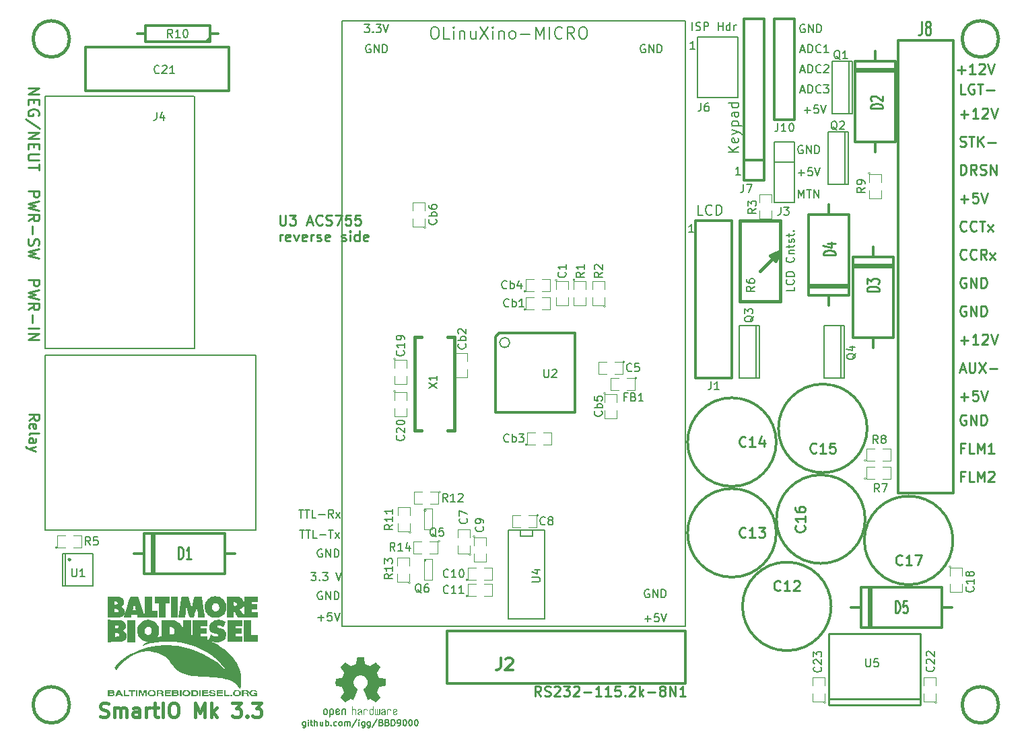
<source format=gto>
G04 (created by PCBNEW (2013-mar-13)-testing) date Sun 30 Jun 2013 06:19:03 PM EDT*
%MOIN*%
G04 Gerber Fmt 3.4, Leading zero omitted, Abs format*
%FSLAX34Y34*%
G01*
G70*
G90*
G04 APERTURE LIST*
%ADD10C,0.005906*%
%ADD11C,0.005000*%
%ADD12C,0.015000*%
%ADD13C,0.009843*%
%ADD14C,0.010000*%
%ADD15C,0.008000*%
%ADD16C,0.003900*%
%ADD17C,0.006000*%
%ADD18C,0.012000*%
%ADD19C,0.011811*%
%ADD20C,0.003100*%
%ADD21C,0.000100*%
%ADD22C,0.010700*%
G04 APERTURE END LIST*
G54D10*
G54D11*
X19085Y-40335D02*
X19085Y-40578D01*
X19071Y-40607D01*
X19057Y-40621D01*
X19028Y-40635D01*
X18985Y-40635D01*
X18957Y-40621D01*
X19085Y-40521D02*
X19057Y-40535D01*
X18999Y-40535D01*
X18971Y-40521D01*
X18957Y-40507D01*
X18942Y-40478D01*
X18942Y-40392D01*
X18957Y-40364D01*
X18971Y-40350D01*
X18999Y-40335D01*
X19057Y-40335D01*
X19085Y-40350D01*
X19228Y-40535D02*
X19228Y-40335D01*
X19228Y-40235D02*
X19214Y-40250D01*
X19228Y-40264D01*
X19242Y-40250D01*
X19228Y-40235D01*
X19228Y-40264D01*
X19328Y-40335D02*
X19442Y-40335D01*
X19371Y-40235D02*
X19371Y-40492D01*
X19385Y-40521D01*
X19414Y-40535D01*
X19442Y-40535D01*
X19542Y-40535D02*
X19542Y-40235D01*
X19671Y-40535D02*
X19671Y-40378D01*
X19657Y-40350D01*
X19628Y-40335D01*
X19585Y-40335D01*
X19557Y-40350D01*
X19542Y-40364D01*
X19942Y-40335D02*
X19942Y-40535D01*
X19814Y-40335D02*
X19814Y-40492D01*
X19828Y-40521D01*
X19857Y-40535D01*
X19900Y-40535D01*
X19928Y-40521D01*
X19942Y-40507D01*
X20085Y-40535D02*
X20085Y-40235D01*
X20085Y-40350D02*
X20114Y-40335D01*
X20171Y-40335D01*
X20200Y-40350D01*
X20214Y-40364D01*
X20228Y-40392D01*
X20228Y-40478D01*
X20214Y-40507D01*
X20200Y-40521D01*
X20171Y-40535D01*
X20114Y-40535D01*
X20085Y-40521D01*
X20357Y-40507D02*
X20371Y-40521D01*
X20357Y-40535D01*
X20342Y-40521D01*
X20357Y-40507D01*
X20357Y-40535D01*
X20628Y-40521D02*
X20600Y-40535D01*
X20542Y-40535D01*
X20514Y-40521D01*
X20500Y-40507D01*
X20485Y-40478D01*
X20485Y-40392D01*
X20500Y-40364D01*
X20514Y-40350D01*
X20542Y-40335D01*
X20600Y-40335D01*
X20628Y-40350D01*
X20800Y-40535D02*
X20771Y-40521D01*
X20757Y-40507D01*
X20742Y-40478D01*
X20742Y-40392D01*
X20757Y-40364D01*
X20771Y-40350D01*
X20800Y-40335D01*
X20842Y-40335D01*
X20871Y-40350D01*
X20885Y-40364D01*
X20900Y-40392D01*
X20900Y-40478D01*
X20885Y-40507D01*
X20871Y-40521D01*
X20842Y-40535D01*
X20800Y-40535D01*
X21028Y-40535D02*
X21028Y-40335D01*
X21028Y-40364D02*
X21042Y-40350D01*
X21071Y-40335D01*
X21114Y-40335D01*
X21142Y-40350D01*
X21157Y-40378D01*
X21157Y-40535D01*
X21157Y-40378D02*
X21171Y-40350D01*
X21200Y-40335D01*
X21242Y-40335D01*
X21271Y-40350D01*
X21285Y-40378D01*
X21285Y-40535D01*
X21642Y-40221D02*
X21385Y-40607D01*
X21742Y-40535D02*
X21742Y-40335D01*
X21742Y-40235D02*
X21728Y-40250D01*
X21742Y-40264D01*
X21757Y-40250D01*
X21742Y-40235D01*
X21742Y-40264D01*
X22014Y-40335D02*
X22014Y-40578D01*
X22000Y-40607D01*
X21985Y-40621D01*
X21957Y-40635D01*
X21914Y-40635D01*
X21885Y-40621D01*
X22014Y-40521D02*
X21985Y-40535D01*
X21928Y-40535D01*
X21900Y-40521D01*
X21885Y-40507D01*
X21871Y-40478D01*
X21871Y-40392D01*
X21885Y-40364D01*
X21900Y-40350D01*
X21928Y-40335D01*
X21985Y-40335D01*
X22014Y-40350D01*
X22285Y-40335D02*
X22285Y-40578D01*
X22271Y-40607D01*
X22257Y-40621D01*
X22228Y-40635D01*
X22185Y-40635D01*
X22157Y-40621D01*
X22285Y-40521D02*
X22257Y-40535D01*
X22200Y-40535D01*
X22171Y-40521D01*
X22157Y-40507D01*
X22142Y-40478D01*
X22142Y-40392D01*
X22157Y-40364D01*
X22171Y-40350D01*
X22200Y-40335D01*
X22257Y-40335D01*
X22285Y-40350D01*
X22642Y-40221D02*
X22385Y-40607D01*
X22842Y-40378D02*
X22885Y-40392D01*
X22900Y-40407D01*
X22914Y-40435D01*
X22914Y-40478D01*
X22900Y-40507D01*
X22885Y-40521D01*
X22857Y-40535D01*
X22742Y-40535D01*
X22742Y-40235D01*
X22842Y-40235D01*
X22871Y-40250D01*
X22885Y-40264D01*
X22900Y-40292D01*
X22900Y-40321D01*
X22885Y-40350D01*
X22871Y-40364D01*
X22842Y-40378D01*
X22742Y-40378D01*
X23142Y-40378D02*
X23185Y-40392D01*
X23200Y-40407D01*
X23214Y-40435D01*
X23214Y-40478D01*
X23200Y-40507D01*
X23185Y-40521D01*
X23157Y-40535D01*
X23042Y-40535D01*
X23042Y-40235D01*
X23142Y-40235D01*
X23171Y-40250D01*
X23185Y-40264D01*
X23200Y-40292D01*
X23200Y-40321D01*
X23185Y-40350D01*
X23171Y-40364D01*
X23142Y-40378D01*
X23042Y-40378D01*
X23342Y-40535D02*
X23342Y-40235D01*
X23414Y-40235D01*
X23457Y-40250D01*
X23485Y-40278D01*
X23500Y-40307D01*
X23514Y-40364D01*
X23514Y-40407D01*
X23500Y-40464D01*
X23485Y-40492D01*
X23457Y-40521D01*
X23414Y-40535D01*
X23342Y-40535D01*
X23657Y-40535D02*
X23714Y-40535D01*
X23742Y-40521D01*
X23757Y-40507D01*
X23785Y-40464D01*
X23800Y-40407D01*
X23800Y-40292D01*
X23785Y-40264D01*
X23771Y-40250D01*
X23742Y-40235D01*
X23685Y-40235D01*
X23657Y-40250D01*
X23642Y-40264D01*
X23628Y-40292D01*
X23628Y-40364D01*
X23642Y-40392D01*
X23657Y-40407D01*
X23685Y-40421D01*
X23742Y-40421D01*
X23771Y-40407D01*
X23785Y-40392D01*
X23800Y-40364D01*
X23985Y-40235D02*
X24014Y-40235D01*
X24042Y-40250D01*
X24057Y-40264D01*
X24071Y-40292D01*
X24085Y-40350D01*
X24085Y-40421D01*
X24071Y-40478D01*
X24057Y-40507D01*
X24042Y-40521D01*
X24014Y-40535D01*
X23985Y-40535D01*
X23957Y-40521D01*
X23942Y-40507D01*
X23928Y-40478D01*
X23914Y-40421D01*
X23914Y-40350D01*
X23928Y-40292D01*
X23942Y-40264D01*
X23957Y-40250D01*
X23985Y-40235D01*
X24271Y-40235D02*
X24300Y-40235D01*
X24328Y-40250D01*
X24342Y-40264D01*
X24357Y-40292D01*
X24371Y-40350D01*
X24371Y-40421D01*
X24357Y-40478D01*
X24342Y-40507D01*
X24328Y-40521D01*
X24300Y-40535D01*
X24271Y-40535D01*
X24242Y-40521D01*
X24228Y-40507D01*
X24214Y-40478D01*
X24200Y-40421D01*
X24200Y-40350D01*
X24214Y-40292D01*
X24228Y-40264D01*
X24242Y-40250D01*
X24271Y-40235D01*
X24557Y-40235D02*
X24585Y-40235D01*
X24614Y-40250D01*
X24628Y-40264D01*
X24642Y-40292D01*
X24657Y-40350D01*
X24657Y-40421D01*
X24642Y-40478D01*
X24628Y-40507D01*
X24614Y-40521D01*
X24585Y-40535D01*
X24557Y-40535D01*
X24528Y-40521D01*
X24514Y-40507D01*
X24500Y-40478D01*
X24485Y-40421D01*
X24485Y-40350D01*
X24500Y-40292D01*
X24514Y-40264D01*
X24528Y-40250D01*
X24557Y-40235D01*
G54D12*
X8933Y-40083D02*
X9033Y-40116D01*
X9200Y-40116D01*
X9266Y-40083D01*
X9300Y-40050D01*
X9333Y-39983D01*
X9333Y-39916D01*
X9300Y-39850D01*
X9266Y-39816D01*
X9200Y-39783D01*
X9066Y-39750D01*
X9000Y-39716D01*
X8966Y-39683D01*
X8933Y-39616D01*
X8933Y-39550D01*
X8966Y-39483D01*
X9000Y-39450D01*
X9066Y-39416D01*
X9233Y-39416D01*
X9333Y-39450D01*
X9633Y-40116D02*
X9633Y-39650D01*
X9633Y-39716D02*
X9666Y-39683D01*
X9733Y-39650D01*
X9833Y-39650D01*
X9900Y-39683D01*
X9933Y-39750D01*
X9933Y-40116D01*
X9933Y-39750D02*
X9966Y-39683D01*
X10033Y-39650D01*
X10133Y-39650D01*
X10200Y-39683D01*
X10233Y-39750D01*
X10233Y-40116D01*
X10866Y-40116D02*
X10866Y-39750D01*
X10833Y-39683D01*
X10766Y-39650D01*
X10633Y-39650D01*
X10566Y-39683D01*
X10866Y-40083D02*
X10800Y-40116D01*
X10633Y-40116D01*
X10566Y-40083D01*
X10533Y-40016D01*
X10533Y-39950D01*
X10566Y-39883D01*
X10633Y-39850D01*
X10800Y-39850D01*
X10866Y-39816D01*
X11200Y-40116D02*
X11200Y-39650D01*
X11200Y-39783D02*
X11233Y-39716D01*
X11266Y-39683D01*
X11333Y-39650D01*
X11400Y-39650D01*
X11533Y-39650D02*
X11800Y-39650D01*
X11633Y-39416D02*
X11633Y-40016D01*
X11666Y-40083D01*
X11733Y-40116D01*
X11800Y-40116D01*
X12033Y-40116D02*
X12033Y-39416D01*
X12500Y-39416D02*
X12633Y-39416D01*
X12700Y-39450D01*
X12766Y-39516D01*
X12800Y-39650D01*
X12800Y-39883D01*
X12766Y-40016D01*
X12700Y-40083D01*
X12633Y-40116D01*
X12500Y-40116D01*
X12433Y-40083D01*
X12366Y-40016D01*
X12333Y-39883D01*
X12333Y-39650D01*
X12366Y-39516D01*
X12433Y-39450D01*
X12500Y-39416D01*
X13633Y-40116D02*
X13633Y-39416D01*
X13866Y-39916D01*
X14100Y-39416D01*
X14100Y-40116D01*
X14433Y-40116D02*
X14433Y-39416D01*
X14500Y-39850D02*
X14700Y-40116D01*
X14700Y-39650D02*
X14433Y-39916D01*
X15466Y-39416D02*
X15900Y-39416D01*
X15666Y-39683D01*
X15766Y-39683D01*
X15833Y-39716D01*
X15866Y-39750D01*
X15900Y-39816D01*
X15900Y-39983D01*
X15866Y-40050D01*
X15833Y-40083D01*
X15766Y-40116D01*
X15566Y-40116D01*
X15500Y-40083D01*
X15466Y-40050D01*
X16200Y-40050D02*
X16233Y-40083D01*
X16200Y-40116D01*
X16166Y-40083D01*
X16200Y-40050D01*
X16200Y-40116D01*
X16466Y-39416D02*
X16900Y-39416D01*
X16666Y-39683D01*
X16766Y-39683D01*
X16833Y-39716D01*
X16866Y-39750D01*
X16900Y-39816D01*
X16900Y-39983D01*
X16866Y-40050D01*
X16833Y-40083D01*
X16766Y-40116D01*
X16566Y-40116D01*
X16500Y-40083D01*
X16466Y-40050D01*
G54D13*
X5403Y-25394D02*
X5641Y-25228D01*
X5403Y-25109D02*
X5903Y-25109D01*
X5903Y-25299D01*
X5880Y-25347D01*
X5856Y-25370D01*
X5808Y-25394D01*
X5737Y-25394D01*
X5689Y-25370D01*
X5665Y-25347D01*
X5641Y-25299D01*
X5641Y-25109D01*
X5427Y-25799D02*
X5403Y-25751D01*
X5403Y-25656D01*
X5427Y-25609D01*
X5475Y-25585D01*
X5665Y-25585D01*
X5713Y-25609D01*
X5737Y-25656D01*
X5737Y-25751D01*
X5713Y-25799D01*
X5665Y-25823D01*
X5618Y-25823D01*
X5570Y-25585D01*
X5403Y-26109D02*
X5427Y-26061D01*
X5475Y-26037D01*
X5903Y-26037D01*
X5403Y-26513D02*
X5665Y-26513D01*
X5713Y-26489D01*
X5737Y-26442D01*
X5737Y-26347D01*
X5713Y-26299D01*
X5427Y-26513D02*
X5403Y-26466D01*
X5403Y-26347D01*
X5427Y-26299D01*
X5475Y-26275D01*
X5522Y-26275D01*
X5570Y-26299D01*
X5594Y-26347D01*
X5594Y-26466D01*
X5618Y-26513D01*
X5737Y-26704D02*
X5403Y-26823D01*
X5737Y-26942D02*
X5403Y-26823D01*
X5284Y-26775D01*
X5260Y-26751D01*
X5237Y-26704D01*
X17819Y-15226D02*
X17819Y-15630D01*
X17842Y-15678D01*
X17866Y-15702D01*
X17914Y-15726D01*
X18009Y-15726D01*
X18057Y-15702D01*
X18080Y-15678D01*
X18104Y-15630D01*
X18104Y-15226D01*
X18295Y-15226D02*
X18604Y-15226D01*
X18438Y-15416D01*
X18509Y-15416D01*
X18557Y-15440D01*
X18580Y-15464D01*
X18604Y-15511D01*
X18604Y-15630D01*
X18580Y-15678D01*
X18557Y-15702D01*
X18509Y-15726D01*
X18366Y-15726D01*
X18319Y-15702D01*
X18295Y-15678D01*
X19176Y-15583D02*
X19414Y-15583D01*
X19128Y-15726D02*
X19295Y-15226D01*
X19461Y-15726D01*
X19914Y-15678D02*
X19890Y-15702D01*
X19819Y-15726D01*
X19771Y-15726D01*
X19700Y-15702D01*
X19652Y-15654D01*
X19628Y-15607D01*
X19604Y-15511D01*
X19604Y-15440D01*
X19628Y-15345D01*
X19652Y-15297D01*
X19700Y-15250D01*
X19771Y-15226D01*
X19819Y-15226D01*
X19890Y-15250D01*
X19914Y-15273D01*
X20104Y-15702D02*
X20176Y-15726D01*
X20295Y-15726D01*
X20342Y-15702D01*
X20366Y-15678D01*
X20390Y-15630D01*
X20390Y-15583D01*
X20366Y-15535D01*
X20342Y-15511D01*
X20295Y-15488D01*
X20200Y-15464D01*
X20152Y-15440D01*
X20128Y-15416D01*
X20104Y-15369D01*
X20104Y-15321D01*
X20128Y-15273D01*
X20152Y-15250D01*
X20200Y-15226D01*
X20319Y-15226D01*
X20390Y-15250D01*
X20557Y-15226D02*
X20890Y-15226D01*
X20676Y-15726D01*
X21319Y-15226D02*
X21080Y-15226D01*
X21057Y-15464D01*
X21080Y-15440D01*
X21128Y-15416D01*
X21247Y-15416D01*
X21295Y-15440D01*
X21319Y-15464D01*
X21342Y-15511D01*
X21342Y-15630D01*
X21319Y-15678D01*
X21295Y-15702D01*
X21247Y-15726D01*
X21128Y-15726D01*
X21080Y-15702D01*
X21057Y-15678D01*
X21795Y-15226D02*
X21557Y-15226D01*
X21533Y-15464D01*
X21557Y-15440D01*
X21604Y-15416D01*
X21723Y-15416D01*
X21771Y-15440D01*
X21795Y-15464D01*
X21819Y-15511D01*
X21819Y-15630D01*
X21795Y-15678D01*
X21771Y-15702D01*
X21723Y-15726D01*
X21604Y-15726D01*
X21557Y-15702D01*
X21533Y-15678D01*
X17819Y-16524D02*
X17819Y-16191D01*
X17819Y-16286D02*
X17842Y-16238D01*
X17866Y-16215D01*
X17914Y-16191D01*
X17961Y-16191D01*
X18319Y-16500D02*
X18271Y-16524D01*
X18176Y-16524D01*
X18128Y-16500D01*
X18104Y-16453D01*
X18104Y-16262D01*
X18128Y-16215D01*
X18176Y-16191D01*
X18271Y-16191D01*
X18319Y-16215D01*
X18342Y-16262D01*
X18342Y-16310D01*
X18104Y-16357D01*
X18509Y-16191D02*
X18628Y-16524D01*
X18747Y-16191D01*
X19128Y-16500D02*
X19080Y-16524D01*
X18985Y-16524D01*
X18938Y-16500D01*
X18914Y-16453D01*
X18914Y-16262D01*
X18938Y-16215D01*
X18985Y-16191D01*
X19080Y-16191D01*
X19128Y-16215D01*
X19152Y-16262D01*
X19152Y-16310D01*
X18914Y-16357D01*
X19366Y-16524D02*
X19366Y-16191D01*
X19366Y-16286D02*
X19390Y-16238D01*
X19414Y-16215D01*
X19461Y-16191D01*
X19509Y-16191D01*
X19652Y-16500D02*
X19699Y-16524D01*
X19795Y-16524D01*
X19842Y-16500D01*
X19866Y-16453D01*
X19866Y-16429D01*
X19842Y-16381D01*
X19795Y-16357D01*
X19723Y-16357D01*
X19676Y-16334D01*
X19652Y-16286D01*
X19652Y-16262D01*
X19676Y-16215D01*
X19723Y-16191D01*
X19795Y-16191D01*
X19842Y-16215D01*
X20271Y-16500D02*
X20223Y-16524D01*
X20128Y-16524D01*
X20080Y-16500D01*
X20057Y-16453D01*
X20057Y-16262D01*
X20080Y-16215D01*
X20128Y-16191D01*
X20223Y-16191D01*
X20271Y-16215D01*
X20295Y-16262D01*
X20295Y-16310D01*
X20057Y-16357D01*
X20866Y-16500D02*
X20914Y-16524D01*
X21009Y-16524D01*
X21057Y-16500D01*
X21080Y-16453D01*
X21080Y-16429D01*
X21057Y-16381D01*
X21009Y-16357D01*
X20938Y-16357D01*
X20890Y-16334D01*
X20866Y-16286D01*
X20866Y-16262D01*
X20890Y-16215D01*
X20938Y-16191D01*
X21009Y-16191D01*
X21057Y-16215D01*
X21295Y-16524D02*
X21295Y-16191D01*
X21295Y-16024D02*
X21271Y-16048D01*
X21295Y-16072D01*
X21319Y-16048D01*
X21295Y-16024D01*
X21295Y-16072D01*
X21747Y-16524D02*
X21747Y-16024D01*
X21747Y-16500D02*
X21699Y-16524D01*
X21604Y-16524D01*
X21557Y-16500D01*
X21533Y-16476D01*
X21509Y-16429D01*
X21509Y-16286D01*
X21533Y-16238D01*
X21557Y-16215D01*
X21604Y-16191D01*
X21699Y-16191D01*
X21747Y-16215D01*
X22176Y-16500D02*
X22128Y-16524D01*
X22033Y-16524D01*
X21985Y-16500D01*
X21961Y-16453D01*
X21961Y-16262D01*
X21985Y-16215D01*
X22033Y-16191D01*
X22128Y-16191D01*
X22176Y-16215D01*
X22199Y-16262D01*
X22199Y-16310D01*
X21961Y-16357D01*
X30738Y-39076D02*
X30571Y-38838D01*
X30452Y-39076D02*
X30452Y-38576D01*
X30642Y-38576D01*
X30690Y-38600D01*
X30714Y-38623D01*
X30738Y-38671D01*
X30738Y-38742D01*
X30714Y-38790D01*
X30690Y-38814D01*
X30642Y-38838D01*
X30452Y-38838D01*
X30928Y-39052D02*
X30999Y-39076D01*
X31119Y-39076D01*
X31166Y-39052D01*
X31190Y-39028D01*
X31214Y-38980D01*
X31214Y-38933D01*
X31190Y-38885D01*
X31166Y-38861D01*
X31119Y-38838D01*
X31023Y-38814D01*
X30976Y-38790D01*
X30952Y-38766D01*
X30928Y-38719D01*
X30928Y-38671D01*
X30952Y-38623D01*
X30976Y-38600D01*
X31023Y-38576D01*
X31142Y-38576D01*
X31214Y-38600D01*
X31404Y-38623D02*
X31428Y-38600D01*
X31476Y-38576D01*
X31595Y-38576D01*
X31642Y-38600D01*
X31666Y-38623D01*
X31690Y-38671D01*
X31690Y-38719D01*
X31666Y-38790D01*
X31380Y-39076D01*
X31690Y-39076D01*
X31857Y-38576D02*
X32166Y-38576D01*
X31999Y-38766D01*
X32071Y-38766D01*
X32119Y-38790D01*
X32142Y-38814D01*
X32166Y-38861D01*
X32166Y-38980D01*
X32142Y-39028D01*
X32119Y-39052D01*
X32071Y-39076D01*
X31928Y-39076D01*
X31880Y-39052D01*
X31857Y-39028D01*
X32357Y-38623D02*
X32380Y-38600D01*
X32428Y-38576D01*
X32547Y-38576D01*
X32595Y-38600D01*
X32619Y-38623D01*
X32642Y-38671D01*
X32642Y-38719D01*
X32619Y-38790D01*
X32333Y-39076D01*
X32642Y-39076D01*
X32857Y-38885D02*
X33238Y-38885D01*
X33738Y-39076D02*
X33452Y-39076D01*
X33595Y-39076D02*
X33595Y-38576D01*
X33547Y-38647D01*
X33499Y-38695D01*
X33452Y-38719D01*
X34214Y-39076D02*
X33928Y-39076D01*
X34071Y-39076D02*
X34071Y-38576D01*
X34023Y-38647D01*
X33976Y-38695D01*
X33928Y-38719D01*
X34666Y-38576D02*
X34428Y-38576D01*
X34404Y-38814D01*
X34428Y-38790D01*
X34476Y-38766D01*
X34595Y-38766D01*
X34642Y-38790D01*
X34666Y-38814D01*
X34690Y-38861D01*
X34690Y-38980D01*
X34666Y-39028D01*
X34642Y-39052D01*
X34595Y-39076D01*
X34476Y-39076D01*
X34428Y-39052D01*
X34404Y-39028D01*
X34904Y-39028D02*
X34928Y-39052D01*
X34904Y-39076D01*
X34880Y-39052D01*
X34904Y-39028D01*
X34904Y-39076D01*
X35119Y-38623D02*
X35142Y-38600D01*
X35190Y-38576D01*
X35309Y-38576D01*
X35357Y-38600D01*
X35380Y-38623D01*
X35404Y-38671D01*
X35404Y-38719D01*
X35380Y-38790D01*
X35095Y-39076D01*
X35404Y-39076D01*
X35619Y-39076D02*
X35619Y-38576D01*
X35666Y-38885D02*
X35809Y-39076D01*
X35809Y-38742D02*
X35619Y-38933D01*
X36023Y-38885D02*
X36404Y-38885D01*
X36714Y-38790D02*
X36666Y-38766D01*
X36642Y-38742D01*
X36619Y-38695D01*
X36619Y-38671D01*
X36642Y-38623D01*
X36666Y-38600D01*
X36714Y-38576D01*
X36809Y-38576D01*
X36857Y-38600D01*
X36880Y-38623D01*
X36904Y-38671D01*
X36904Y-38695D01*
X36880Y-38742D01*
X36857Y-38766D01*
X36809Y-38790D01*
X36714Y-38790D01*
X36666Y-38814D01*
X36642Y-38838D01*
X36619Y-38885D01*
X36619Y-38980D01*
X36642Y-39028D01*
X36666Y-39052D01*
X36714Y-39076D01*
X36809Y-39076D01*
X36857Y-39052D01*
X36880Y-39028D01*
X36904Y-38980D01*
X36904Y-38885D01*
X36880Y-38838D01*
X36857Y-38814D01*
X36809Y-38790D01*
X37119Y-39076D02*
X37119Y-38576D01*
X37404Y-39076D01*
X37404Y-38576D01*
X37904Y-39076D02*
X37619Y-39076D01*
X37761Y-39076D02*
X37761Y-38576D01*
X37714Y-38647D01*
X37666Y-38695D01*
X37619Y-38719D01*
G54D14*
X5351Y-18430D02*
X5901Y-18430D01*
X5901Y-18640D01*
X5875Y-18692D01*
X5848Y-18719D01*
X5796Y-18745D01*
X5717Y-18745D01*
X5665Y-18719D01*
X5639Y-18692D01*
X5613Y-18640D01*
X5613Y-18430D01*
X5901Y-18928D02*
X5351Y-19059D01*
X5744Y-19164D01*
X5351Y-19269D01*
X5901Y-19400D01*
X5351Y-19923D02*
X5613Y-19740D01*
X5351Y-19609D02*
X5901Y-19609D01*
X5901Y-19819D01*
X5875Y-19871D01*
X5848Y-19897D01*
X5796Y-19923D01*
X5717Y-19923D01*
X5665Y-19897D01*
X5639Y-19871D01*
X5613Y-19819D01*
X5613Y-19609D01*
X5560Y-20159D02*
X5560Y-20578D01*
X5351Y-20840D02*
X5901Y-20840D01*
X5351Y-21102D02*
X5901Y-21102D01*
X5351Y-21416D01*
X5901Y-21416D01*
X5351Y-14030D02*
X5901Y-14030D01*
X5901Y-14240D01*
X5875Y-14292D01*
X5848Y-14319D01*
X5796Y-14345D01*
X5717Y-14345D01*
X5665Y-14319D01*
X5639Y-14292D01*
X5613Y-14240D01*
X5613Y-14030D01*
X5901Y-14528D02*
X5351Y-14659D01*
X5744Y-14764D01*
X5351Y-14869D01*
X5901Y-15000D01*
X5351Y-15523D02*
X5613Y-15340D01*
X5351Y-15209D02*
X5901Y-15209D01*
X5901Y-15419D01*
X5875Y-15471D01*
X5848Y-15497D01*
X5796Y-15523D01*
X5717Y-15523D01*
X5665Y-15497D01*
X5639Y-15471D01*
X5613Y-15419D01*
X5613Y-15209D01*
X5560Y-15759D02*
X5560Y-16178D01*
X5377Y-16414D02*
X5351Y-16492D01*
X5351Y-16623D01*
X5377Y-16676D01*
X5403Y-16702D01*
X5455Y-16728D01*
X5508Y-16728D01*
X5560Y-16702D01*
X5586Y-16676D01*
X5613Y-16623D01*
X5639Y-16519D01*
X5665Y-16466D01*
X5691Y-16440D01*
X5744Y-16414D01*
X5796Y-16414D01*
X5848Y-16440D01*
X5875Y-16466D01*
X5901Y-16519D01*
X5901Y-16650D01*
X5875Y-16728D01*
X5901Y-16911D02*
X5351Y-17042D01*
X5744Y-17147D01*
X5351Y-17252D01*
X5901Y-17383D01*
X5351Y-8930D02*
X5901Y-8930D01*
X5351Y-9245D01*
X5901Y-9245D01*
X5639Y-9507D02*
X5639Y-9690D01*
X5351Y-9769D02*
X5351Y-9507D01*
X5901Y-9507D01*
X5901Y-9769D01*
X5875Y-10292D02*
X5901Y-10240D01*
X5901Y-10161D01*
X5875Y-10083D01*
X5822Y-10030D01*
X5770Y-10004D01*
X5665Y-9978D01*
X5586Y-9978D01*
X5482Y-10004D01*
X5429Y-10030D01*
X5377Y-10083D01*
X5351Y-10161D01*
X5351Y-10214D01*
X5377Y-10292D01*
X5403Y-10319D01*
X5586Y-10319D01*
X5586Y-10214D01*
X5927Y-10947D02*
X5220Y-10476D01*
X5351Y-11130D02*
X5901Y-11130D01*
X5351Y-11445D01*
X5901Y-11445D01*
X5639Y-11707D02*
X5639Y-11890D01*
X5351Y-11969D02*
X5351Y-11707D01*
X5901Y-11707D01*
X5901Y-11969D01*
X5901Y-12204D02*
X5455Y-12204D01*
X5403Y-12230D01*
X5377Y-12257D01*
X5351Y-12309D01*
X5351Y-12414D01*
X5377Y-12466D01*
X5403Y-12492D01*
X5455Y-12519D01*
X5901Y-12519D01*
X5901Y-12702D02*
X5901Y-13016D01*
X5351Y-12859D02*
X5901Y-12859D01*
G54D13*
X51685Y-28164D02*
X51519Y-28164D01*
X51519Y-28426D02*
X51519Y-27926D01*
X51757Y-27926D01*
X52185Y-28426D02*
X51947Y-28426D01*
X51947Y-27926D01*
X52352Y-28426D02*
X52352Y-27926D01*
X52519Y-28283D01*
X52685Y-27926D01*
X52685Y-28426D01*
X52900Y-27973D02*
X52923Y-27950D01*
X52971Y-27926D01*
X53090Y-27926D01*
X53138Y-27950D01*
X53161Y-27973D01*
X53185Y-28021D01*
X53185Y-28069D01*
X53161Y-28140D01*
X52876Y-28426D01*
X53185Y-28426D01*
X51685Y-26764D02*
X51519Y-26764D01*
X51519Y-27026D02*
X51519Y-26526D01*
X51757Y-26526D01*
X52185Y-27026D02*
X51947Y-27026D01*
X51947Y-26526D01*
X52352Y-27026D02*
X52352Y-26526D01*
X52519Y-26883D01*
X52685Y-26526D01*
X52685Y-27026D01*
X53185Y-27026D02*
X52900Y-27026D01*
X53042Y-27026D02*
X53042Y-26526D01*
X52995Y-26597D01*
X52947Y-26645D01*
X52900Y-26669D01*
X51780Y-25150D02*
X51733Y-25126D01*
X51661Y-25126D01*
X51590Y-25150D01*
X51542Y-25197D01*
X51519Y-25245D01*
X51495Y-25340D01*
X51495Y-25411D01*
X51519Y-25507D01*
X51542Y-25554D01*
X51590Y-25602D01*
X51661Y-25626D01*
X51709Y-25626D01*
X51780Y-25602D01*
X51804Y-25578D01*
X51804Y-25411D01*
X51709Y-25411D01*
X52019Y-25626D02*
X52019Y-25126D01*
X52304Y-25626D01*
X52304Y-25126D01*
X52542Y-25626D02*
X52542Y-25126D01*
X52661Y-25126D01*
X52733Y-25150D01*
X52780Y-25197D01*
X52804Y-25245D01*
X52828Y-25340D01*
X52828Y-25411D01*
X52804Y-25507D01*
X52780Y-25554D01*
X52733Y-25602D01*
X52661Y-25626D01*
X52542Y-25626D01*
X51519Y-24235D02*
X51900Y-24235D01*
X51709Y-24426D02*
X51709Y-24045D01*
X52376Y-23926D02*
X52138Y-23926D01*
X52114Y-24164D01*
X52138Y-24140D01*
X52185Y-24116D01*
X52304Y-24116D01*
X52352Y-24140D01*
X52376Y-24164D01*
X52400Y-24211D01*
X52400Y-24330D01*
X52376Y-24378D01*
X52352Y-24402D01*
X52304Y-24426D01*
X52185Y-24426D01*
X52138Y-24402D01*
X52114Y-24378D01*
X52542Y-23926D02*
X52709Y-24426D01*
X52876Y-23926D01*
X51495Y-22883D02*
X51733Y-22883D01*
X51447Y-23026D02*
X51614Y-22526D01*
X51780Y-23026D01*
X51947Y-22526D02*
X51947Y-22930D01*
X51971Y-22978D01*
X51995Y-23002D01*
X52042Y-23026D01*
X52138Y-23026D01*
X52185Y-23002D01*
X52209Y-22978D01*
X52233Y-22930D01*
X52233Y-22526D01*
X52423Y-22526D02*
X52757Y-23026D01*
X52757Y-22526D02*
X52423Y-23026D01*
X52947Y-22835D02*
X53328Y-22835D01*
X51519Y-21435D02*
X51900Y-21435D01*
X51709Y-21626D02*
X51709Y-21245D01*
X52400Y-21626D02*
X52114Y-21626D01*
X52257Y-21626D02*
X52257Y-21126D01*
X52209Y-21197D01*
X52161Y-21245D01*
X52114Y-21269D01*
X52590Y-21173D02*
X52614Y-21150D01*
X52661Y-21126D01*
X52780Y-21126D01*
X52828Y-21150D01*
X52852Y-21173D01*
X52876Y-21221D01*
X52876Y-21269D01*
X52852Y-21340D01*
X52566Y-21626D01*
X52876Y-21626D01*
X53019Y-21126D02*
X53185Y-21626D01*
X53352Y-21126D01*
X51780Y-19750D02*
X51733Y-19726D01*
X51661Y-19726D01*
X51590Y-19750D01*
X51542Y-19797D01*
X51519Y-19845D01*
X51495Y-19940D01*
X51495Y-20011D01*
X51519Y-20107D01*
X51542Y-20154D01*
X51590Y-20202D01*
X51661Y-20226D01*
X51709Y-20226D01*
X51780Y-20202D01*
X51804Y-20178D01*
X51804Y-20011D01*
X51709Y-20011D01*
X52019Y-20226D02*
X52019Y-19726D01*
X52304Y-20226D01*
X52304Y-19726D01*
X52542Y-20226D02*
X52542Y-19726D01*
X52661Y-19726D01*
X52733Y-19750D01*
X52780Y-19797D01*
X52804Y-19845D01*
X52828Y-19940D01*
X52828Y-20011D01*
X52804Y-20107D01*
X52780Y-20154D01*
X52733Y-20202D01*
X52661Y-20226D01*
X52542Y-20226D01*
X51780Y-18350D02*
X51733Y-18326D01*
X51661Y-18326D01*
X51590Y-18350D01*
X51542Y-18397D01*
X51519Y-18445D01*
X51495Y-18540D01*
X51495Y-18611D01*
X51519Y-18707D01*
X51542Y-18754D01*
X51590Y-18802D01*
X51661Y-18826D01*
X51709Y-18826D01*
X51780Y-18802D01*
X51804Y-18778D01*
X51804Y-18611D01*
X51709Y-18611D01*
X52019Y-18826D02*
X52019Y-18326D01*
X52304Y-18826D01*
X52304Y-18326D01*
X52542Y-18826D02*
X52542Y-18326D01*
X52661Y-18326D01*
X52733Y-18350D01*
X52780Y-18397D01*
X52804Y-18445D01*
X52828Y-18540D01*
X52828Y-18611D01*
X52804Y-18707D01*
X52780Y-18754D01*
X52733Y-18802D01*
X52661Y-18826D01*
X52542Y-18826D01*
X51804Y-17378D02*
X51780Y-17402D01*
X51709Y-17426D01*
X51661Y-17426D01*
X51590Y-17402D01*
X51542Y-17354D01*
X51519Y-17307D01*
X51495Y-17211D01*
X51495Y-17140D01*
X51519Y-17045D01*
X51542Y-16997D01*
X51590Y-16950D01*
X51661Y-16926D01*
X51709Y-16926D01*
X51780Y-16950D01*
X51804Y-16973D01*
X52304Y-17378D02*
X52280Y-17402D01*
X52209Y-17426D01*
X52161Y-17426D01*
X52090Y-17402D01*
X52042Y-17354D01*
X52019Y-17307D01*
X51995Y-17211D01*
X51995Y-17140D01*
X52019Y-17045D01*
X52042Y-16997D01*
X52090Y-16950D01*
X52161Y-16926D01*
X52209Y-16926D01*
X52280Y-16950D01*
X52304Y-16973D01*
X52804Y-17426D02*
X52638Y-17188D01*
X52519Y-17426D02*
X52519Y-16926D01*
X52709Y-16926D01*
X52757Y-16950D01*
X52780Y-16973D01*
X52804Y-17021D01*
X52804Y-17092D01*
X52780Y-17140D01*
X52757Y-17164D01*
X52709Y-17188D01*
X52519Y-17188D01*
X52971Y-17426D02*
X53233Y-17092D01*
X52971Y-17092D02*
X53233Y-17426D01*
X51804Y-15978D02*
X51780Y-16002D01*
X51709Y-16026D01*
X51661Y-16026D01*
X51590Y-16002D01*
X51542Y-15954D01*
X51519Y-15907D01*
X51495Y-15811D01*
X51495Y-15740D01*
X51519Y-15645D01*
X51542Y-15597D01*
X51590Y-15550D01*
X51661Y-15526D01*
X51709Y-15526D01*
X51780Y-15550D01*
X51804Y-15573D01*
X52304Y-15978D02*
X52280Y-16002D01*
X52209Y-16026D01*
X52161Y-16026D01*
X52090Y-16002D01*
X52042Y-15954D01*
X52019Y-15907D01*
X51995Y-15811D01*
X51995Y-15740D01*
X52019Y-15645D01*
X52042Y-15597D01*
X52090Y-15550D01*
X52161Y-15526D01*
X52209Y-15526D01*
X52280Y-15550D01*
X52304Y-15573D01*
X52447Y-15526D02*
X52733Y-15526D01*
X52590Y-16026D02*
X52590Y-15526D01*
X52852Y-16026D02*
X53114Y-15692D01*
X52852Y-15692D02*
X53114Y-16026D01*
X51519Y-14435D02*
X51900Y-14435D01*
X51709Y-14626D02*
X51709Y-14245D01*
X52376Y-14126D02*
X52138Y-14126D01*
X52114Y-14364D01*
X52138Y-14340D01*
X52185Y-14316D01*
X52304Y-14316D01*
X52352Y-14340D01*
X52376Y-14364D01*
X52400Y-14411D01*
X52400Y-14530D01*
X52376Y-14578D01*
X52352Y-14602D01*
X52304Y-14626D01*
X52185Y-14626D01*
X52138Y-14602D01*
X52114Y-14578D01*
X52542Y-14126D02*
X52709Y-14626D01*
X52876Y-14126D01*
X51519Y-13226D02*
X51519Y-12726D01*
X51638Y-12726D01*
X51709Y-12750D01*
X51757Y-12797D01*
X51780Y-12845D01*
X51804Y-12940D01*
X51804Y-13011D01*
X51780Y-13107D01*
X51757Y-13154D01*
X51709Y-13202D01*
X51638Y-13226D01*
X51519Y-13226D01*
X52304Y-13226D02*
X52138Y-12988D01*
X52019Y-13226D02*
X52019Y-12726D01*
X52209Y-12726D01*
X52257Y-12750D01*
X52280Y-12773D01*
X52304Y-12821D01*
X52304Y-12892D01*
X52280Y-12940D01*
X52257Y-12964D01*
X52209Y-12988D01*
X52019Y-12988D01*
X52495Y-13202D02*
X52566Y-13226D01*
X52685Y-13226D01*
X52733Y-13202D01*
X52757Y-13178D01*
X52780Y-13130D01*
X52780Y-13083D01*
X52757Y-13035D01*
X52733Y-13011D01*
X52685Y-12988D01*
X52590Y-12964D01*
X52542Y-12940D01*
X52519Y-12916D01*
X52495Y-12869D01*
X52495Y-12821D01*
X52519Y-12773D01*
X52542Y-12750D01*
X52590Y-12726D01*
X52709Y-12726D01*
X52780Y-12750D01*
X52995Y-13226D02*
X52995Y-12726D01*
X53280Y-13226D01*
X53280Y-12726D01*
X51495Y-11802D02*
X51566Y-11826D01*
X51685Y-11826D01*
X51733Y-11802D01*
X51757Y-11778D01*
X51780Y-11730D01*
X51780Y-11683D01*
X51757Y-11635D01*
X51733Y-11611D01*
X51685Y-11588D01*
X51590Y-11564D01*
X51542Y-11540D01*
X51519Y-11516D01*
X51495Y-11469D01*
X51495Y-11421D01*
X51519Y-11373D01*
X51542Y-11350D01*
X51590Y-11326D01*
X51709Y-11326D01*
X51780Y-11350D01*
X51923Y-11326D02*
X52209Y-11326D01*
X52066Y-11826D02*
X52066Y-11326D01*
X52376Y-11826D02*
X52376Y-11326D01*
X52661Y-11826D02*
X52447Y-11540D01*
X52661Y-11326D02*
X52376Y-11611D01*
X52876Y-11635D02*
X53257Y-11635D01*
X51519Y-10235D02*
X51900Y-10235D01*
X51709Y-10426D02*
X51709Y-10045D01*
X52400Y-10426D02*
X52114Y-10426D01*
X52257Y-10426D02*
X52257Y-9926D01*
X52209Y-9997D01*
X52161Y-10045D01*
X52114Y-10069D01*
X52590Y-9973D02*
X52614Y-9950D01*
X52661Y-9926D01*
X52780Y-9926D01*
X52828Y-9950D01*
X52852Y-9973D01*
X52876Y-10021D01*
X52876Y-10069D01*
X52852Y-10140D01*
X52566Y-10426D01*
X52876Y-10426D01*
X53019Y-9926D02*
X53185Y-10426D01*
X53352Y-9926D01*
X51757Y-9226D02*
X51519Y-9226D01*
X51519Y-8726D01*
X52185Y-8750D02*
X52138Y-8726D01*
X52066Y-8726D01*
X51995Y-8750D01*
X51947Y-8797D01*
X51923Y-8845D01*
X51900Y-8940D01*
X51900Y-9011D01*
X51923Y-9107D01*
X51947Y-9154D01*
X51995Y-9202D01*
X52066Y-9226D01*
X52114Y-9226D01*
X52185Y-9202D01*
X52209Y-9178D01*
X52209Y-9011D01*
X52114Y-9011D01*
X52352Y-8726D02*
X52638Y-8726D01*
X52495Y-9226D02*
X52495Y-8726D01*
X52804Y-9035D02*
X53185Y-9035D01*
X51369Y-8035D02*
X51750Y-8035D01*
X51559Y-8226D02*
X51559Y-7845D01*
X52250Y-8226D02*
X51964Y-8226D01*
X52107Y-8226D02*
X52107Y-7726D01*
X52059Y-7797D01*
X52011Y-7845D01*
X51964Y-7869D01*
X52440Y-7773D02*
X52464Y-7750D01*
X52511Y-7726D01*
X52630Y-7726D01*
X52678Y-7750D01*
X52702Y-7773D01*
X52726Y-7821D01*
X52726Y-7869D01*
X52702Y-7940D01*
X52416Y-8226D01*
X52726Y-8226D01*
X52869Y-7726D02*
X53035Y-8226D01*
X53202Y-7726D01*
G54D10*
X20900Y-35600D02*
X20900Y-5600D01*
X20900Y-5600D02*
X37900Y-5600D01*
X37900Y-5600D02*
X37900Y-35600D01*
X37900Y-35600D02*
X20900Y-35600D01*
G54D15*
X38500Y-9400D02*
X38500Y-6400D01*
X40500Y-6400D02*
X40500Y-9400D01*
X40500Y-9400D02*
X38500Y-9400D01*
X38500Y-6400D02*
X40500Y-6400D01*
X16630Y-30830D02*
X16630Y-22169D01*
X16630Y-22169D02*
X6197Y-22169D01*
X6197Y-22169D02*
X6197Y-30830D01*
X6197Y-30830D02*
X16630Y-30830D01*
G54D16*
X33950Y-19750D02*
G75*
G03X33950Y-19750I-50J0D01*
G74*
G01*
X33900Y-19300D02*
X33900Y-19700D01*
X33900Y-19700D02*
X33300Y-19700D01*
X33300Y-19700D02*
X33300Y-19300D01*
X33300Y-18900D02*
X33300Y-18500D01*
X33300Y-18500D02*
X33900Y-18500D01*
X33900Y-18500D02*
X33900Y-18900D01*
X32425Y-18450D02*
G75*
G03X32425Y-18450I-50J0D01*
G74*
G01*
X32375Y-18900D02*
X32375Y-18500D01*
X32375Y-18500D02*
X32975Y-18500D01*
X32975Y-18500D02*
X32975Y-18900D01*
X32975Y-19300D02*
X32975Y-19700D01*
X32975Y-19700D02*
X32375Y-19700D01*
X32375Y-19700D02*
X32375Y-19300D01*
X26555Y-22015D02*
G75*
G03X26555Y-22015I-50J0D01*
G74*
G01*
X26505Y-22465D02*
X26505Y-22065D01*
X26505Y-22065D02*
X27105Y-22065D01*
X27105Y-22065D02*
X27105Y-22465D01*
X27105Y-22865D02*
X27105Y-23265D01*
X27105Y-23265D02*
X26505Y-23265D01*
X26505Y-23265D02*
X26505Y-22865D01*
X31550Y-18450D02*
G75*
G03X31550Y-18450I-50J0D01*
G74*
G01*
X31500Y-18900D02*
X31500Y-18500D01*
X31500Y-18500D02*
X32100Y-18500D01*
X32100Y-18500D02*
X32100Y-18900D01*
X32100Y-19300D02*
X32100Y-19700D01*
X32100Y-19700D02*
X31500Y-19700D01*
X31500Y-19700D02*
X31500Y-19300D01*
X30000Y-19000D02*
G75*
G03X30000Y-19000I-50J0D01*
G74*
G01*
X30400Y-19000D02*
X30000Y-19000D01*
X30000Y-19000D02*
X30000Y-18400D01*
X30000Y-18400D02*
X30400Y-18400D01*
X30800Y-18400D02*
X31200Y-18400D01*
X31200Y-18400D02*
X31200Y-19000D01*
X31200Y-19000D02*
X30800Y-19000D01*
X30000Y-19900D02*
G75*
G03X30000Y-19900I-50J0D01*
G74*
G01*
X30400Y-19900D02*
X30000Y-19900D01*
X30000Y-19900D02*
X30000Y-19300D01*
X30000Y-19300D02*
X30400Y-19300D01*
X30800Y-19300D02*
X31200Y-19300D01*
X31200Y-19300D02*
X31200Y-19900D01*
X31200Y-19900D02*
X30800Y-19900D01*
G54D17*
X42300Y-11600D02*
X43300Y-11600D01*
X43300Y-11600D02*
X43300Y-14600D01*
X43300Y-14600D02*
X42300Y-14600D01*
X42300Y-14600D02*
X42300Y-11600D01*
X43300Y-12600D02*
X42300Y-12600D01*
G54D18*
X41800Y-13500D02*
X40800Y-13500D01*
X40800Y-13500D02*
X40800Y-5500D01*
X40800Y-5500D02*
X41800Y-5500D01*
X41800Y-5500D02*
X41800Y-13500D01*
X41800Y-12500D02*
X40800Y-12500D01*
G54D12*
X42600Y-19500D02*
X40600Y-19500D01*
X41100Y-15500D02*
X42600Y-15500D01*
X42600Y-15500D02*
X42600Y-19500D01*
X40600Y-19500D02*
X40600Y-15500D01*
X40600Y-15500D02*
X41100Y-15500D01*
X42600Y-17000D02*
X42350Y-17500D01*
X42350Y-17500D02*
X42100Y-17250D01*
X42100Y-17250D02*
X42600Y-17000D01*
X41600Y-18000D02*
X42600Y-17000D01*
G54D16*
X46850Y-27400D02*
G75*
G03X46850Y-27400I-50J0D01*
G74*
G01*
X47250Y-27400D02*
X46850Y-27400D01*
X46850Y-27400D02*
X46850Y-26800D01*
X46850Y-26800D02*
X47250Y-26800D01*
X47650Y-26800D02*
X48050Y-26800D01*
X48050Y-26800D02*
X48050Y-27400D01*
X48050Y-27400D02*
X47650Y-27400D01*
X47050Y-13150D02*
G75*
G03X47050Y-13150I-50J0D01*
G74*
G01*
X47000Y-13600D02*
X47000Y-13200D01*
X47000Y-13200D02*
X47600Y-13200D01*
X47600Y-13200D02*
X47600Y-13600D01*
X47600Y-14000D02*
X47600Y-14400D01*
X47600Y-14400D02*
X47000Y-14400D01*
X47000Y-14400D02*
X47000Y-14000D01*
G54D15*
X45600Y-23300D02*
X45600Y-20700D01*
X45200Y-23300D02*
X45750Y-23300D01*
X45750Y-23300D02*
X45750Y-20700D01*
X45750Y-20700D02*
X44750Y-20700D01*
X44750Y-20700D02*
X44750Y-23300D01*
X44750Y-23300D02*
X45200Y-23300D01*
X45800Y-13700D02*
X45800Y-11100D01*
X45400Y-13700D02*
X45950Y-13700D01*
X45950Y-13700D02*
X45950Y-11100D01*
X45950Y-11100D02*
X44950Y-11100D01*
X44950Y-11100D02*
X44950Y-13700D01*
X44950Y-13700D02*
X45400Y-13700D01*
X46000Y-10200D02*
X46000Y-7600D01*
X45600Y-10200D02*
X46150Y-10200D01*
X46150Y-10200D02*
X46150Y-7600D01*
X46150Y-7600D02*
X45150Y-7600D01*
X45150Y-7600D02*
X45150Y-10200D01*
X45150Y-10200D02*
X45600Y-10200D01*
X41400Y-23300D02*
X41400Y-20700D01*
X41000Y-23300D02*
X41550Y-23300D01*
X41550Y-23300D02*
X41550Y-20700D01*
X41550Y-20700D02*
X40550Y-20700D01*
X40550Y-20700D02*
X40550Y-23300D01*
X40550Y-23300D02*
X41000Y-23300D01*
G54D18*
X38400Y-15500D02*
X40200Y-15500D01*
X40200Y-15500D02*
X40200Y-23300D01*
X40200Y-23300D02*
X38400Y-23300D01*
X38400Y-23300D02*
X38400Y-15500D01*
X43300Y-5500D02*
X42300Y-5500D01*
X42300Y-10500D02*
X43300Y-10500D01*
X43300Y-5500D02*
X43300Y-10500D01*
X42300Y-10500D02*
X42300Y-5500D01*
X32420Y-21080D02*
X32420Y-25020D01*
X32420Y-25020D02*
X28480Y-25020D01*
X28480Y-21270D02*
X28480Y-25020D01*
X28670Y-21080D02*
X32420Y-21080D01*
X28480Y-21270D02*
X28670Y-21080D01*
G54D15*
X29200Y-21550D02*
G75*
G03X29200Y-21550I-250J0D01*
G74*
G01*
G54D13*
X7450Y-32300D02*
G75*
G03X7450Y-32300I-50J0D01*
G74*
G01*
G54D10*
X7200Y-32000D02*
X7200Y-33600D01*
G54D11*
X7100Y-32000D02*
X7050Y-32000D01*
X7050Y-32000D02*
X7050Y-33600D01*
X8550Y-33600D02*
X8550Y-32000D01*
X8550Y-32000D02*
X7100Y-32000D01*
X8550Y-33600D02*
X7050Y-33600D01*
G54D15*
X30320Y-30855D02*
X30320Y-31155D01*
X30320Y-31155D02*
X29720Y-31155D01*
X29720Y-31155D02*
X29720Y-30855D01*
X30920Y-35255D02*
X29120Y-35255D01*
X29120Y-35255D02*
X29120Y-30855D01*
X29120Y-30855D02*
X30920Y-30855D01*
X30920Y-30855D02*
X30920Y-35255D01*
G54D16*
X35500Y-23300D02*
G75*
G03X35500Y-23300I-50J0D01*
G74*
G01*
X35000Y-23300D02*
X35400Y-23300D01*
X35400Y-23300D02*
X35400Y-23900D01*
X35400Y-23900D02*
X35000Y-23900D01*
X34600Y-23900D02*
X34200Y-23900D01*
X34200Y-23900D02*
X34200Y-23300D01*
X34200Y-23300D02*
X34600Y-23300D01*
X6800Y-31700D02*
G75*
G03X6800Y-31700I-50J0D01*
G74*
G01*
X7200Y-31700D02*
X6800Y-31700D01*
X6800Y-31700D02*
X6800Y-31100D01*
X6800Y-31100D02*
X7200Y-31100D01*
X7600Y-31100D02*
X8000Y-31100D01*
X8000Y-31100D02*
X8000Y-31700D01*
X8000Y-31700D02*
X7600Y-31700D01*
X27270Y-32055D02*
G75*
G03X27270Y-32055I-50J0D01*
G74*
G01*
X27220Y-31605D02*
X27220Y-32005D01*
X27220Y-32005D02*
X26620Y-32005D01*
X26620Y-32005D02*
X26620Y-31605D01*
X26620Y-31205D02*
X26620Y-30805D01*
X26620Y-30805D02*
X27220Y-30805D01*
X27220Y-30805D02*
X27220Y-31205D01*
X30620Y-30105D02*
G75*
G03X30620Y-30105I-50J0D01*
G74*
G01*
X30120Y-30105D02*
X30520Y-30105D01*
X30520Y-30105D02*
X30520Y-30705D01*
X30520Y-30705D02*
X30120Y-30705D01*
X29720Y-30705D02*
X29320Y-30705D01*
X29320Y-30705D02*
X29320Y-30105D01*
X29320Y-30105D02*
X29720Y-30105D01*
X27470Y-31155D02*
G75*
G03X27470Y-31155I-50J0D01*
G74*
G01*
X27420Y-31605D02*
X27420Y-31205D01*
X27420Y-31205D02*
X28020Y-31205D01*
X28020Y-31205D02*
X28020Y-31605D01*
X28020Y-32005D02*
X28020Y-32405D01*
X28020Y-32405D02*
X27420Y-32405D01*
X27420Y-32405D02*
X27420Y-32005D01*
X27120Y-33305D02*
G75*
G03X27120Y-33305I-50J0D01*
G74*
G01*
X27520Y-33305D02*
X27120Y-33305D01*
X27120Y-33305D02*
X27120Y-32705D01*
X27120Y-32705D02*
X27520Y-32705D01*
X27920Y-32705D02*
X28320Y-32705D01*
X28320Y-32705D02*
X28320Y-33305D01*
X28320Y-33305D02*
X27920Y-33305D01*
X27120Y-34105D02*
G75*
G03X27120Y-34105I-50J0D01*
G74*
G01*
X27520Y-34105D02*
X27120Y-34105D01*
X27120Y-34105D02*
X27120Y-33505D01*
X27120Y-33505D02*
X27520Y-33505D01*
X27920Y-33505D02*
X28320Y-33505D01*
X28320Y-33505D02*
X28320Y-34105D01*
X28320Y-34105D02*
X27920Y-34105D01*
X46850Y-28300D02*
G75*
G03X46850Y-28300I-50J0D01*
G74*
G01*
X47250Y-28300D02*
X46850Y-28300D01*
X46850Y-28300D02*
X46850Y-27700D01*
X46850Y-27700D02*
X47250Y-27700D01*
X47650Y-27700D02*
X48050Y-27700D01*
X48050Y-27700D02*
X48050Y-28300D01*
X48050Y-28300D02*
X47650Y-28300D01*
X34900Y-22500D02*
G75*
G03X34900Y-22500I-50J0D01*
G74*
G01*
X34400Y-22500D02*
X34800Y-22500D01*
X34800Y-22500D02*
X34800Y-23100D01*
X34800Y-23100D02*
X34400Y-23100D01*
X34000Y-23100D02*
X33600Y-23100D01*
X33600Y-23100D02*
X33600Y-22500D01*
X33600Y-22500D02*
X34000Y-22500D01*
X23550Y-22350D02*
G75*
G03X23550Y-22350I-50J0D01*
G74*
G01*
X23500Y-22800D02*
X23500Y-22400D01*
X23500Y-22400D02*
X24100Y-22400D01*
X24100Y-22400D02*
X24100Y-22800D01*
X24100Y-23200D02*
X24100Y-23600D01*
X24100Y-23600D02*
X23500Y-23600D01*
X23500Y-23600D02*
X23500Y-23200D01*
X23550Y-23950D02*
G75*
G03X23550Y-23950I-50J0D01*
G74*
G01*
X23500Y-24400D02*
X23500Y-24000D01*
X23500Y-24000D02*
X24100Y-24000D01*
X24100Y-24000D02*
X24100Y-24400D01*
X24100Y-24800D02*
X24100Y-25200D01*
X24100Y-25200D02*
X23500Y-25200D01*
X23500Y-25200D02*
X23500Y-24800D01*
X42225Y-15465D02*
G75*
G03X42225Y-15465I-50J0D01*
G74*
G01*
X42175Y-15015D02*
X42175Y-15415D01*
X42175Y-15415D02*
X41575Y-15415D01*
X41575Y-15415D02*
X41575Y-15015D01*
X41575Y-14615D02*
X41575Y-14215D01*
X41575Y-14215D02*
X42175Y-14215D01*
X42175Y-14215D02*
X42175Y-14615D01*
G54D19*
X51177Y-6579D02*
X48422Y-6579D01*
X51177Y-29020D02*
X48422Y-29020D01*
X51177Y-6579D02*
X51177Y-29020D01*
X48422Y-29020D02*
X48422Y-6579D01*
G54D18*
X26100Y-35850D02*
X26100Y-38450D01*
X26100Y-38450D02*
X37900Y-38450D01*
X37900Y-38450D02*
X37900Y-35850D01*
X37900Y-35850D02*
X26100Y-35850D01*
G54D12*
X24486Y-21287D02*
X24486Y-25893D01*
X26454Y-25893D02*
X26454Y-21287D01*
X24486Y-25893D02*
X24820Y-25893D01*
X26454Y-25893D02*
X26120Y-25893D01*
X24486Y-21287D02*
X24820Y-21287D01*
X26454Y-21287D02*
X26120Y-21287D01*
G54D18*
X42395Y-30980D02*
G75*
G03X42395Y-30980I-2195J0D01*
G74*
G01*
X45115Y-34620D02*
G75*
G03X45115Y-34620I-2195J0D01*
G74*
G01*
X42395Y-26480D02*
G75*
G03X42395Y-26480I-2195J0D01*
G74*
G01*
X46895Y-25800D02*
G75*
G03X46895Y-25800I-2195J0D01*
G74*
G01*
X51145Y-31350D02*
G75*
G03X51145Y-31350I-2195J0D01*
G74*
G01*
X46795Y-30300D02*
G75*
G03X46795Y-30300I-2195J0D01*
G74*
G01*
G54D16*
X30055Y-26610D02*
G75*
G03X30055Y-26610I-50J0D01*
G74*
G01*
X30455Y-26610D02*
X30055Y-26610D01*
X30055Y-26610D02*
X30055Y-26010D01*
X30055Y-26010D02*
X30455Y-26010D01*
X30855Y-26010D02*
X31255Y-26010D01*
X31255Y-26010D02*
X31255Y-26610D01*
X31255Y-26610D02*
X30855Y-26610D01*
G54D18*
X46080Y-34680D02*
X46580Y-34680D01*
X46580Y-34680D02*
X46580Y-35680D01*
X46580Y-35680D02*
X50580Y-35680D01*
X50580Y-35680D02*
X50580Y-34680D01*
X50580Y-34680D02*
X51080Y-34680D01*
X50580Y-34680D02*
X50580Y-33680D01*
X50580Y-33680D02*
X46580Y-33680D01*
X46580Y-33680D02*
X46580Y-34680D01*
X47080Y-35680D02*
X47080Y-33680D01*
X46980Y-35680D02*
X46980Y-33680D01*
X10600Y-32000D02*
X11100Y-32000D01*
X11100Y-32000D02*
X11100Y-33000D01*
X11100Y-33000D02*
X15100Y-33000D01*
X15100Y-33000D02*
X15100Y-32000D01*
X15100Y-32000D02*
X15600Y-32000D01*
X15100Y-32000D02*
X15100Y-31000D01*
X15100Y-31000D02*
X11100Y-31000D01*
X11100Y-31000D02*
X11100Y-32000D01*
X11600Y-33000D02*
X11600Y-31000D01*
X11500Y-33000D02*
X11500Y-31000D01*
X47200Y-16800D02*
X47200Y-17300D01*
X47200Y-17300D02*
X46200Y-17300D01*
X46200Y-17300D02*
X46200Y-21300D01*
X46200Y-21300D02*
X47200Y-21300D01*
X47200Y-21300D02*
X47200Y-21800D01*
X47200Y-21300D02*
X48200Y-21300D01*
X48200Y-21300D02*
X48200Y-17300D01*
X48200Y-17300D02*
X47200Y-17300D01*
X46200Y-17800D02*
X48200Y-17800D01*
X46200Y-17700D02*
X48200Y-17700D01*
X45000Y-19700D02*
X45000Y-19200D01*
X45000Y-19200D02*
X46000Y-19200D01*
X46000Y-19200D02*
X46000Y-15200D01*
X46000Y-15200D02*
X45000Y-15200D01*
X45000Y-15200D02*
X45000Y-14700D01*
X45000Y-15200D02*
X44000Y-15200D01*
X44000Y-15200D02*
X44000Y-19200D01*
X44000Y-19200D02*
X45000Y-19200D01*
X46000Y-18700D02*
X44000Y-18700D01*
X46000Y-18800D02*
X44000Y-18800D01*
X47300Y-7100D02*
X47300Y-7600D01*
X47300Y-7600D02*
X46300Y-7600D01*
X46300Y-7600D02*
X46300Y-11600D01*
X46300Y-11600D02*
X47300Y-11600D01*
X47300Y-11600D02*
X47300Y-12100D01*
X47300Y-11600D02*
X48300Y-11600D01*
X48300Y-11600D02*
X48300Y-7600D01*
X48300Y-7600D02*
X47300Y-7600D01*
X46300Y-8100D02*
X48300Y-8100D01*
X46300Y-8000D02*
X48300Y-8000D01*
X8206Y-6917D02*
X15293Y-6917D01*
X15293Y-6917D02*
X15293Y-9082D01*
X15293Y-9082D02*
X8206Y-9082D01*
X8206Y-9082D02*
X8206Y-6917D01*
X14750Y-6250D02*
X14350Y-6250D01*
X14350Y-6250D02*
X14350Y-6650D01*
X14350Y-6650D02*
X11150Y-6650D01*
X11150Y-6650D02*
X11150Y-5850D01*
X11150Y-5850D02*
X14350Y-5850D01*
X14350Y-5850D02*
X14350Y-6250D01*
X14350Y-6450D02*
X14150Y-6650D01*
X10750Y-6250D02*
X11150Y-6250D01*
G54D10*
X6187Y-21851D02*
X6187Y-9348D01*
X6187Y-9348D02*
X13577Y-9348D01*
X13589Y-9348D02*
X13589Y-21851D01*
X13589Y-21851D02*
X6187Y-21851D01*
G54D16*
X50350Y-39400D02*
G75*
G03X50350Y-39400I-50J0D01*
G74*
G01*
X50300Y-38950D02*
X50300Y-39350D01*
X50300Y-39350D02*
X49700Y-39350D01*
X49700Y-39350D02*
X49700Y-38950D01*
X49700Y-38550D02*
X49700Y-38150D01*
X49700Y-38150D02*
X50300Y-38150D01*
X50300Y-38150D02*
X50300Y-38550D01*
X44850Y-39400D02*
G75*
G03X44850Y-39400I-50J0D01*
G74*
G01*
X44800Y-38950D02*
X44800Y-39350D01*
X44800Y-39350D02*
X44200Y-39350D01*
X44200Y-39350D02*
X44200Y-38950D01*
X44200Y-38550D02*
X44200Y-38150D01*
X44200Y-38150D02*
X44800Y-38150D01*
X44800Y-38150D02*
X44800Y-38550D01*
G54D14*
X49515Y-39500D02*
X44985Y-39500D01*
X49515Y-35960D02*
X49515Y-39500D01*
X49515Y-39200D02*
X44985Y-39200D01*
X44985Y-39500D02*
X44985Y-35960D01*
X44985Y-35960D02*
X49515Y-35960D01*
G54D16*
X33950Y-24050D02*
G75*
G03X33950Y-24050I-50J0D01*
G74*
G01*
X33900Y-24500D02*
X33900Y-24100D01*
X33900Y-24100D02*
X34500Y-24100D01*
X34500Y-24100D02*
X34500Y-24500D01*
X34500Y-24900D02*
X34500Y-25300D01*
X34500Y-25300D02*
X33900Y-25300D01*
X33900Y-25300D02*
X33900Y-24900D01*
X25050Y-15850D02*
G75*
G03X25050Y-15850I-50J0D01*
G74*
G01*
X25000Y-15400D02*
X25000Y-15800D01*
X25000Y-15800D02*
X24400Y-15800D01*
X24400Y-15800D02*
X24400Y-15400D01*
X24400Y-15000D02*
X24400Y-14600D01*
X24400Y-14600D02*
X25000Y-14600D01*
X25000Y-14600D02*
X25000Y-15000D01*
G54D20*
X25074Y-29847D02*
G75*
G03X25074Y-29847I-62J0D01*
G74*
G01*
X25350Y-30810D02*
X24950Y-30810D01*
X25350Y-29785D02*
X24950Y-29785D01*
X24950Y-30810D02*
X24950Y-29785D01*
X25350Y-29785D02*
X25350Y-30810D01*
X25074Y-32337D02*
G75*
G03X25074Y-32337I-62J0D01*
G74*
G01*
X25350Y-33300D02*
X24950Y-33300D01*
X25350Y-32275D02*
X24950Y-32275D01*
X24950Y-33300D02*
X24950Y-32275D01*
X25350Y-32275D02*
X25350Y-33300D01*
G54D16*
X24315Y-30960D02*
G75*
G03X24315Y-30960I-50J0D01*
G74*
G01*
X24265Y-30510D02*
X24265Y-30910D01*
X24265Y-30910D02*
X23665Y-30910D01*
X23665Y-30910D02*
X23665Y-30510D01*
X23665Y-30110D02*
X23665Y-29710D01*
X23665Y-29710D02*
X24265Y-29710D01*
X24265Y-29710D02*
X24265Y-30110D01*
X25775Y-28945D02*
G75*
G03X25775Y-28945I-50J0D01*
G74*
G01*
X25275Y-28945D02*
X25675Y-28945D01*
X25675Y-28945D02*
X25675Y-29545D01*
X25675Y-29545D02*
X25275Y-29545D01*
X24875Y-29545D02*
X24475Y-29545D01*
X24475Y-29545D02*
X24475Y-28945D01*
X24475Y-28945D02*
X24875Y-28945D01*
X24270Y-33450D02*
G75*
G03X24270Y-33450I-50J0D01*
G74*
G01*
X24220Y-33000D02*
X24220Y-33400D01*
X24220Y-33400D02*
X23620Y-33400D01*
X23620Y-33400D02*
X23620Y-33000D01*
X23620Y-32600D02*
X23620Y-32200D01*
X23620Y-32200D02*
X24220Y-32200D01*
X24220Y-32200D02*
X24220Y-32600D01*
X25745Y-31405D02*
G75*
G03X25745Y-31405I-50J0D01*
G74*
G01*
X25245Y-31405D02*
X25645Y-31405D01*
X25645Y-31405D02*
X25645Y-32005D01*
X25645Y-32005D02*
X25245Y-32005D01*
X24845Y-32005D02*
X24445Y-32005D01*
X24445Y-32005D02*
X24445Y-31405D01*
X24445Y-31405D02*
X24845Y-31405D01*
X51050Y-32650D02*
G75*
G03X51050Y-32650I-50J0D01*
G74*
G01*
X51000Y-33100D02*
X51000Y-32700D01*
X51000Y-32700D02*
X51600Y-32700D01*
X51600Y-32700D02*
X51600Y-33100D01*
X51600Y-33500D02*
X51600Y-33900D01*
X51600Y-33900D02*
X51000Y-33900D01*
X51000Y-33900D02*
X51000Y-33500D01*
G54D12*
X7400Y-6500D02*
G75*
G03X7400Y-6500I-900J0D01*
G74*
G01*
X53400Y-6500D02*
G75*
G03X53400Y-6500I-900J0D01*
G74*
G01*
X53400Y-39500D02*
G75*
G03X53400Y-39500I-900J0D01*
G74*
G01*
X7400Y-39500D02*
G75*
G03X7400Y-39500I-900J0D01*
G74*
G01*
G54D21*
G36*
X20495Y-39872D02*
X20494Y-39895D01*
X20494Y-39912D01*
X20492Y-39924D01*
X20490Y-39933D01*
X20488Y-39940D01*
X20485Y-39947D01*
X20471Y-39966D01*
X20452Y-39985D01*
X20433Y-39998D01*
X20433Y-39850D01*
X20433Y-39841D01*
X20433Y-39814D01*
X20433Y-39795D01*
X20432Y-39781D01*
X20430Y-39771D01*
X20427Y-39764D01*
X20425Y-39760D01*
X20413Y-39745D01*
X20398Y-39737D01*
X20388Y-39736D01*
X20370Y-39735D01*
X20356Y-39739D01*
X20345Y-39747D01*
X20340Y-39751D01*
X20325Y-39766D01*
X20325Y-39840D01*
X20325Y-39870D01*
X20326Y-39893D01*
X20328Y-39910D01*
X20331Y-39922D01*
X20337Y-39930D01*
X20344Y-39937D01*
X20352Y-39942D01*
X20369Y-39947D01*
X20388Y-39948D01*
X20405Y-39943D01*
X20409Y-39941D01*
X20418Y-39934D01*
X20424Y-39926D01*
X20429Y-39915D01*
X20432Y-39899D01*
X20433Y-39878D01*
X20433Y-39850D01*
X20433Y-39998D01*
X20431Y-39999D01*
X20413Y-40007D01*
X20393Y-40010D01*
X20369Y-40010D01*
X20345Y-40007D01*
X20335Y-40005D01*
X20331Y-40004D01*
X20328Y-40005D01*
X20326Y-40009D01*
X20325Y-40019D01*
X20325Y-40035D01*
X20325Y-40052D01*
X20325Y-40103D01*
X20295Y-40116D01*
X20280Y-40123D01*
X20269Y-40127D01*
X20263Y-40129D01*
X20263Y-40129D01*
X20263Y-40125D01*
X20263Y-40112D01*
X20262Y-40093D01*
X20262Y-40067D01*
X20262Y-40036D01*
X20262Y-40001D01*
X20262Y-39962D01*
X20262Y-39949D01*
X20262Y-39902D01*
X20262Y-39864D01*
X20262Y-39832D01*
X20263Y-39807D01*
X20263Y-39788D01*
X20264Y-39773D01*
X20266Y-39762D01*
X20267Y-39754D01*
X20268Y-39749D01*
X20282Y-39721D01*
X20303Y-39698D01*
X20329Y-39682D01*
X20359Y-39674D01*
X20378Y-39672D01*
X20411Y-39676D01*
X20439Y-39687D01*
X20463Y-39706D01*
X20481Y-39732D01*
X20495Y-39756D01*
X20495Y-39842D01*
X20495Y-39872D01*
X20495Y-39872D01*
X20495Y-39872D01*
G37*
G36*
X21108Y-39989D02*
X21078Y-40003D01*
X21063Y-40009D01*
X21052Y-40014D01*
X21046Y-40016D01*
X21046Y-40016D01*
X21046Y-40012D01*
X21045Y-40000D01*
X21045Y-39981D01*
X21044Y-39956D01*
X21044Y-39927D01*
X21043Y-39894D01*
X21043Y-39889D01*
X21042Y-39762D01*
X21027Y-39749D01*
X21016Y-39740D01*
X21004Y-39736D01*
X20989Y-39736D01*
X20974Y-39736D01*
X20964Y-39740D01*
X20953Y-39749D01*
X20951Y-39751D01*
X20936Y-39766D01*
X20936Y-39878D01*
X20936Y-39989D01*
X20914Y-39999D01*
X20900Y-40005D01*
X20887Y-40010D01*
X20883Y-40012D01*
X20872Y-40016D01*
X20872Y-39892D01*
X20872Y-39853D01*
X20873Y-39822D01*
X20873Y-39798D01*
X20874Y-39779D01*
X20876Y-39766D01*
X20877Y-39755D01*
X20879Y-39749D01*
X20893Y-39721D01*
X20914Y-39698D01*
X20940Y-39682D01*
X20970Y-39674D01*
X20990Y-39672D01*
X21021Y-39676D01*
X21048Y-39686D01*
X21071Y-39704D01*
X21072Y-39705D01*
X21082Y-39715D01*
X21089Y-39724D01*
X21095Y-39734D01*
X21099Y-39745D01*
X21102Y-39759D01*
X21104Y-39778D01*
X21105Y-39801D01*
X21106Y-39832D01*
X21107Y-39870D01*
X21107Y-39873D01*
X21108Y-39989D01*
X21108Y-39989D01*
X21108Y-39989D01*
G37*
G36*
X20189Y-39872D02*
X20189Y-39894D01*
X20188Y-39909D01*
X20187Y-39921D01*
X20185Y-39930D01*
X20182Y-39938D01*
X20178Y-39946D01*
X20176Y-39949D01*
X20158Y-39975D01*
X20135Y-39994D01*
X20130Y-39996D01*
X20130Y-39842D01*
X20130Y-39812D01*
X20128Y-39789D01*
X20124Y-39772D01*
X20119Y-39760D01*
X20110Y-39750D01*
X20105Y-39745D01*
X20089Y-39738D01*
X20069Y-39736D01*
X20049Y-39740D01*
X20040Y-39745D01*
X20031Y-39753D01*
X20025Y-39763D01*
X20021Y-39777D01*
X20018Y-39796D01*
X20018Y-39821D01*
X20018Y-39853D01*
X20019Y-39917D01*
X20036Y-39933D01*
X20049Y-39943D01*
X20061Y-39947D01*
X20073Y-39948D01*
X20094Y-39945D01*
X20105Y-39939D01*
X20115Y-39929D01*
X20122Y-39918D01*
X20126Y-39904D01*
X20129Y-39884D01*
X20130Y-39858D01*
X20130Y-39842D01*
X20130Y-39996D01*
X20107Y-40007D01*
X20078Y-40012D01*
X20047Y-40009D01*
X20024Y-40001D01*
X20007Y-39991D01*
X19992Y-39979D01*
X19986Y-39973D01*
X19976Y-39961D01*
X19968Y-39950D01*
X19963Y-39938D01*
X19959Y-39924D01*
X19957Y-39906D01*
X19956Y-39882D01*
X19956Y-39851D01*
X19956Y-39844D01*
X19956Y-39809D01*
X19958Y-39782D01*
X19960Y-39760D01*
X19964Y-39744D01*
X19971Y-39730D01*
X19980Y-39718D01*
X19991Y-39706D01*
X19995Y-39702D01*
X20016Y-39686D01*
X20036Y-39677D01*
X20060Y-39673D01*
X20076Y-39672D01*
X20108Y-39677D01*
X20136Y-39689D01*
X20159Y-39709D01*
X20177Y-39736D01*
X20178Y-39738D01*
X20182Y-39747D01*
X20185Y-39755D01*
X20187Y-39765D01*
X20188Y-39777D01*
X20189Y-39795D01*
X20189Y-39818D01*
X20189Y-39843D01*
X20189Y-39872D01*
X20189Y-39872D01*
X20189Y-39872D01*
G37*
G36*
X20800Y-39890D02*
X20799Y-39911D01*
X20795Y-39928D01*
X20789Y-39943D01*
X20774Y-39965D01*
X20755Y-39986D01*
X20735Y-40001D01*
X20727Y-40005D01*
X20702Y-40011D01*
X20675Y-40011D01*
X20648Y-40006D01*
X20635Y-40001D01*
X20618Y-39991D01*
X20602Y-39979D01*
X20597Y-39973D01*
X20587Y-39961D01*
X20579Y-39950D01*
X20574Y-39938D01*
X20571Y-39924D01*
X20568Y-39907D01*
X20567Y-39884D01*
X20567Y-39854D01*
X20567Y-39842D01*
X20567Y-39813D01*
X20567Y-39791D01*
X20568Y-39775D01*
X20569Y-39763D01*
X20571Y-39754D01*
X20574Y-39746D01*
X20577Y-39739D01*
X20590Y-39720D01*
X20607Y-39702D01*
X20625Y-39687D01*
X20643Y-39678D01*
X20646Y-39677D01*
X20678Y-39672D01*
X20710Y-39676D01*
X20740Y-39687D01*
X20766Y-39705D01*
X20775Y-39714D01*
X20789Y-39734D01*
X20797Y-39754D01*
X20799Y-39779D01*
X20799Y-39794D01*
X20798Y-39822D01*
X20736Y-39850D01*
X20736Y-39769D01*
X20732Y-39761D01*
X20722Y-39751D01*
X20721Y-39750D01*
X20702Y-39739D01*
X20682Y-39735D01*
X20663Y-39739D01*
X20646Y-39749D01*
X20634Y-39766D01*
X20632Y-39770D01*
X20630Y-39780D01*
X20629Y-39794D01*
X20628Y-39808D01*
X20629Y-39820D01*
X20631Y-39826D01*
X20632Y-39826D01*
X20637Y-39824D01*
X20649Y-39820D01*
X20666Y-39813D01*
X20685Y-39804D01*
X20709Y-39793D01*
X20725Y-39784D01*
X20734Y-39776D01*
X20736Y-39769D01*
X20736Y-39850D01*
X20714Y-39860D01*
X20686Y-39872D01*
X20664Y-39882D01*
X20650Y-39889D01*
X20640Y-39895D01*
X20634Y-39900D01*
X20632Y-39903D01*
X20631Y-39907D01*
X20631Y-39908D01*
X20635Y-39918D01*
X20644Y-39929D01*
X20648Y-39934D01*
X20667Y-39945D01*
X20686Y-39949D01*
X20704Y-39945D01*
X20721Y-39934D01*
X20733Y-39916D01*
X20738Y-39904D01*
X20742Y-39893D01*
X20747Y-39885D01*
X20756Y-39879D01*
X20770Y-39872D01*
X20772Y-39871D01*
X20800Y-39858D01*
X20800Y-39890D01*
X20800Y-39890D01*
X20800Y-39890D01*
G37*
G36*
X21596Y-39992D02*
X21576Y-40002D01*
X21556Y-40011D01*
X21555Y-39894D01*
X21554Y-39858D01*
X21554Y-39831D01*
X21553Y-39810D01*
X21552Y-39794D01*
X21551Y-39783D01*
X21550Y-39775D01*
X21548Y-39770D01*
X21545Y-39766D01*
X21544Y-39765D01*
X21527Y-39747D01*
X21509Y-39737D01*
X21492Y-39735D01*
X21468Y-39738D01*
X21447Y-39749D01*
X21433Y-39764D01*
X21430Y-39769D01*
X21428Y-39776D01*
X21427Y-39784D01*
X21426Y-39796D01*
X21425Y-39812D01*
X21425Y-39834D01*
X21424Y-39863D01*
X21424Y-39886D01*
X21424Y-39922D01*
X21424Y-39949D01*
X21423Y-39970D01*
X21422Y-39984D01*
X21421Y-39992D01*
X21419Y-39995D01*
X21411Y-39998D01*
X21399Y-40003D01*
X21396Y-40005D01*
X21379Y-40012D01*
X21379Y-39804D01*
X21379Y-39596D01*
X21400Y-39587D01*
X21412Y-39581D01*
X21421Y-39578D01*
X21423Y-39577D01*
X21423Y-39582D01*
X21424Y-39593D01*
X21424Y-39611D01*
X21424Y-39633D01*
X21424Y-39643D01*
X21424Y-39708D01*
X21444Y-39699D01*
X21470Y-39692D01*
X21499Y-39692D01*
X21528Y-39698D01*
X21553Y-39711D01*
X21564Y-39719D01*
X21572Y-39729D01*
X21581Y-39743D01*
X21586Y-39752D01*
X21589Y-39759D01*
X21591Y-39766D01*
X21593Y-39774D01*
X21595Y-39785D01*
X21596Y-39799D01*
X21596Y-39819D01*
X21596Y-39844D01*
X21596Y-39877D01*
X21596Y-39883D01*
X21596Y-39992D01*
X21596Y-39992D01*
X21596Y-39992D01*
G37*
G36*
X21886Y-39993D02*
X21867Y-40002D01*
X21848Y-40010D01*
X21846Y-39929D01*
X21846Y-39903D01*
X21845Y-39881D01*
X21844Y-39864D01*
X21842Y-39853D01*
X21841Y-39850D01*
X21836Y-39852D01*
X21824Y-39856D01*
X21807Y-39863D01*
X21791Y-39869D01*
X21759Y-39883D01*
X21735Y-39897D01*
X21720Y-39911D01*
X21714Y-39925D01*
X21717Y-39939D01*
X21727Y-39953D01*
X21728Y-39954D01*
X21736Y-39961D01*
X21743Y-39965D01*
X21753Y-39966D01*
X21769Y-39966D01*
X21771Y-39966D01*
X21801Y-39964D01*
X21809Y-39983D01*
X21817Y-40002D01*
X21804Y-40007D01*
X21783Y-40011D01*
X21758Y-40011D01*
X21735Y-40007D01*
X21730Y-40005D01*
X21717Y-39998D01*
X21702Y-39987D01*
X21695Y-39982D01*
X21679Y-39960D01*
X21671Y-39937D01*
X21671Y-39913D01*
X21679Y-39890D01*
X21690Y-39876D01*
X21698Y-39869D01*
X21708Y-39861D01*
X21722Y-39854D01*
X21741Y-39845D01*
X21767Y-39833D01*
X21774Y-39831D01*
X21797Y-39821D01*
X21817Y-39813D01*
X21833Y-39806D01*
X21842Y-39802D01*
X21845Y-39801D01*
X21845Y-39796D01*
X21843Y-39785D01*
X21842Y-39782D01*
X21831Y-39761D01*
X21815Y-39746D01*
X21795Y-39736D01*
X21772Y-39734D01*
X21762Y-39736D01*
X21744Y-39745D01*
X21729Y-39760D01*
X21718Y-39777D01*
X21716Y-39786D01*
X21712Y-39799D01*
X21704Y-39806D01*
X21701Y-39807D01*
X21689Y-39812D01*
X21681Y-39815D01*
X21676Y-39816D01*
X21674Y-39812D01*
X21673Y-39801D01*
X21673Y-39797D01*
X21678Y-39769D01*
X21690Y-39742D01*
X21708Y-39719D01*
X21730Y-39701D01*
X21735Y-39699D01*
X21749Y-39694D01*
X21763Y-39691D01*
X21781Y-39691D01*
X21786Y-39691D01*
X21815Y-39696D01*
X21839Y-39708D01*
X21860Y-39727D01*
X21870Y-39740D01*
X21884Y-39759D01*
X21885Y-39876D01*
X21886Y-39993D01*
X21886Y-39993D01*
X21886Y-39993D01*
G37*
G36*
X22178Y-39793D02*
X22174Y-39798D01*
X22165Y-39803D01*
X22157Y-39807D01*
X22135Y-39817D01*
X22135Y-39801D01*
X22131Y-39777D01*
X22119Y-39757D01*
X22102Y-39743D01*
X22080Y-39735D01*
X22068Y-39735D01*
X22047Y-39738D01*
X22030Y-39749D01*
X22015Y-39765D01*
X22012Y-39769D01*
X22010Y-39774D01*
X22008Y-39782D01*
X22007Y-39793D01*
X22006Y-39808D01*
X22005Y-39829D01*
X22004Y-39857D01*
X22004Y-39886D01*
X22001Y-39994D01*
X21982Y-40003D01*
X21963Y-40011D01*
X21963Y-39893D01*
X21963Y-39857D01*
X21963Y-39829D01*
X21963Y-39807D01*
X21964Y-39791D01*
X21965Y-39779D01*
X21967Y-39770D01*
X21969Y-39762D01*
X21972Y-39755D01*
X21974Y-39751D01*
X21990Y-39725D01*
X22012Y-39706D01*
X22039Y-39695D01*
X22072Y-39691D01*
X22074Y-39691D01*
X22103Y-39695D01*
X22129Y-39707D01*
X22150Y-39726D01*
X22166Y-39753D01*
X22177Y-39785D01*
X22177Y-39785D01*
X22178Y-39793D01*
X22178Y-39793D01*
X22178Y-39793D01*
G37*
G36*
X22470Y-39666D02*
X22470Y-39698D01*
X22470Y-39732D01*
X22470Y-39766D01*
X22469Y-39801D01*
X22468Y-39834D01*
X22468Y-39864D01*
X22467Y-39890D01*
X22466Y-39911D01*
X22465Y-39926D01*
X22464Y-39934D01*
X22456Y-39952D01*
X22442Y-39972D01*
X22425Y-39989D01*
X22424Y-39990D01*
X22424Y-39850D01*
X22424Y-39822D01*
X22424Y-39802D01*
X22423Y-39788D01*
X22421Y-39778D01*
X22419Y-39770D01*
X22416Y-39764D01*
X22400Y-39747D01*
X22381Y-39737D01*
X22360Y-39734D01*
X22339Y-39738D01*
X22319Y-39749D01*
X22312Y-39756D01*
X22298Y-39772D01*
X22298Y-39847D01*
X22298Y-39879D01*
X22299Y-39903D01*
X22301Y-39921D01*
X22305Y-39935D01*
X22310Y-39944D01*
X22317Y-39952D01*
X22326Y-39958D01*
X22343Y-39964D01*
X22361Y-39966D01*
X22381Y-39964D01*
X22396Y-39958D01*
X22406Y-39951D01*
X22413Y-39943D01*
X22418Y-39932D01*
X22422Y-39918D01*
X22423Y-39899D01*
X22424Y-39873D01*
X22424Y-39850D01*
X22424Y-39990D01*
X22407Y-40002D01*
X22395Y-40007D01*
X22363Y-40012D01*
X22332Y-40008D01*
X22312Y-40000D01*
X22286Y-39982D01*
X22268Y-39959D01*
X22259Y-39940D01*
X22256Y-39928D01*
X22254Y-39909D01*
X22253Y-39885D01*
X22253Y-39858D01*
X22253Y-39831D01*
X22254Y-39805D01*
X22255Y-39783D01*
X22258Y-39767D01*
X22259Y-39762D01*
X22273Y-39735D01*
X22293Y-39714D01*
X22317Y-39700D01*
X22345Y-39692D01*
X22373Y-39691D01*
X22402Y-39698D01*
X22405Y-39699D01*
X22424Y-39708D01*
X22424Y-39652D01*
X22424Y-39596D01*
X22445Y-39587D01*
X22458Y-39581D01*
X22466Y-39578D01*
X22468Y-39577D01*
X22469Y-39582D01*
X22469Y-39594D01*
X22470Y-39613D01*
X22470Y-39637D01*
X22470Y-39666D01*
X22470Y-39666D01*
X22470Y-39666D01*
G37*
G36*
X22787Y-39775D02*
X22786Y-39804D01*
X22786Y-39834D01*
X22786Y-39863D01*
X22785Y-39891D01*
X22784Y-39915D01*
X22783Y-39935D01*
X22782Y-39948D01*
X22782Y-39954D01*
X22772Y-39974D01*
X22758Y-39992D01*
X22741Y-40004D01*
X22734Y-40007D01*
X22714Y-40011D01*
X22692Y-40009D01*
X22673Y-40004D01*
X22665Y-39999D01*
X22657Y-39994D01*
X22651Y-39993D01*
X22644Y-39996D01*
X22633Y-40001D01*
X22608Y-40010D01*
X22583Y-40011D01*
X22562Y-40005D01*
X22548Y-39996D01*
X22535Y-39983D01*
X22525Y-39969D01*
X22521Y-39960D01*
X22521Y-39953D01*
X22521Y-39939D01*
X22520Y-39917D01*
X22520Y-39891D01*
X22520Y-39861D01*
X22520Y-39829D01*
X22522Y-39707D01*
X22541Y-39699D01*
X22560Y-39691D01*
X22560Y-39818D01*
X22560Y-39857D01*
X22561Y-39888D01*
X22561Y-39911D01*
X22562Y-39929D01*
X22564Y-39942D01*
X22566Y-39951D01*
X22569Y-39957D01*
X22574Y-39961D01*
X22579Y-39965D01*
X22581Y-39966D01*
X22595Y-39970D01*
X22607Y-39968D01*
X22617Y-39960D01*
X22628Y-39949D01*
X22628Y-39829D01*
X22628Y-39710D01*
X22650Y-39700D01*
X22671Y-39691D01*
X22673Y-39822D01*
X22676Y-39954D01*
X22687Y-39963D01*
X22701Y-39969D01*
X22717Y-39968D01*
X22731Y-39960D01*
X22733Y-39957D01*
X22736Y-39953D01*
X22737Y-39948D01*
X22739Y-39940D01*
X22740Y-39928D01*
X22741Y-39912D01*
X22741Y-39890D01*
X22741Y-39860D01*
X22741Y-39829D01*
X22741Y-39710D01*
X22762Y-39700D01*
X22774Y-39695D01*
X22782Y-39691D01*
X22784Y-39690D01*
X22785Y-39695D01*
X22786Y-39707D01*
X22786Y-39725D01*
X22787Y-39748D01*
X22787Y-39775D01*
X22787Y-39775D01*
X22787Y-39775D01*
G37*
G36*
X23049Y-39993D02*
X23030Y-40002D01*
X23010Y-40010D01*
X23009Y-39929D01*
X23009Y-39899D01*
X23008Y-39877D01*
X23007Y-39862D01*
X23005Y-39853D01*
X23003Y-39850D01*
X23002Y-39850D01*
X22996Y-39853D01*
X22983Y-39858D01*
X22966Y-39864D01*
X22949Y-39871D01*
X22918Y-39885D01*
X22896Y-39899D01*
X22882Y-39912D01*
X22877Y-39926D01*
X22880Y-39940D01*
X22891Y-39954D01*
X22899Y-39961D01*
X22906Y-39965D01*
X22916Y-39966D01*
X22931Y-39966D01*
X22934Y-39966D01*
X22964Y-39964D01*
X22972Y-39983D01*
X22980Y-40002D01*
X22966Y-40007D01*
X22949Y-40010D01*
X22927Y-40011D01*
X22906Y-40009D01*
X22898Y-40007D01*
X22874Y-39996D01*
X22854Y-39979D01*
X22840Y-39959D01*
X22833Y-39936D01*
X22833Y-39918D01*
X22836Y-39902D01*
X22841Y-39890D01*
X22848Y-39879D01*
X22859Y-39868D01*
X22875Y-39858D01*
X22896Y-39847D01*
X22925Y-39835D01*
X22946Y-39826D01*
X22967Y-39817D01*
X22985Y-39810D01*
X22998Y-39803D01*
X23005Y-39800D01*
X23006Y-39799D01*
X23006Y-39791D01*
X23003Y-39779D01*
X22996Y-39765D01*
X22988Y-39754D01*
X22986Y-39752D01*
X22968Y-39740D01*
X22947Y-39735D01*
X22926Y-39737D01*
X22907Y-39744D01*
X22892Y-39757D01*
X22881Y-39775D01*
X22879Y-39785D01*
X22876Y-39796D01*
X22871Y-39802D01*
X22861Y-39808D01*
X22853Y-39812D01*
X22830Y-39821D01*
X22833Y-39796D01*
X22841Y-39765D01*
X22855Y-39737D01*
X22874Y-39715D01*
X22897Y-39700D01*
X22924Y-39692D01*
X22938Y-39690D01*
X22971Y-39694D01*
X22998Y-39705D01*
X23020Y-39724D01*
X23037Y-39750D01*
X23038Y-39751D01*
X23041Y-39759D01*
X23044Y-39766D01*
X23046Y-39774D01*
X23047Y-39785D01*
X23048Y-39799D01*
X23048Y-39819D01*
X23049Y-39844D01*
X23049Y-39877D01*
X23049Y-39884D01*
X23049Y-39993D01*
X23049Y-39993D01*
X23049Y-39993D01*
G37*
G36*
X23338Y-39784D02*
X23337Y-39793D01*
X23331Y-39800D01*
X23319Y-39807D01*
X23319Y-39807D01*
X23299Y-39816D01*
X23296Y-39794D01*
X23290Y-39770D01*
X23277Y-39751D01*
X23258Y-39739D01*
X23234Y-39735D01*
X23231Y-39735D01*
X23210Y-39738D01*
X23192Y-39749D01*
X23178Y-39765D01*
X23175Y-39769D01*
X23173Y-39774D01*
X23171Y-39782D01*
X23170Y-39793D01*
X23169Y-39808D01*
X23168Y-39829D01*
X23167Y-39857D01*
X23167Y-39886D01*
X23164Y-39994D01*
X23145Y-40003D01*
X23125Y-40011D01*
X23127Y-39885D01*
X23128Y-39759D01*
X23142Y-39740D01*
X23162Y-39716D01*
X23186Y-39700D01*
X23212Y-39692D01*
X23223Y-39691D01*
X23250Y-39692D01*
X23271Y-39696D01*
X23273Y-39697D01*
X23293Y-39709D01*
X23312Y-39726D01*
X23326Y-39746D01*
X23336Y-39768D01*
X23338Y-39784D01*
X23338Y-39784D01*
X23338Y-39784D01*
G37*
G36*
X23634Y-39881D02*
X23631Y-39905D01*
X23624Y-39937D01*
X23611Y-39963D01*
X23592Y-39985D01*
X23569Y-40001D01*
X23543Y-40010D01*
X23515Y-40011D01*
X23486Y-40005D01*
X23475Y-40000D01*
X23460Y-39991D01*
X23446Y-39980D01*
X23440Y-39974D01*
X23432Y-39961D01*
X23425Y-39950D01*
X23421Y-39937D01*
X23418Y-39921D01*
X23416Y-39900D01*
X23416Y-39874D01*
X23415Y-39850D01*
X23416Y-39822D01*
X23416Y-39801D01*
X23417Y-39785D01*
X23418Y-39774D01*
X23421Y-39764D01*
X23424Y-39755D01*
X23426Y-39751D01*
X23443Y-39725D01*
X23465Y-39706D01*
X23492Y-39694D01*
X23522Y-39690D01*
X23548Y-39693D01*
X23570Y-39701D01*
X23591Y-39717D01*
X23599Y-39724D01*
X23612Y-39738D01*
X23620Y-39750D01*
X23626Y-39763D01*
X23628Y-39773D01*
X23631Y-39789D01*
X23633Y-39801D01*
X23632Y-39810D01*
X23628Y-39818D01*
X23619Y-39826D01*
X23606Y-39834D01*
X23586Y-39843D01*
X23584Y-39844D01*
X23584Y-39784D01*
X23584Y-39783D01*
X23579Y-39764D01*
X23566Y-39749D01*
X23547Y-39739D01*
X23523Y-39735D01*
X23521Y-39735D01*
X23500Y-39738D01*
X23483Y-39748D01*
X23468Y-39764D01*
X23463Y-39774D01*
X23460Y-39788D01*
X23457Y-39805D01*
X23456Y-39822D01*
X23456Y-39836D01*
X23458Y-39846D01*
X23462Y-39849D01*
X23468Y-39847D01*
X23481Y-39842D01*
X23499Y-39835D01*
X23519Y-39826D01*
X23527Y-39822D01*
X23550Y-39812D01*
X23566Y-39804D01*
X23576Y-39798D01*
X23582Y-39794D01*
X23584Y-39789D01*
X23584Y-39784D01*
X23584Y-39844D01*
X23559Y-39855D01*
X23549Y-39860D01*
X23523Y-39871D01*
X23501Y-39882D01*
X23482Y-39890D01*
X23469Y-39896D01*
X23463Y-39900D01*
X23462Y-39900D01*
X23459Y-39907D01*
X23460Y-39918D01*
X23466Y-39932D01*
X23471Y-39940D01*
X23486Y-39956D01*
X23505Y-39964D01*
X23526Y-39966D01*
X23547Y-39962D01*
X23565Y-39952D01*
X23578Y-39936D01*
X23580Y-39933D01*
X23585Y-39920D01*
X23587Y-39910D01*
X23587Y-39909D01*
X23591Y-39902D01*
X23601Y-39895D01*
X23611Y-39891D01*
X23634Y-39881D01*
X23634Y-39881D01*
X23634Y-39881D01*
G37*
G36*
X23049Y-38426D02*
X23049Y-38461D01*
X23048Y-38489D01*
X23048Y-38510D01*
X23048Y-38526D01*
X23047Y-38537D01*
X23046Y-38545D01*
X23044Y-38549D01*
X23042Y-38551D01*
X23041Y-38552D01*
X23035Y-38553D01*
X23021Y-38556D01*
X23000Y-38560D01*
X22974Y-38565D01*
X22943Y-38571D01*
X22909Y-38577D01*
X22884Y-38582D01*
X22848Y-38589D01*
X22815Y-38595D01*
X22786Y-38601D01*
X22762Y-38606D01*
X22743Y-38610D01*
X22732Y-38614D01*
X22729Y-38615D01*
X22726Y-38620D01*
X22721Y-38633D01*
X22713Y-38652D01*
X22703Y-38676D01*
X22691Y-38704D01*
X22679Y-38735D01*
X22675Y-38743D01*
X22661Y-38780D01*
X22650Y-38809D01*
X22641Y-38831D01*
X22636Y-38848D01*
X22632Y-38860D01*
X22630Y-38868D01*
X22630Y-38874D01*
X22631Y-38877D01*
X22635Y-38883D01*
X22643Y-38896D01*
X22655Y-38914D01*
X22670Y-38936D01*
X22688Y-38963D01*
X22708Y-38991D01*
X22719Y-39007D01*
X22739Y-39037D01*
X22757Y-39064D01*
X22773Y-39088D01*
X22787Y-39107D01*
X22797Y-39122D01*
X22802Y-39131D01*
X22803Y-39133D01*
X22801Y-39138D01*
X22793Y-39148D01*
X22780Y-39162D01*
X22763Y-39180D01*
X22743Y-39201D01*
X22721Y-39224D01*
X22697Y-39248D01*
X22674Y-39272D01*
X22650Y-39295D01*
X22628Y-39316D01*
X22608Y-39335D01*
X22591Y-39351D01*
X22578Y-39362D01*
X22570Y-39368D01*
X22568Y-39369D01*
X22562Y-39367D01*
X22550Y-39360D01*
X22532Y-39349D01*
X22510Y-39334D01*
X22484Y-39317D01*
X22456Y-39298D01*
X22437Y-39286D01*
X22403Y-39262D01*
X22373Y-39243D01*
X22348Y-39226D01*
X22328Y-39214D01*
X22313Y-39205D01*
X22305Y-39202D01*
X22304Y-39202D01*
X22297Y-39204D01*
X22283Y-39210D01*
X22265Y-39218D01*
X22244Y-39229D01*
X22240Y-39231D01*
X22220Y-39242D01*
X22203Y-39251D01*
X22189Y-39257D01*
X22182Y-39260D01*
X22181Y-39261D01*
X22175Y-39257D01*
X22172Y-39253D01*
X22168Y-39245D01*
X22161Y-39230D01*
X22152Y-39208D01*
X22141Y-39181D01*
X22128Y-39150D01*
X22113Y-39115D01*
X22098Y-39077D01*
X22081Y-39037D01*
X22065Y-38996D01*
X22048Y-38955D01*
X22031Y-38914D01*
X22015Y-38875D01*
X22000Y-38838D01*
X21987Y-38804D01*
X21975Y-38775D01*
X21965Y-38750D01*
X21958Y-38731D01*
X21953Y-38718D01*
X21951Y-38713D01*
X21956Y-38709D01*
X21967Y-38701D01*
X21981Y-38691D01*
X21987Y-38687D01*
X22016Y-38666D01*
X22046Y-38640D01*
X22072Y-38614D01*
X22094Y-38588D01*
X22100Y-38580D01*
X22127Y-38532D01*
X22147Y-38482D01*
X22158Y-38432D01*
X22161Y-38381D01*
X22157Y-38330D01*
X22146Y-38281D01*
X22127Y-38235D01*
X22103Y-38191D01*
X22072Y-38151D01*
X22035Y-38116D01*
X21992Y-38086D01*
X21944Y-38062D01*
X21892Y-38045D01*
X21864Y-38040D01*
X21830Y-38038D01*
X21796Y-38038D01*
X21763Y-38040D01*
X21736Y-38045D01*
X21683Y-38062D01*
X21635Y-38086D01*
X21591Y-38117D01*
X21554Y-38153D01*
X21522Y-38194D01*
X21497Y-38240D01*
X21479Y-38288D01*
X21469Y-38339D01*
X21466Y-38392D01*
X21471Y-38445D01*
X21479Y-38477D01*
X21498Y-38528D01*
X21525Y-38576D01*
X21560Y-38620D01*
X21603Y-38660D01*
X21640Y-38687D01*
X21656Y-38698D01*
X21668Y-38706D01*
X21675Y-38712D01*
X21676Y-38713D01*
X21674Y-38718D01*
X21670Y-38730D01*
X21662Y-38748D01*
X21653Y-38773D01*
X21641Y-38802D01*
X21628Y-38836D01*
X21613Y-38872D01*
X21597Y-38912D01*
X21580Y-38952D01*
X21564Y-38993D01*
X21547Y-39034D01*
X21531Y-39074D01*
X21515Y-39112D01*
X21500Y-39148D01*
X21487Y-39179D01*
X21476Y-39207D01*
X21466Y-39228D01*
X21460Y-39244D01*
X21456Y-39252D01*
X21455Y-39253D01*
X21450Y-39259D01*
X21446Y-39261D01*
X21440Y-39259D01*
X21428Y-39253D01*
X21411Y-39244D01*
X21392Y-39234D01*
X21387Y-39231D01*
X21366Y-39220D01*
X21347Y-39211D01*
X21333Y-39205D01*
X21323Y-39202D01*
X21322Y-39202D01*
X21316Y-39204D01*
X21302Y-39212D01*
X21282Y-39224D01*
X21257Y-39240D01*
X21226Y-39261D01*
X21191Y-39284D01*
X21190Y-39286D01*
X21160Y-39306D01*
X21133Y-39324D01*
X21108Y-39340D01*
X21087Y-39353D01*
X21072Y-39363D01*
X21062Y-39368D01*
X21060Y-39369D01*
X21054Y-39366D01*
X21043Y-39357D01*
X21026Y-39342D01*
X21005Y-39322D01*
X20980Y-39297D01*
X20951Y-39269D01*
X20936Y-39254D01*
X20907Y-39224D01*
X20881Y-39198D01*
X20859Y-39175D01*
X20842Y-39156D01*
X20830Y-39143D01*
X20824Y-39135D01*
X20824Y-39133D01*
X20827Y-39128D01*
X20834Y-39116D01*
X20846Y-39099D01*
X20860Y-39077D01*
X20878Y-39052D01*
X20897Y-39024D01*
X20909Y-39007D01*
X20929Y-38978D01*
X20948Y-38950D01*
X20964Y-38925D01*
X20978Y-38905D01*
X20988Y-38889D01*
X20994Y-38879D01*
X20996Y-38877D01*
X20997Y-38873D01*
X20996Y-38867D01*
X20994Y-38857D01*
X20990Y-38844D01*
X20984Y-38826D01*
X20975Y-38802D01*
X20963Y-38771D01*
X20952Y-38743D01*
X20939Y-38712D01*
X20927Y-38683D01*
X20917Y-38658D01*
X20908Y-38637D01*
X20902Y-38623D01*
X20898Y-38615D01*
X20898Y-38615D01*
X20892Y-38613D01*
X20879Y-38609D01*
X20859Y-38605D01*
X20833Y-38599D01*
X20803Y-38593D01*
X20769Y-38587D01*
X20743Y-38582D01*
X20708Y-38575D01*
X20674Y-38569D01*
X20645Y-38563D01*
X20620Y-38559D01*
X20601Y-38555D01*
X20590Y-38553D01*
X20586Y-38552D01*
X20584Y-38551D01*
X20582Y-38548D01*
X20581Y-38543D01*
X20580Y-38535D01*
X20579Y-38523D01*
X20579Y-38506D01*
X20579Y-38483D01*
X20578Y-38453D01*
X20578Y-38416D01*
X20578Y-38382D01*
X20578Y-38337D01*
X20579Y-38300D01*
X20579Y-38271D01*
X20580Y-38249D01*
X20580Y-38232D01*
X20581Y-38221D01*
X20582Y-38215D01*
X20584Y-38213D01*
X20590Y-38211D01*
X20603Y-38209D01*
X20624Y-38205D01*
X20650Y-38200D01*
X20680Y-38194D01*
X20714Y-38187D01*
X20744Y-38182D01*
X20781Y-38175D01*
X20814Y-38168D01*
X20844Y-38163D01*
X20869Y-38158D01*
X20888Y-38154D01*
X20899Y-38151D01*
X20903Y-38150D01*
X20907Y-38145D01*
X20913Y-38133D01*
X20921Y-38115D01*
X20931Y-38093D01*
X20942Y-38067D01*
X20954Y-38040D01*
X20966Y-38012D01*
X20977Y-37984D01*
X20987Y-37959D01*
X20996Y-37937D01*
X21002Y-37919D01*
X21006Y-37908D01*
X21007Y-37904D01*
X21004Y-37898D01*
X20996Y-37886D01*
X20985Y-37869D01*
X20970Y-37847D01*
X20953Y-37821D01*
X20933Y-37792D01*
X20918Y-37770D01*
X20897Y-37740D01*
X20878Y-37711D01*
X20861Y-37686D01*
X20846Y-37665D01*
X20835Y-37649D01*
X20828Y-37638D01*
X20826Y-37635D01*
X20826Y-37632D01*
X20827Y-37628D01*
X20831Y-37622D01*
X20837Y-37613D01*
X20848Y-37601D01*
X20862Y-37586D01*
X20881Y-37566D01*
X20906Y-37542D01*
X20936Y-37511D01*
X20939Y-37509D01*
X20970Y-37478D01*
X20997Y-37451D01*
X21021Y-37429D01*
X21039Y-37411D01*
X21053Y-37400D01*
X21061Y-37394D01*
X21062Y-37393D01*
X21068Y-37396D01*
X21079Y-37404D01*
X21097Y-37415D01*
X21119Y-37430D01*
X21145Y-37447D01*
X21174Y-37467D01*
X21202Y-37486D01*
X21236Y-37509D01*
X21267Y-37530D01*
X21293Y-37547D01*
X21315Y-37561D01*
X21332Y-37571D01*
X21342Y-37576D01*
X21345Y-37577D01*
X21352Y-37576D01*
X21366Y-37571D01*
X21386Y-37564D01*
X21410Y-37554D01*
X21438Y-37543D01*
X21461Y-37534D01*
X21490Y-37522D01*
X21517Y-37511D01*
X21539Y-37502D01*
X21557Y-37494D01*
X21569Y-37490D01*
X21572Y-37488D01*
X21575Y-37487D01*
X21577Y-37483D01*
X21580Y-37478D01*
X21583Y-37468D01*
X21586Y-37455D01*
X21590Y-37437D01*
X21595Y-37413D01*
X21600Y-37382D01*
X21608Y-37344D01*
X21615Y-37306D01*
X21623Y-37260D01*
X21631Y-37222D01*
X21637Y-37193D01*
X21642Y-37171D01*
X21646Y-37157D01*
X21649Y-37150D01*
X21650Y-37149D01*
X21656Y-37147D01*
X21670Y-37146D01*
X21691Y-37145D01*
X21717Y-37144D01*
X21747Y-37143D01*
X21779Y-37143D01*
X21813Y-37142D01*
X21847Y-37143D01*
X21879Y-37143D01*
X21909Y-37144D01*
X21935Y-37144D01*
X21956Y-37146D01*
X21970Y-37147D01*
X21977Y-37148D01*
X21977Y-37149D01*
X21980Y-37154D01*
X21984Y-37165D01*
X21988Y-37184D01*
X21994Y-37210D01*
X22001Y-37244D01*
X22009Y-37286D01*
X22012Y-37306D01*
X22021Y-37351D01*
X22028Y-37388D01*
X22033Y-37417D01*
X22038Y-37440D01*
X22042Y-37458D01*
X22045Y-37470D01*
X22048Y-37479D01*
X22050Y-37484D01*
X22053Y-37487D01*
X22055Y-37488D01*
X22060Y-37490D01*
X22073Y-37496D01*
X22092Y-37503D01*
X22115Y-37513D01*
X22142Y-37524D01*
X22166Y-37534D01*
X22195Y-37546D01*
X22223Y-37556D01*
X22246Y-37565D01*
X22265Y-37572D01*
X22277Y-37576D01*
X22282Y-37577D01*
X22288Y-37575D01*
X22301Y-37568D01*
X22320Y-37556D01*
X22344Y-37541D01*
X22371Y-37522D01*
X22403Y-37501D01*
X22425Y-37486D01*
X22456Y-37465D01*
X22485Y-37445D01*
X22510Y-37428D01*
X22532Y-37414D01*
X22549Y-37403D01*
X22560Y-37396D01*
X22565Y-37393D01*
X22570Y-37396D01*
X22580Y-37405D01*
X22597Y-37419D01*
X22617Y-37439D01*
X22643Y-37464D01*
X22672Y-37493D01*
X22688Y-37509D01*
X22719Y-37540D01*
X22744Y-37565D01*
X22764Y-37585D01*
X22778Y-37600D01*
X22789Y-37612D01*
X22796Y-37621D01*
X22800Y-37627D01*
X22801Y-37631D01*
X22801Y-37634D01*
X22801Y-37635D01*
X22797Y-37640D01*
X22789Y-37652D01*
X22777Y-37670D01*
X22762Y-37693D01*
X22744Y-37719D01*
X22724Y-37748D01*
X22709Y-37770D01*
X22688Y-37800D01*
X22669Y-37828D01*
X22653Y-37853D01*
X22639Y-37874D01*
X22628Y-37890D01*
X22622Y-37900D01*
X22620Y-37904D01*
X22621Y-37909D01*
X22626Y-37922D01*
X22633Y-37941D01*
X22642Y-37963D01*
X22652Y-37989D01*
X22664Y-38017D01*
X22676Y-38045D01*
X22687Y-38072D01*
X22698Y-38097D01*
X22708Y-38119D01*
X22716Y-38136D01*
X22721Y-38147D01*
X22724Y-38150D01*
X22729Y-38152D01*
X22742Y-38154D01*
X22762Y-38159D01*
X22788Y-38164D01*
X22818Y-38170D01*
X22852Y-38176D01*
X22883Y-38182D01*
X22919Y-38189D01*
X22953Y-38195D01*
X22983Y-38201D01*
X23008Y-38206D01*
X23027Y-38209D01*
X23039Y-38212D01*
X23043Y-38213D01*
X23045Y-38215D01*
X23046Y-38221D01*
X23047Y-38232D01*
X23048Y-38249D01*
X23048Y-38271D01*
X23049Y-38300D01*
X23049Y-38337D01*
X23049Y-38382D01*
X23049Y-38426D01*
X23049Y-38426D01*
X23049Y-38426D01*
G37*
G36*
X11671Y-38917D02*
X11670Y-38949D01*
X11665Y-38971D01*
X11656Y-38990D01*
X11646Y-39004D01*
X11623Y-39027D01*
X11595Y-39047D01*
X11587Y-39051D01*
X11583Y-39052D01*
X11583Y-38924D01*
X11583Y-38918D01*
X11581Y-38888D01*
X11573Y-38867D01*
X11559Y-38849D01*
X11543Y-38833D01*
X11526Y-38824D01*
X11502Y-38820D01*
X11486Y-38818D01*
X11438Y-38820D01*
X11401Y-38833D01*
X11376Y-38857D01*
X11371Y-38866D01*
X11360Y-38901D01*
X11361Y-38938D01*
X11373Y-38971D01*
X11393Y-38996D01*
X11401Y-39001D01*
X11430Y-39014D01*
X11457Y-39020D01*
X11473Y-39020D01*
X11490Y-39017D01*
X11505Y-39017D01*
X11527Y-39010D01*
X11551Y-38992D01*
X11555Y-38988D01*
X11572Y-38968D01*
X11581Y-38950D01*
X11583Y-38924D01*
X11583Y-39052D01*
X11552Y-39062D01*
X11506Y-39069D01*
X11458Y-39071D01*
X11414Y-39069D01*
X11400Y-39066D01*
X11350Y-39049D01*
X11312Y-39021D01*
X11287Y-38982D01*
X11276Y-38934D01*
X11275Y-38915D01*
X11280Y-38868D01*
X11297Y-38832D01*
X11327Y-38802D01*
X11350Y-38788D01*
X11374Y-38776D01*
X11395Y-38769D01*
X11419Y-38765D01*
X11452Y-38764D01*
X11470Y-38764D01*
X11530Y-38767D01*
X11577Y-38778D01*
X11615Y-38798D01*
X11645Y-38827D01*
X11646Y-38830D01*
X11660Y-38850D01*
X11667Y-38869D01*
X11670Y-38894D01*
X11671Y-38917D01*
X11671Y-38917D01*
X11671Y-38917D01*
G37*
G36*
X13388Y-38917D02*
X13387Y-38949D01*
X13382Y-38971D01*
X13373Y-38990D01*
X13363Y-39004D01*
X13340Y-39027D01*
X13312Y-39047D01*
X13304Y-39051D01*
X13300Y-39052D01*
X13300Y-38918D01*
X13298Y-38888D01*
X13290Y-38867D01*
X13276Y-38849D01*
X13260Y-38833D01*
X13243Y-38824D01*
X13219Y-38820D01*
X13203Y-38818D01*
X13155Y-38820D01*
X13118Y-38833D01*
X13093Y-38857D01*
X13088Y-38866D01*
X13077Y-38901D01*
X13078Y-38938D01*
X13089Y-38971D01*
X13110Y-38996D01*
X13118Y-39001D01*
X13147Y-39014D01*
X13174Y-39020D01*
X13190Y-39020D01*
X13207Y-39017D01*
X13222Y-39017D01*
X13243Y-39010D01*
X13268Y-38992D01*
X13272Y-38988D01*
X13289Y-38968D01*
X13298Y-38950D01*
X13300Y-38924D01*
X13300Y-38918D01*
X13300Y-39052D01*
X13269Y-39062D01*
X13223Y-39069D01*
X13175Y-39071D01*
X13131Y-39069D01*
X13117Y-39066D01*
X13067Y-39049D01*
X13029Y-39021D01*
X13004Y-38982D01*
X12992Y-38934D01*
X12991Y-38915D01*
X12997Y-38868D01*
X13014Y-38832D01*
X13044Y-38802D01*
X13067Y-38788D01*
X13091Y-38776D01*
X13112Y-38769D01*
X13136Y-38765D01*
X13169Y-38764D01*
X13187Y-38764D01*
X13247Y-38767D01*
X13294Y-38778D01*
X13332Y-38798D01*
X13362Y-38827D01*
X13363Y-38830D01*
X13377Y-38850D01*
X13384Y-38869D01*
X13387Y-38894D01*
X13388Y-38917D01*
X13388Y-38917D01*
X13388Y-38917D01*
G37*
G36*
X14642Y-38973D02*
X14637Y-39006D01*
X14622Y-39030D01*
X14592Y-39049D01*
X14589Y-39050D01*
X14560Y-39059D01*
X14524Y-39067D01*
X14485Y-39071D01*
X14450Y-39072D01*
X14429Y-39070D01*
X14388Y-39060D01*
X14360Y-39051D01*
X14340Y-39041D01*
X14326Y-39029D01*
X14321Y-39023D01*
X14304Y-39000D01*
X14301Y-38985D01*
X14313Y-38977D01*
X14339Y-38975D01*
X14367Y-38977D01*
X14387Y-38986D01*
X14396Y-38995D01*
X14418Y-39010D01*
X14448Y-39019D01*
X14480Y-39022D01*
X14511Y-39019D01*
X14537Y-39010D01*
X14553Y-38995D01*
X14557Y-38986D01*
X14555Y-38975D01*
X14545Y-38965D01*
X14524Y-38957D01*
X14491Y-38949D01*
X14450Y-38942D01*
X14399Y-38931D01*
X14358Y-38918D01*
X14329Y-38904D01*
X14317Y-38891D01*
X14308Y-38859D01*
X14314Y-38826D01*
X14334Y-38799D01*
X14359Y-38782D01*
X14389Y-38770D01*
X14430Y-38764D01*
X14471Y-38763D01*
X14524Y-38767D01*
X14569Y-38781D01*
X14603Y-38802D01*
X14625Y-38830D01*
X14629Y-38840D01*
X14631Y-38850D01*
X14627Y-38856D01*
X14612Y-38858D01*
X14588Y-38858D01*
X14559Y-38857D01*
X14544Y-38852D01*
X14542Y-38847D01*
X14534Y-38834D01*
X14514Y-38823D01*
X14484Y-38816D01*
X14466Y-38815D01*
X14430Y-38818D01*
X14405Y-38828D01*
X14393Y-38844D01*
X14392Y-38850D01*
X14396Y-38860D01*
X14409Y-38869D01*
X14433Y-38878D01*
X14470Y-38886D01*
X14504Y-38891D01*
X14558Y-38902D01*
X14597Y-38914D01*
X14623Y-38929D01*
X14637Y-38948D01*
X14642Y-38971D01*
X14642Y-38973D01*
X14642Y-38973D01*
X14642Y-38973D01*
G37*
G36*
X15896Y-38917D02*
X15895Y-38949D01*
X15891Y-38971D01*
X15881Y-38990D01*
X15872Y-39004D01*
X15849Y-39027D01*
X15820Y-39047D01*
X15813Y-39051D01*
X15808Y-39052D01*
X15808Y-38924D01*
X15808Y-38918D01*
X15806Y-38888D01*
X15798Y-38867D01*
X15785Y-38849D01*
X15768Y-38833D01*
X15751Y-38824D01*
X15727Y-38820D01*
X15711Y-38818D01*
X15663Y-38820D01*
X15627Y-38833D01*
X15601Y-38857D01*
X15596Y-38866D01*
X15585Y-38901D01*
X15586Y-38938D01*
X15598Y-38971D01*
X15619Y-38996D01*
X15627Y-39001D01*
X15655Y-39014D01*
X15682Y-39020D01*
X15699Y-39020D01*
X15715Y-39017D01*
X15731Y-39017D01*
X15752Y-39010D01*
X15776Y-38992D01*
X15780Y-38988D01*
X15798Y-38968D01*
X15806Y-38950D01*
X15808Y-38924D01*
X15808Y-39052D01*
X15777Y-39062D01*
X15732Y-39069D01*
X15684Y-39071D01*
X15640Y-39069D01*
X15626Y-39066D01*
X15575Y-39049D01*
X15537Y-39021D01*
X15512Y-38982D01*
X15501Y-38934D01*
X15500Y-38915D01*
X15505Y-38868D01*
X15522Y-38832D01*
X15552Y-38802D01*
X15575Y-38788D01*
X15599Y-38776D01*
X15620Y-38769D01*
X15645Y-38765D01*
X15677Y-38764D01*
X15696Y-38764D01*
X15755Y-38767D01*
X15803Y-38778D01*
X15840Y-38798D01*
X15870Y-38827D01*
X15872Y-38830D01*
X15885Y-38850D01*
X15893Y-38869D01*
X15895Y-38894D01*
X15896Y-38917D01*
X15896Y-38917D01*
X15896Y-38917D01*
G37*
G36*
X16700Y-38858D02*
X16658Y-38858D01*
X16626Y-38856D01*
X16604Y-38847D01*
X16590Y-38838D01*
X16570Y-38824D01*
X16547Y-38818D01*
X16520Y-38817D01*
X16472Y-38822D01*
X16436Y-38839D01*
X16412Y-38867D01*
X16401Y-38906D01*
X16400Y-38923D01*
X16407Y-38961D01*
X16427Y-38989D01*
X16460Y-39008D01*
X16503Y-39016D01*
X16529Y-39015D01*
X16565Y-39009D01*
X16589Y-38997D01*
X16596Y-38992D01*
X16610Y-38977D01*
X16617Y-38966D01*
X16617Y-38965D01*
X16609Y-38961D01*
X16590Y-38959D01*
X16571Y-38958D01*
X16545Y-38958D01*
X16531Y-38955D01*
X16526Y-38948D01*
X16525Y-38934D01*
X16525Y-38933D01*
X16525Y-38908D01*
X16613Y-38908D01*
X16700Y-38908D01*
X16700Y-38988D01*
X16700Y-39067D01*
X16671Y-39067D01*
X16649Y-39064D01*
X16639Y-39053D01*
X16638Y-39050D01*
X16634Y-39040D01*
X16627Y-39038D01*
X16614Y-39043D01*
X16600Y-39050D01*
X16560Y-39064D01*
X16513Y-39071D01*
X16464Y-39070D01*
X16444Y-39067D01*
X16392Y-39049D01*
X16351Y-39022D01*
X16324Y-38986D01*
X16310Y-38945D01*
X16310Y-38899D01*
X16326Y-38853D01*
X16348Y-38819D01*
X16377Y-38795D01*
X16417Y-38779D01*
X16469Y-38770D01*
X16501Y-38768D01*
X16541Y-38767D01*
X16569Y-38768D01*
X16591Y-38772D01*
X16612Y-38779D01*
X16628Y-38786D01*
X16664Y-38807D01*
X16686Y-38830D01*
X16687Y-38833D01*
X16700Y-38858D01*
X16700Y-38858D01*
X16700Y-38858D01*
G37*
G36*
X9642Y-38982D02*
X9634Y-39009D01*
X9623Y-39023D01*
X9606Y-39037D01*
X9589Y-39047D01*
X9568Y-39054D01*
X9554Y-39057D01*
X9554Y-38975D01*
X9549Y-38956D01*
X9545Y-38953D01*
X9545Y-38855D01*
X9541Y-38841D01*
X9535Y-38833D01*
X9524Y-38829D01*
X9506Y-38826D01*
X9476Y-38825D01*
X9458Y-38825D01*
X9383Y-38825D01*
X9383Y-38854D01*
X9383Y-38883D01*
X9453Y-38883D01*
X9492Y-38882D01*
X9517Y-38879D01*
X9533Y-38873D01*
X9537Y-38870D01*
X9545Y-38855D01*
X9545Y-38953D01*
X9530Y-38942D01*
X9527Y-38941D01*
X9509Y-38937D01*
X9480Y-38934D01*
X9447Y-38933D01*
X9445Y-38933D01*
X9383Y-38933D01*
X9383Y-38976D01*
X9383Y-39019D01*
X9454Y-39015D01*
X9492Y-39012D01*
X9517Y-39008D01*
X9533Y-39002D01*
X9542Y-38995D01*
X9554Y-38975D01*
X9554Y-39057D01*
X9542Y-39059D01*
X9506Y-39062D01*
X9458Y-39064D01*
X9431Y-39065D01*
X9300Y-39069D01*
X9300Y-38917D01*
X9300Y-38764D01*
X9431Y-38768D01*
X9487Y-38770D01*
X9528Y-38773D01*
X9558Y-38777D01*
X9578Y-38782D01*
X9588Y-38786D01*
X9610Y-38804D01*
X9624Y-38829D01*
X9628Y-38855D01*
X9622Y-38878D01*
X9607Y-38892D01*
X9598Y-38899D01*
X9598Y-38906D01*
X9609Y-38918D01*
X9616Y-38925D01*
X9636Y-38952D01*
X9642Y-38982D01*
X9642Y-38982D01*
X9642Y-38982D01*
G37*
G36*
X10050Y-39057D02*
X10042Y-39063D01*
X10020Y-39066D01*
X10006Y-39067D01*
X9980Y-39066D01*
X9965Y-39062D01*
X9954Y-39051D01*
X9946Y-39035D01*
X9929Y-39004D01*
X9907Y-39004D01*
X9907Y-38950D01*
X9885Y-38900D01*
X9872Y-38875D01*
X9862Y-38857D01*
X9856Y-38850D01*
X9850Y-38857D01*
X9841Y-38874D01*
X9829Y-38897D01*
X9818Y-38920D01*
X9810Y-38938D01*
X9808Y-38947D01*
X9816Y-38949D01*
X9835Y-38950D01*
X9858Y-38950D01*
X9907Y-38950D01*
X9907Y-39004D01*
X9854Y-39004D01*
X9779Y-39004D01*
X9764Y-39035D01*
X9755Y-39053D01*
X9745Y-39063D01*
X9729Y-39066D01*
X9704Y-39067D01*
X9679Y-39066D01*
X9662Y-39064D01*
X9658Y-39062D01*
X9662Y-39054D01*
X9672Y-39033D01*
X9688Y-39002D01*
X9707Y-38964D01*
X9730Y-38919D01*
X9734Y-38912D01*
X9810Y-38767D01*
X9857Y-38767D01*
X9904Y-38767D01*
X9977Y-38907D01*
X10000Y-38952D01*
X10020Y-38991D01*
X10035Y-39024D01*
X10046Y-39047D01*
X10050Y-39057D01*
X10050Y-39057D01*
X10050Y-39057D01*
G37*
G36*
X10375Y-39067D02*
X10229Y-39067D01*
X10083Y-39067D01*
X10083Y-38917D01*
X10083Y-38767D01*
X10125Y-38767D01*
X10166Y-38767D01*
X10166Y-38888D01*
X10166Y-39008D01*
X10271Y-39008D01*
X10375Y-39008D01*
X10375Y-39038D01*
X10375Y-39067D01*
X10375Y-39067D01*
X10375Y-39067D01*
G37*
G36*
X10666Y-38825D02*
X10604Y-38825D01*
X10541Y-38825D01*
X10541Y-38946D01*
X10541Y-39067D01*
X10496Y-39067D01*
X10450Y-39067D01*
X10450Y-38946D01*
X10450Y-38825D01*
X10387Y-38825D01*
X10324Y-38825D01*
X10326Y-38798D01*
X10329Y-38771D01*
X10498Y-38769D01*
X10666Y-38766D01*
X10666Y-38796D01*
X10666Y-38825D01*
X10666Y-38825D01*
X10666Y-38825D01*
G37*
G36*
X10775Y-39067D02*
X10733Y-39067D01*
X10691Y-39067D01*
X10691Y-38917D01*
X10691Y-38767D01*
X10733Y-38767D01*
X10775Y-38767D01*
X10775Y-38917D01*
X10775Y-39067D01*
X10775Y-39067D01*
X10775Y-39067D01*
G37*
G36*
X11233Y-39067D02*
X11191Y-39067D01*
X11150Y-39067D01*
X11149Y-38952D01*
X11148Y-38838D01*
X11110Y-38952D01*
X11071Y-39067D01*
X11029Y-39067D01*
X10987Y-39067D01*
X10950Y-38952D01*
X10912Y-38838D01*
X10910Y-38952D01*
X10908Y-39067D01*
X10866Y-39067D01*
X10825Y-39067D01*
X10825Y-38917D01*
X10825Y-38767D01*
X10890Y-38767D01*
X10955Y-38767D01*
X10991Y-38879D01*
X11005Y-38919D01*
X11017Y-38951D01*
X11027Y-38974D01*
X11033Y-38985D01*
X11034Y-38985D01*
X11039Y-38975D01*
X11047Y-38953D01*
X11058Y-38921D01*
X11070Y-38882D01*
X11073Y-38875D01*
X11105Y-38771D01*
X11169Y-38768D01*
X11233Y-38766D01*
X11233Y-38916D01*
X11233Y-39067D01*
X11233Y-39067D01*
X11233Y-39067D01*
G37*
G36*
X12070Y-39062D02*
X12059Y-39065D01*
X12036Y-39067D01*
X12027Y-39067D01*
X11996Y-39065D01*
X11977Y-39059D01*
X11974Y-39054D01*
X11974Y-38856D01*
X11967Y-38838D01*
X11964Y-38835D01*
X11954Y-38829D01*
X11936Y-38826D01*
X11910Y-38824D01*
X11871Y-38824D01*
X11860Y-38824D01*
X11808Y-38825D01*
X11808Y-38863D01*
X11808Y-38900D01*
X11875Y-38900D01*
X11909Y-38899D01*
X11938Y-38896D01*
X11957Y-38892D01*
X11959Y-38891D01*
X11971Y-38877D01*
X11974Y-38856D01*
X11974Y-39054D01*
X11969Y-39045D01*
X11967Y-39019D01*
X11966Y-39008D01*
X11964Y-38982D01*
X11955Y-38965D01*
X11937Y-38955D01*
X11907Y-38951D01*
X11874Y-38950D01*
X11808Y-38950D01*
X11808Y-39008D01*
X11808Y-39067D01*
X11766Y-39067D01*
X11725Y-39067D01*
X11725Y-38917D01*
X11725Y-38767D01*
X11828Y-38767D01*
X11893Y-38768D01*
X11943Y-38771D01*
X11982Y-38777D01*
X12011Y-38786D01*
X12032Y-38798D01*
X12044Y-38808D01*
X12062Y-38837D01*
X12064Y-38865D01*
X12050Y-38892D01*
X12041Y-38901D01*
X12026Y-38917D01*
X12021Y-38927D01*
X12027Y-38935D01*
X12033Y-38940D01*
X12046Y-38959D01*
X12054Y-38991D01*
X12055Y-39000D01*
X12060Y-39027D01*
X12065Y-39049D01*
X12069Y-39056D01*
X12070Y-39062D01*
X12070Y-39062D01*
X12070Y-39062D01*
G37*
G36*
X12433Y-39067D02*
X12275Y-39067D01*
X12116Y-39067D01*
X12116Y-38916D01*
X12116Y-38766D01*
X12269Y-38769D01*
X12421Y-38771D01*
X12423Y-38798D01*
X12426Y-38825D01*
X12313Y-38825D01*
X12200Y-38825D01*
X12200Y-38854D01*
X12200Y-38883D01*
X12304Y-38883D01*
X12408Y-38883D01*
X12408Y-38908D01*
X12408Y-38933D01*
X12304Y-38933D01*
X12200Y-38933D01*
X12200Y-38971D01*
X12200Y-39008D01*
X12316Y-39008D01*
X12433Y-39008D01*
X12433Y-39038D01*
X12433Y-39067D01*
X12433Y-39067D01*
X12433Y-39067D01*
G37*
G36*
X12817Y-38982D02*
X12809Y-39009D01*
X12798Y-39023D01*
X12781Y-39037D01*
X12764Y-39047D01*
X12743Y-39054D01*
X12729Y-39057D01*
X12729Y-38975D01*
X12724Y-38956D01*
X12720Y-38953D01*
X12720Y-38855D01*
X12716Y-38841D01*
X12710Y-38833D01*
X12699Y-38829D01*
X12681Y-38826D01*
X12651Y-38825D01*
X12633Y-38825D01*
X12558Y-38825D01*
X12558Y-38854D01*
X12558Y-38883D01*
X12628Y-38883D01*
X12667Y-38882D01*
X12692Y-38879D01*
X12708Y-38873D01*
X12712Y-38870D01*
X12720Y-38855D01*
X12720Y-38953D01*
X12705Y-38942D01*
X12702Y-38941D01*
X12684Y-38937D01*
X12655Y-38934D01*
X12622Y-38933D01*
X12620Y-38933D01*
X12558Y-38933D01*
X12558Y-38976D01*
X12558Y-39019D01*
X12629Y-39015D01*
X12667Y-39012D01*
X12692Y-39008D01*
X12708Y-39002D01*
X12717Y-38995D01*
X12729Y-38975D01*
X12729Y-39057D01*
X12717Y-39059D01*
X12681Y-39062D01*
X12633Y-39064D01*
X12606Y-39065D01*
X12475Y-39069D01*
X12475Y-38917D01*
X12475Y-38764D01*
X12606Y-38768D01*
X12662Y-38770D01*
X12703Y-38773D01*
X12733Y-38777D01*
X12753Y-38782D01*
X12763Y-38786D01*
X12785Y-38804D01*
X12799Y-38829D01*
X12803Y-38855D01*
X12797Y-38878D01*
X12782Y-38892D01*
X12773Y-38899D01*
X12773Y-38906D01*
X12784Y-38918D01*
X12791Y-38925D01*
X12811Y-38952D01*
X12817Y-38982D01*
X12817Y-38982D01*
X12817Y-38982D01*
G37*
G36*
X12950Y-39067D02*
X12908Y-39067D01*
X12866Y-39067D01*
X12866Y-38917D01*
X12866Y-38767D01*
X12908Y-38767D01*
X12950Y-38767D01*
X12950Y-38917D01*
X12950Y-39067D01*
X12950Y-39067D01*
X12950Y-39067D01*
G37*
G36*
X13783Y-38905D02*
X13778Y-38952D01*
X13767Y-38980D01*
X13750Y-39009D01*
X13728Y-39032D01*
X13697Y-39048D01*
X13692Y-39049D01*
X13692Y-38911D01*
X13690Y-38881D01*
X13684Y-38862D01*
X13671Y-38845D01*
X13659Y-38835D01*
X13645Y-38829D01*
X13626Y-38826D01*
X13595Y-38825D01*
X13584Y-38825D01*
X13517Y-38825D01*
X13517Y-38921D01*
X13517Y-39017D01*
X13556Y-39017D01*
X13588Y-39015D01*
X13619Y-39010D01*
X13627Y-39008D01*
X13660Y-38992D01*
X13681Y-38966D01*
X13691Y-38929D01*
X13692Y-38911D01*
X13692Y-39049D01*
X13657Y-39058D01*
X13605Y-39064D01*
X13538Y-39066D01*
X13531Y-39066D01*
X13433Y-39067D01*
X13433Y-38915D01*
X13433Y-38764D01*
X13558Y-38769D01*
X13607Y-38771D01*
X13643Y-38773D01*
X13668Y-38776D01*
X13687Y-38780D01*
X13703Y-38786D01*
X13718Y-38794D01*
X13720Y-38795D01*
X13753Y-38823D01*
X13774Y-38861D01*
X13783Y-38905D01*
X13783Y-38905D01*
X13783Y-38905D01*
G37*
G36*
X13900Y-39067D02*
X13858Y-39067D01*
X13817Y-39067D01*
X13817Y-38917D01*
X13817Y-38767D01*
X13858Y-38767D01*
X13900Y-38767D01*
X13900Y-38917D01*
X13900Y-39067D01*
X13900Y-39067D01*
X13900Y-39067D01*
G37*
G36*
X14283Y-39067D02*
X14125Y-39067D01*
X13967Y-39067D01*
X13967Y-38916D01*
X13967Y-38766D01*
X14119Y-38769D01*
X14271Y-38771D01*
X14273Y-38798D01*
X14276Y-38825D01*
X14163Y-38825D01*
X14050Y-38825D01*
X14050Y-38854D01*
X14050Y-38883D01*
X14154Y-38883D01*
X14258Y-38883D01*
X14258Y-38908D01*
X14258Y-38933D01*
X14154Y-38933D01*
X14050Y-38933D01*
X14050Y-38971D01*
X14050Y-39008D01*
X14167Y-39008D01*
X14283Y-39008D01*
X14283Y-39038D01*
X14283Y-39067D01*
X14283Y-39067D01*
X14283Y-39067D01*
G37*
G36*
X15008Y-39067D02*
X14850Y-39067D01*
X14692Y-39067D01*
X14692Y-38916D01*
X14692Y-38766D01*
X14844Y-38769D01*
X14996Y-38771D01*
X14998Y-38798D01*
X15001Y-38825D01*
X14888Y-38825D01*
X14775Y-38825D01*
X14775Y-38854D01*
X14775Y-38883D01*
X14879Y-38883D01*
X14983Y-38883D01*
X14983Y-38908D01*
X14983Y-38933D01*
X14879Y-38933D01*
X14775Y-38933D01*
X14775Y-38971D01*
X14775Y-39008D01*
X14892Y-39008D01*
X15008Y-39008D01*
X15008Y-39038D01*
X15008Y-39067D01*
X15008Y-39067D01*
X15008Y-39067D01*
G37*
G36*
X15342Y-39067D02*
X15196Y-39067D01*
X15050Y-39067D01*
X15050Y-38917D01*
X15050Y-38767D01*
X15092Y-38767D01*
X15133Y-38767D01*
X15133Y-38888D01*
X15133Y-39008D01*
X15238Y-39008D01*
X15342Y-39008D01*
X15342Y-39038D01*
X15342Y-39067D01*
X15342Y-39067D01*
X15342Y-39067D01*
G37*
G36*
X15458Y-39067D02*
X15417Y-39067D01*
X15375Y-39067D01*
X15375Y-39038D01*
X15375Y-39008D01*
X15417Y-39008D01*
X15458Y-39008D01*
X15458Y-39038D01*
X15458Y-39067D01*
X15458Y-39067D01*
X15458Y-39067D01*
G37*
G36*
X16287Y-39062D02*
X16276Y-39065D01*
X16253Y-39067D01*
X16244Y-39067D01*
X16212Y-39065D01*
X16194Y-39059D01*
X16191Y-39054D01*
X16191Y-38856D01*
X16184Y-38838D01*
X16181Y-38835D01*
X16170Y-38829D01*
X16153Y-38826D01*
X16127Y-38824D01*
X16088Y-38824D01*
X16077Y-38824D01*
X16025Y-38825D01*
X16025Y-38863D01*
X16025Y-38900D01*
X16092Y-38900D01*
X16126Y-38899D01*
X16155Y-38896D01*
X16173Y-38892D01*
X16176Y-38891D01*
X16188Y-38877D01*
X16191Y-38856D01*
X16191Y-39054D01*
X16186Y-39045D01*
X16183Y-39019D01*
X16183Y-39008D01*
X16181Y-38982D01*
X16172Y-38965D01*
X16154Y-38955D01*
X16124Y-38951D01*
X16091Y-38950D01*
X16025Y-38950D01*
X16025Y-39008D01*
X16025Y-39067D01*
X15983Y-39067D01*
X15942Y-39067D01*
X15942Y-38917D01*
X15942Y-38767D01*
X16045Y-38767D01*
X16110Y-38768D01*
X16160Y-38771D01*
X16199Y-38777D01*
X16228Y-38786D01*
X16249Y-38798D01*
X16260Y-38808D01*
X16279Y-38837D01*
X16281Y-38865D01*
X16267Y-38892D01*
X16258Y-38901D01*
X16243Y-38917D01*
X16238Y-38927D01*
X16244Y-38935D01*
X16250Y-38940D01*
X16263Y-38959D01*
X16271Y-38991D01*
X16272Y-39000D01*
X16276Y-39027D01*
X16282Y-39049D01*
X16285Y-39056D01*
X16287Y-39062D01*
X16287Y-39062D01*
X16287Y-39062D01*
G37*
G36*
X15912Y-38308D02*
X15909Y-38420D01*
X15901Y-38521D01*
X15888Y-38617D01*
X15873Y-38692D01*
X15862Y-38738D01*
X15813Y-38663D01*
X15741Y-38566D01*
X15656Y-38480D01*
X15558Y-38404D01*
X15447Y-38338D01*
X15323Y-38283D01*
X15185Y-38236D01*
X15035Y-38200D01*
X14968Y-38188D01*
X14902Y-38176D01*
X14835Y-38167D01*
X14765Y-38158D01*
X14690Y-38150D01*
X14607Y-38143D01*
X14515Y-38136D01*
X14411Y-38130D01*
X14295Y-38124D01*
X14225Y-38121D01*
X14075Y-38113D01*
X13940Y-38106D01*
X13820Y-38098D01*
X13711Y-38090D01*
X13614Y-38080D01*
X13526Y-38070D01*
X13446Y-38059D01*
X13373Y-38047D01*
X13305Y-38033D01*
X13242Y-38018D01*
X13180Y-38001D01*
X13121Y-37983D01*
X12987Y-37931D01*
X12863Y-37868D01*
X12752Y-37795D01*
X12653Y-37713D01*
X12567Y-37621D01*
X12495Y-37520D01*
X12492Y-37516D01*
X12409Y-37392D01*
X12319Y-37283D01*
X12220Y-37187D01*
X12113Y-37103D01*
X11995Y-37030D01*
X11937Y-37000D01*
X11794Y-36938D01*
X11650Y-36892D01*
X11504Y-36862D01*
X11354Y-36848D01*
X11199Y-36850D01*
X11180Y-36851D01*
X11063Y-36863D01*
X10955Y-36882D01*
X10852Y-36909D01*
X10748Y-36946D01*
X10640Y-36995D01*
X10612Y-37008D01*
X10444Y-37098D01*
X10291Y-37193D01*
X10154Y-37293D01*
X10032Y-37399D01*
X9924Y-37510D01*
X9831Y-37626D01*
X9753Y-37749D01*
X9745Y-37762D01*
X9728Y-37792D01*
X9677Y-37717D01*
X9626Y-37642D01*
X9681Y-37569D01*
X9769Y-37465D01*
X9871Y-37363D01*
X9989Y-37263D01*
X10121Y-37167D01*
X10266Y-37076D01*
X10423Y-36988D01*
X10466Y-36966D01*
X10679Y-36866D01*
X10888Y-36781D01*
X11096Y-36711D01*
X11307Y-36653D01*
X11522Y-36608D01*
X11744Y-36575D01*
X11904Y-36558D01*
X11957Y-36555D01*
X12022Y-36553D01*
X12097Y-36551D01*
X12177Y-36550D01*
X12259Y-36550D01*
X12338Y-36551D01*
X12411Y-36553D01*
X12474Y-36556D01*
X12505Y-36558D01*
X12768Y-36587D01*
X13027Y-36632D01*
X13281Y-36693D01*
X13530Y-36770D01*
X13773Y-36862D01*
X14010Y-36969D01*
X14242Y-37092D01*
X14466Y-37229D01*
X14683Y-37382D01*
X14893Y-37549D01*
X15040Y-37678D01*
X15070Y-37705D01*
X15095Y-37728D01*
X15113Y-37743D01*
X15122Y-37750D01*
X15122Y-37744D01*
X15111Y-37726D01*
X15090Y-37696D01*
X15059Y-37653D01*
X15047Y-37638D01*
X14909Y-37470D01*
X14759Y-37312D01*
X14596Y-37166D01*
X14423Y-37030D01*
X14238Y-36905D01*
X14043Y-36793D01*
X13838Y-36692D01*
X13625Y-36604D01*
X13404Y-36529D01*
X13175Y-36467D01*
X13042Y-36438D01*
X12979Y-36426D01*
X12923Y-36416D01*
X12871Y-36407D01*
X12823Y-36400D01*
X12775Y-36394D01*
X12725Y-36390D01*
X12671Y-36387D01*
X12612Y-36385D01*
X12611Y-36384D01*
X12611Y-35859D01*
X12611Y-35843D01*
X12604Y-35782D01*
X12584Y-35732D01*
X12552Y-35691D01*
X12541Y-35682D01*
X12511Y-35664D01*
X12470Y-35649D01*
X12426Y-35638D01*
X12384Y-35633D01*
X12381Y-35633D01*
X12350Y-35633D01*
X12350Y-35825D01*
X12350Y-36016D01*
X12369Y-36016D01*
X12385Y-36015D01*
X12413Y-36013D01*
X12448Y-36010D01*
X12470Y-36008D01*
X12511Y-36003D01*
X12539Y-35998D01*
X12558Y-35992D01*
X12571Y-35983D01*
X12572Y-35982D01*
X12593Y-35953D01*
X12606Y-35912D01*
X12611Y-35859D01*
X12611Y-36384D01*
X12544Y-36383D01*
X12466Y-36382D01*
X12375Y-36382D01*
X12275Y-36382D01*
X12171Y-36382D01*
X12082Y-36383D01*
X12007Y-36384D01*
X11944Y-36385D01*
X11892Y-36386D01*
X11848Y-36388D01*
X11812Y-36391D01*
X11781Y-36394D01*
X11766Y-36395D01*
X11647Y-36413D01*
X11534Y-36433D01*
X11478Y-36445D01*
X11478Y-35833D01*
X11472Y-35776D01*
X11452Y-35725D01*
X11420Y-35683D01*
X11417Y-35680D01*
X11373Y-35650D01*
X11327Y-35636D01*
X11282Y-35635D01*
X11238Y-35646D01*
X11198Y-35670D01*
X11165Y-35703D01*
X11140Y-35746D01*
X11127Y-35798D01*
X11125Y-35828D01*
X11129Y-35884D01*
X11143Y-35928D01*
X11167Y-35967D01*
X11179Y-35980D01*
X11221Y-36012D01*
X11265Y-36028D01*
X11315Y-36029D01*
X11356Y-36021D01*
X11401Y-35999D01*
X11438Y-35964D01*
X11463Y-35919D01*
X11476Y-35864D01*
X11478Y-35833D01*
X11478Y-36445D01*
X11422Y-36457D01*
X11309Y-36486D01*
X11191Y-36520D01*
X11063Y-36561D01*
X10987Y-36587D01*
X10980Y-36587D01*
X10986Y-36579D01*
X11002Y-36564D01*
X11029Y-36543D01*
X11064Y-36517D01*
X11106Y-36487D01*
X11154Y-36454D01*
X11160Y-36450D01*
X11282Y-36368D01*
X11214Y-36358D01*
X11119Y-36337D01*
X11034Y-36303D01*
X10959Y-36257D01*
X10901Y-36203D01*
X10860Y-36156D01*
X10829Y-36110D01*
X10804Y-36059D01*
X10787Y-36011D01*
X10769Y-35942D01*
X10760Y-35864D01*
X10760Y-35785D01*
X10769Y-35713D01*
X10770Y-35708D01*
X10797Y-35618D01*
X10838Y-35536D01*
X10892Y-35464D01*
X10958Y-35402D01*
X11035Y-35352D01*
X11120Y-35315D01*
X11158Y-35304D01*
X11208Y-35294D01*
X11268Y-35290D01*
X11331Y-35290D01*
X11390Y-35294D01*
X11440Y-35303D01*
X11441Y-35303D01*
X11532Y-35335D01*
X11614Y-35380D01*
X11685Y-35437D01*
X11745Y-35507D01*
X11789Y-35578D01*
X11818Y-35652D01*
X11835Y-35734D01*
X11842Y-35821D01*
X11837Y-35908D01*
X11820Y-35992D01*
X11793Y-36070D01*
X11779Y-36097D01*
X11765Y-36123D01*
X11754Y-36143D01*
X11750Y-36153D01*
X11757Y-36152D01*
X11777Y-36147D01*
X11807Y-36138D01*
X11842Y-36128D01*
X11880Y-36117D01*
X11913Y-36108D01*
X11936Y-36102D01*
X11947Y-36100D01*
X11949Y-36098D01*
X11952Y-36090D01*
X11953Y-36076D01*
X11955Y-36054D01*
X11956Y-36022D01*
X11957Y-35980D01*
X11957Y-35927D01*
X11958Y-35860D01*
X11958Y-35780D01*
X11958Y-35699D01*
X11958Y-35298D01*
X12244Y-35302D01*
X12321Y-35303D01*
X12385Y-35304D01*
X12436Y-35305D01*
X12476Y-35306D01*
X12508Y-35308D01*
X12534Y-35311D01*
X12555Y-35314D01*
X12574Y-35318D01*
X12593Y-35323D01*
X12596Y-35323D01*
X12692Y-35356D01*
X12776Y-35400D01*
X12847Y-35455D01*
X12905Y-35519D01*
X12949Y-35593D01*
X12981Y-35677D01*
X12988Y-35705D01*
X12994Y-35739D01*
X12998Y-35776D01*
X12999Y-35819D01*
X12998Y-35874D01*
X12998Y-35884D01*
X12994Y-36000D01*
X13018Y-36000D01*
X13042Y-36000D01*
X13042Y-35650D01*
X13042Y-35300D01*
X13238Y-35300D01*
X13433Y-35300D01*
X13433Y-35674D01*
X13433Y-35764D01*
X13433Y-35839D01*
X13434Y-35900D01*
X13434Y-35948D01*
X13435Y-35986D01*
X13437Y-36014D01*
X13440Y-36033D01*
X13444Y-36046D01*
X13450Y-36054D01*
X13456Y-36057D01*
X13464Y-36058D01*
X13474Y-36058D01*
X13480Y-36058D01*
X13500Y-36058D01*
X13500Y-35679D01*
X13500Y-35300D01*
X13867Y-35300D01*
X14233Y-35300D01*
X14233Y-35446D01*
X14233Y-35591D01*
X14067Y-35591D01*
X13900Y-35591D01*
X13900Y-35646D01*
X13900Y-35700D01*
X14050Y-35700D01*
X14200Y-35700D01*
X14200Y-35837D01*
X14200Y-35975D01*
X14050Y-35975D01*
X13900Y-35975D01*
X13900Y-36033D01*
X13900Y-36091D01*
X14071Y-36091D01*
X14242Y-36091D01*
X14242Y-36186D01*
X14242Y-36227D01*
X14243Y-36254D01*
X14245Y-36271D01*
X14249Y-36281D01*
X14256Y-36287D01*
X14262Y-36290D01*
X14270Y-36294D01*
X14276Y-36295D01*
X14282Y-36294D01*
X14288Y-36286D01*
X14295Y-36272D01*
X14306Y-36248D01*
X14319Y-36214D01*
X14338Y-36167D01*
X14350Y-36136D01*
X14402Y-36001D01*
X14454Y-36037D01*
X14511Y-36071D01*
X14568Y-36095D01*
X14623Y-36110D01*
X14672Y-36114D01*
X14713Y-36107D01*
X14718Y-36106D01*
X14749Y-36087D01*
X14767Y-36064D01*
X14769Y-36038D01*
X14767Y-36031D01*
X14760Y-36016D01*
X14749Y-36005D01*
X14730Y-35996D01*
X14702Y-35988D01*
X14660Y-35980D01*
X14654Y-35979D01*
X14593Y-35966D01*
X14538Y-35951D01*
X14492Y-35935D01*
X14460Y-35919D01*
X14460Y-35919D01*
X14429Y-35896D01*
X14397Y-35867D01*
X14369Y-35836D01*
X14350Y-35808D01*
X14349Y-35806D01*
X14339Y-35780D01*
X14330Y-35746D01*
X14327Y-35727D01*
X14324Y-35649D01*
X14337Y-35576D01*
X14363Y-35508D01*
X14403Y-35448D01*
X14454Y-35395D01*
X14517Y-35351D01*
X14589Y-35318D01*
X14670Y-35295D01*
X14759Y-35284D01*
X14791Y-35283D01*
X14834Y-35284D01*
X14876Y-35287D01*
X14912Y-35291D01*
X14921Y-35292D01*
X14957Y-35301D01*
X14998Y-35313D01*
X15039Y-35328D01*
X15075Y-35343D01*
X15103Y-35358D01*
X15113Y-35364D01*
X15131Y-35379D01*
X15081Y-35508D01*
X15064Y-35551D01*
X15050Y-35589D01*
X15038Y-35618D01*
X15030Y-35636D01*
X15028Y-35641D01*
X15020Y-35639D01*
X15001Y-35631D01*
X14977Y-35618D01*
X14919Y-35592D01*
X14864Y-35575D01*
X14814Y-35568D01*
X14772Y-35571D01*
X14740Y-35584D01*
X14728Y-35595D01*
X14713Y-35614D01*
X14710Y-35627D01*
X14717Y-35642D01*
X14723Y-35650D01*
X14735Y-35659D01*
X14755Y-35669D01*
X14787Y-35679D01*
X14831Y-35692D01*
X14847Y-35696D01*
X14893Y-35708D01*
X14937Y-35722D01*
X14975Y-35734D01*
X15002Y-35745D01*
X15003Y-35746D01*
X15062Y-35783D01*
X15109Y-35831D01*
X15142Y-35888D01*
X15161Y-35954D01*
X15165Y-35994D01*
X15162Y-36071D01*
X15145Y-36142D01*
X15114Y-36206D01*
X15070Y-36261D01*
X15015Y-36308D01*
X14950Y-36346D01*
X14875Y-36375D01*
X14792Y-36392D01*
X14702Y-36399D01*
X14605Y-36394D01*
X14532Y-36383D01*
X14496Y-36376D01*
X14467Y-36371D01*
X14449Y-36367D01*
X14444Y-36366D01*
X14450Y-36370D01*
X14468Y-36380D01*
X14496Y-36395D01*
X14530Y-36413D01*
X14539Y-36417D01*
X14728Y-36523D01*
X14905Y-36636D01*
X15069Y-36756D01*
X15219Y-36883D01*
X15356Y-37016D01*
X15479Y-37154D01*
X15587Y-37298D01*
X15681Y-37447D01*
X15759Y-37600D01*
X15821Y-37757D01*
X15858Y-37877D01*
X15879Y-37966D01*
X15895Y-38048D01*
X15905Y-38128D01*
X15910Y-38214D01*
X15912Y-38308D01*
X15912Y-38308D01*
X15912Y-38308D01*
G37*
G36*
X10966Y-36596D02*
X10962Y-36600D01*
X10958Y-36596D01*
X10962Y-36591D01*
X10966Y-36596D01*
X10966Y-36596D01*
X10966Y-36596D01*
G37*
G36*
X10241Y-36086D02*
X10237Y-36139D01*
X10229Y-36181D01*
X10206Y-36230D01*
X10169Y-36275D01*
X10119Y-36315D01*
X10058Y-36348D01*
X9996Y-36371D01*
X9980Y-36375D01*
X9962Y-36378D01*
X9939Y-36381D01*
X9910Y-36383D01*
X9873Y-36384D01*
X9868Y-36384D01*
X9868Y-36033D01*
X9863Y-36000D01*
X9847Y-35975D01*
X9824Y-35963D01*
X9824Y-35645D01*
X9823Y-35616D01*
X9817Y-35593D01*
X9814Y-35588D01*
X9797Y-35576D01*
X9768Y-35566D01*
X9731Y-35560D01*
X9706Y-35558D01*
X9675Y-35558D01*
X9675Y-35633D01*
X9675Y-35708D01*
X9721Y-35708D01*
X9752Y-35706D01*
X9780Y-35700D01*
X9791Y-35696D01*
X9809Y-35683D01*
X9820Y-35670D01*
X9824Y-35645D01*
X9824Y-35963D01*
X9819Y-35960D01*
X9777Y-35951D01*
X9738Y-35950D01*
X9675Y-35950D01*
X9675Y-36037D01*
X9675Y-36125D01*
X9712Y-36125D01*
X9744Y-36123D01*
X9779Y-36118D01*
X9790Y-36116D01*
X9830Y-36102D01*
X9855Y-36080D01*
X9867Y-36050D01*
X9868Y-36033D01*
X9868Y-36384D01*
X9825Y-36386D01*
X9766Y-36387D01*
X9694Y-36388D01*
X9623Y-36389D01*
X9300Y-36393D01*
X9300Y-35841D01*
X9300Y-35290D01*
X9602Y-35294D01*
X9686Y-35295D01*
X9755Y-35296D01*
X9811Y-35298D01*
X9855Y-35299D01*
X9891Y-35301D01*
X9918Y-35304D01*
X9939Y-35307D01*
X9956Y-35311D01*
X10030Y-35337D01*
X10091Y-35373D01*
X10138Y-35418D01*
X10168Y-35466D01*
X10177Y-35486D01*
X10183Y-35508D01*
X10186Y-35534D01*
X10187Y-35571D01*
X10187Y-35591D01*
X10187Y-35634D01*
X10185Y-35663D01*
X10180Y-35685D01*
X10174Y-35704D01*
X10169Y-35712D01*
X10143Y-35750D01*
X10109Y-35784D01*
X10073Y-35809D01*
X10072Y-35810D01*
X10049Y-35821D01*
X10092Y-35842D01*
X10131Y-35866D01*
X10169Y-35901D01*
X10202Y-35940D01*
X10225Y-35980D01*
X10228Y-35988D01*
X10238Y-36033D01*
X10241Y-36086D01*
X10241Y-36086D01*
X10241Y-36086D01*
G37*
G36*
X10658Y-36391D02*
X10458Y-36391D01*
X10258Y-36391D01*
X10258Y-35841D01*
X10258Y-35291D01*
X10458Y-35291D01*
X10658Y-35291D01*
X10658Y-35841D01*
X10658Y-36391D01*
X10658Y-36391D01*
X10658Y-36391D01*
G37*
G36*
X15958Y-36383D02*
X15592Y-36383D01*
X15225Y-36383D01*
X15225Y-35841D01*
X15225Y-35300D01*
X15588Y-35300D01*
X15950Y-35300D01*
X15950Y-35446D01*
X15950Y-35591D01*
X15783Y-35591D01*
X15617Y-35591D01*
X15617Y-35646D01*
X15617Y-35700D01*
X15767Y-35700D01*
X15917Y-35700D01*
X15917Y-35837D01*
X15917Y-35975D01*
X15767Y-35975D01*
X15617Y-35975D01*
X15617Y-36033D01*
X15617Y-36091D01*
X15788Y-36091D01*
X15958Y-36091D01*
X15958Y-36237D01*
X15958Y-36383D01*
X15958Y-36383D01*
X15958Y-36383D01*
G37*
G36*
X16733Y-36383D02*
X16375Y-36383D01*
X16017Y-36383D01*
X16017Y-35841D01*
X16017Y-35300D01*
X16213Y-35300D01*
X16408Y-35300D01*
X16408Y-35671D01*
X16408Y-36041D01*
X16571Y-36041D01*
X16733Y-36041D01*
X16733Y-36212D01*
X16733Y-36383D01*
X16733Y-36383D01*
X16733Y-36383D01*
G37*
G36*
X15170Y-34676D02*
X15167Y-34737D01*
X15159Y-34789D01*
X15155Y-34808D01*
X15126Y-34889D01*
X15083Y-34964D01*
X15031Y-35030D01*
X14970Y-35084D01*
X14953Y-35096D01*
X14906Y-35122D01*
X14851Y-35146D01*
X14818Y-35157D01*
X14818Y-34662D01*
X14812Y-34610D01*
X14796Y-34561D01*
X14769Y-34518D01*
X14736Y-34488D01*
X14690Y-34466D01*
X14640Y-34458D01*
X14590Y-34465D01*
X14543Y-34485D01*
X14520Y-34502D01*
X14486Y-34541D01*
X14465Y-34587D01*
X14454Y-34637D01*
X14454Y-34689D01*
X14464Y-34739D01*
X14485Y-34783D01*
X14516Y-34820D01*
X14545Y-34839D01*
X14599Y-34859D01*
X14652Y-34862D01*
X14704Y-34849D01*
X14733Y-34835D01*
X14770Y-34803D01*
X14797Y-34761D01*
X14813Y-34713D01*
X14818Y-34662D01*
X14818Y-35157D01*
X14793Y-35165D01*
X14740Y-35177D01*
X14722Y-35180D01*
X14691Y-35182D01*
X14664Y-35185D01*
X14650Y-35186D01*
X14631Y-35187D01*
X14602Y-35185D01*
X14569Y-35183D01*
X14569Y-35182D01*
X14475Y-35166D01*
X14389Y-35134D01*
X14312Y-35089D01*
X14242Y-35029D01*
X14237Y-35023D01*
X14181Y-34953D01*
X14140Y-34876D01*
X14114Y-34791D01*
X14101Y-34699D01*
X14100Y-34658D01*
X14107Y-34562D01*
X14129Y-34472D01*
X14165Y-34389D01*
X14213Y-34316D01*
X14274Y-34252D01*
X14346Y-34200D01*
X14372Y-34185D01*
X14443Y-34153D01*
X14512Y-34134D01*
X14588Y-34124D01*
X14638Y-34122D01*
X14732Y-34129D01*
X14817Y-34148D01*
X14895Y-34182D01*
X14968Y-34230D01*
X15021Y-34278D01*
X15072Y-34336D01*
X15111Y-34393D01*
X15139Y-34457D01*
X15156Y-34509D01*
X15164Y-34556D01*
X15169Y-34614D01*
X15170Y-34676D01*
X15170Y-34676D01*
X15170Y-34676D01*
G37*
G36*
X10146Y-34890D02*
X10140Y-34949D01*
X10124Y-35000D01*
X10090Y-35055D01*
X10044Y-35100D01*
X9985Y-35135D01*
X9929Y-35155D01*
X9912Y-35159D01*
X9892Y-35162D01*
X9866Y-35165D01*
X9832Y-35167D01*
X9822Y-35167D01*
X9822Y-34837D01*
X9816Y-34804D01*
X9815Y-34803D01*
X9793Y-34776D01*
X9783Y-34771D01*
X9783Y-34456D01*
X9778Y-34423D01*
X9761Y-34400D01*
X9732Y-34387D01*
X9689Y-34383D01*
X9688Y-34383D01*
X9633Y-34383D01*
X9633Y-34458D01*
X9633Y-34533D01*
X9679Y-34533D01*
X9709Y-34531D01*
X9734Y-34527D01*
X9744Y-34523D01*
X9769Y-34504D01*
X9781Y-34478D01*
X9783Y-34456D01*
X9783Y-34771D01*
X9758Y-34758D01*
X9710Y-34750D01*
X9689Y-34750D01*
X9633Y-34750D01*
X9633Y-34838D01*
X9633Y-34926D01*
X9703Y-34924D01*
X9739Y-34921D01*
X9763Y-34918D01*
X9780Y-34912D01*
X9793Y-34902D01*
X9795Y-34901D01*
X9815Y-34871D01*
X9822Y-34837D01*
X9822Y-35167D01*
X9789Y-35169D01*
X9735Y-35170D01*
X9668Y-35172D01*
X9600Y-35173D01*
X9533Y-35173D01*
X9472Y-35174D01*
X9418Y-35173D01*
X9373Y-35173D01*
X9340Y-35172D01*
X9319Y-35171D01*
X9314Y-35170D01*
X9313Y-35161D01*
X9312Y-35136D01*
X9311Y-35098D01*
X9310Y-35047D01*
X9310Y-34986D01*
X9309Y-34915D01*
X9309Y-34836D01*
X9308Y-34750D01*
X9308Y-34660D01*
X9308Y-34647D01*
X9308Y-34131D01*
X9573Y-34135D01*
X9655Y-34137D01*
X9722Y-34138D01*
X9777Y-34141D01*
X9822Y-34144D01*
X9858Y-34148D01*
X9888Y-34153D01*
X9914Y-34160D01*
X9938Y-34168D01*
X9962Y-34179D01*
X9969Y-34182D01*
X10011Y-34210D01*
X10048Y-34248D01*
X10077Y-34292D01*
X10087Y-34319D01*
X10095Y-34359D01*
X10099Y-34405D01*
X10098Y-34452D01*
X10093Y-34493D01*
X10088Y-34510D01*
X10068Y-34551D01*
X10040Y-34586D01*
X10009Y-34611D01*
X10003Y-34614D01*
X9985Y-34625D01*
X9975Y-34633D01*
X9975Y-34635D01*
X9982Y-34642D01*
X9999Y-34651D01*
X10003Y-34653D01*
X10040Y-34675D01*
X10077Y-34708D01*
X10108Y-34746D01*
X10125Y-34777D01*
X10141Y-34830D01*
X10146Y-34890D01*
X10146Y-34890D01*
X10146Y-34890D01*
G37*
G36*
X11775Y-35175D02*
X11279Y-35175D01*
X10784Y-35175D01*
X10776Y-35144D01*
X10768Y-35114D01*
X10760Y-35082D01*
X10758Y-35077D01*
X10749Y-35041D01*
X10683Y-35041D01*
X10683Y-34788D01*
X10681Y-34775D01*
X10677Y-34750D01*
X10670Y-34715D01*
X10661Y-34675D01*
X10659Y-34665D01*
X10649Y-34620D01*
X10640Y-34578D01*
X10633Y-34542D01*
X10628Y-34518D01*
X10628Y-34516D01*
X10622Y-34495D01*
X10615Y-34482D01*
X10612Y-34481D01*
X10609Y-34489D01*
X10603Y-34510D01*
X10595Y-34542D01*
X10585Y-34581D01*
X10576Y-34624D01*
X10566Y-34668D01*
X10557Y-34710D01*
X10550Y-34747D01*
X10544Y-34775D01*
X10542Y-34793D01*
X10542Y-34794D01*
X10549Y-34796D01*
X10570Y-34798D01*
X10599Y-34800D01*
X10612Y-34800D01*
X10648Y-34799D01*
X10670Y-34797D01*
X10680Y-34793D01*
X10683Y-34788D01*
X10683Y-35041D01*
X10613Y-35041D01*
X10477Y-35041D01*
X10463Y-35108D01*
X10448Y-35175D01*
X10266Y-35175D01*
X10201Y-35174D01*
X10151Y-35174D01*
X10116Y-35172D01*
X10094Y-35170D01*
X10084Y-35167D01*
X10083Y-35165D01*
X10085Y-35159D01*
X10089Y-35143D01*
X10097Y-35118D01*
X10108Y-35082D01*
X10123Y-35036D01*
X10142Y-34978D01*
X10164Y-34907D01*
X10191Y-34825D01*
X10223Y-34729D01*
X10259Y-34619D01*
X10299Y-34494D01*
X10345Y-34355D01*
X10368Y-34285D01*
X10417Y-34133D01*
X10611Y-34133D01*
X10805Y-34133D01*
X10967Y-34614D01*
X11129Y-35096D01*
X11131Y-34614D01*
X11133Y-34133D01*
X11308Y-34133D01*
X11483Y-34133D01*
X11483Y-34487D01*
X11483Y-34841D01*
X11629Y-34841D01*
X11775Y-34841D01*
X11775Y-35008D01*
X11775Y-35175D01*
X11775Y-35175D01*
X11775Y-35175D01*
G37*
G36*
X12358Y-34469D02*
X12262Y-34464D01*
X12166Y-34459D01*
X12166Y-34817D01*
X12166Y-35175D01*
X11991Y-35175D01*
X11816Y-35175D01*
X11816Y-34817D01*
X11816Y-34460D01*
X11716Y-34464D01*
X11616Y-34469D01*
X11618Y-34303D01*
X11621Y-34137D01*
X11989Y-34135D01*
X12358Y-34133D01*
X12358Y-34301D01*
X12358Y-34469D01*
X12358Y-34469D01*
X12358Y-34469D01*
G37*
G36*
X12767Y-34133D02*
X12764Y-34652D01*
X12762Y-35171D01*
X12589Y-35173D01*
X12416Y-35175D01*
X12416Y-34654D01*
X12416Y-34133D01*
X12591Y-34133D01*
X12767Y-34133D01*
X12767Y-34133D01*
X12767Y-34133D01*
G37*
G36*
X14108Y-35163D02*
X14105Y-35167D01*
X14096Y-35170D01*
X14077Y-35172D01*
X14048Y-35174D01*
X14006Y-35175D01*
X13949Y-35175D01*
X13942Y-35175D01*
X13776Y-35175D01*
X13771Y-35148D01*
X13770Y-35132D01*
X13767Y-35103D01*
X13763Y-35061D01*
X13759Y-35011D01*
X13754Y-34955D01*
X13750Y-34904D01*
X13743Y-34824D01*
X13738Y-34759D01*
X13734Y-34708D01*
X13730Y-34669D01*
X13727Y-34641D01*
X13724Y-34621D01*
X13722Y-34610D01*
X13719Y-34604D01*
X13717Y-34604D01*
X13717Y-34604D01*
X13712Y-34614D01*
X13706Y-34634D01*
X13705Y-34640D01*
X13702Y-34656D01*
X13694Y-34686D01*
X13682Y-34727D01*
X13668Y-34777D01*
X13651Y-34834D01*
X13633Y-34895D01*
X13629Y-34909D01*
X13611Y-34970D01*
X13594Y-35025D01*
X13579Y-35074D01*
X13567Y-35114D01*
X13558Y-35143D01*
X13554Y-35159D01*
X13553Y-35160D01*
X13550Y-35167D01*
X13542Y-35171D01*
X13528Y-35173D01*
X13503Y-35174D01*
X13466Y-35173D01*
X13447Y-35173D01*
X13346Y-35171D01*
X13278Y-34937D01*
X13260Y-34875D01*
X13244Y-34816D01*
X13229Y-34762D01*
X13217Y-34716D01*
X13209Y-34680D01*
X13204Y-34658D01*
X13204Y-34656D01*
X13200Y-34629D01*
X13195Y-34610D01*
X13191Y-34604D01*
X13189Y-34603D01*
X13186Y-34605D01*
X13184Y-34612D01*
X13181Y-34624D01*
X13178Y-34645D01*
X13175Y-34674D01*
X13171Y-34714D01*
X13166Y-34765D01*
X13160Y-34831D01*
X13153Y-34911D01*
X13153Y-34914D01*
X13130Y-35175D01*
X12960Y-35175D01*
X12790Y-35175D01*
X12795Y-35148D01*
X12797Y-35135D01*
X12801Y-35107D01*
X12807Y-35065D01*
X12816Y-35012D01*
X12825Y-34949D01*
X12836Y-34877D01*
X12848Y-34798D01*
X12861Y-34714D01*
X12870Y-34650D01*
X12884Y-34563D01*
X12896Y-34480D01*
X12908Y-34403D01*
X12918Y-34334D01*
X12928Y-34274D01*
X12935Y-34224D01*
X12941Y-34187D01*
X12945Y-34163D01*
X12946Y-34156D01*
X12951Y-34133D01*
X13132Y-34135D01*
X13312Y-34137D01*
X13378Y-34408D01*
X13393Y-34473D01*
X13408Y-34532D01*
X13421Y-34584D01*
X13432Y-34627D01*
X13440Y-34659D01*
X13445Y-34678D01*
X13447Y-34682D01*
X13452Y-34683D01*
X13458Y-34671D01*
X13464Y-34645D01*
X13467Y-34624D01*
X13472Y-34601D01*
X13480Y-34566D01*
X13491Y-34519D01*
X13505Y-34465D01*
X13520Y-34407D01*
X13535Y-34352D01*
X13594Y-34133D01*
X13771Y-34133D01*
X13949Y-34133D01*
X13953Y-34156D01*
X13956Y-34170D01*
X13960Y-34198D01*
X13967Y-34238D01*
X13975Y-34290D01*
X13984Y-34350D01*
X13995Y-34418D01*
X14006Y-34491D01*
X14018Y-34568D01*
X14030Y-34647D01*
X14042Y-34726D01*
X14054Y-34804D01*
X14066Y-34878D01*
X14076Y-34948D01*
X14086Y-35011D01*
X14094Y-35065D01*
X14101Y-35109D01*
X14105Y-35141D01*
X14108Y-35160D01*
X14108Y-35163D01*
X14108Y-35163D01*
X14108Y-35163D01*
G37*
G36*
X16742Y-35175D02*
X16227Y-35175D01*
X15713Y-35175D01*
X15689Y-35124D01*
X15689Y-34494D01*
X15682Y-34461D01*
X15667Y-34438D01*
X15642Y-34425D01*
X15604Y-34418D01*
X15596Y-34418D01*
X15542Y-34414D01*
X15542Y-34502D01*
X15542Y-34538D01*
X15544Y-34568D01*
X15546Y-34589D01*
X15548Y-34595D01*
X15559Y-34597D01*
X15581Y-34596D01*
X15608Y-34593D01*
X15633Y-34588D01*
X15651Y-34582D01*
X15652Y-34582D01*
X15676Y-34560D01*
X15689Y-34528D01*
X15689Y-34494D01*
X15689Y-35124D01*
X15636Y-35010D01*
X15613Y-34962D01*
X15593Y-34919D01*
X15575Y-34884D01*
X15561Y-34858D01*
X15552Y-34845D01*
X15551Y-34843D01*
X15547Y-34848D01*
X15545Y-34866D01*
X15543Y-34898D01*
X15542Y-34944D01*
X15542Y-35006D01*
X15542Y-35007D01*
X15542Y-35175D01*
X15371Y-35175D01*
X15200Y-35175D01*
X15200Y-34653D01*
X15200Y-34132D01*
X15465Y-34135D01*
X15540Y-34136D01*
X15601Y-34138D01*
X15649Y-34139D01*
X15687Y-34141D01*
X15717Y-34143D01*
X15741Y-34146D01*
X15760Y-34149D01*
X15778Y-34154D01*
X15784Y-34155D01*
X15849Y-34180D01*
X15903Y-34212D01*
X15950Y-34255D01*
X15953Y-34258D01*
X15984Y-34298D01*
X16006Y-34338D01*
X16020Y-34382D01*
X16027Y-34436D01*
X16029Y-34491D01*
X16028Y-34536D01*
X16027Y-34568D01*
X16023Y-34592D01*
X16017Y-34613D01*
X16009Y-34631D01*
X15980Y-34679D01*
X15938Y-34718D01*
X15885Y-34747D01*
X15840Y-34767D01*
X15876Y-34806D01*
X15893Y-34827D01*
X15915Y-34858D01*
X15942Y-34897D01*
X15971Y-34940D01*
X15992Y-34974D01*
X16071Y-35102D01*
X16073Y-34618D01*
X16075Y-34133D01*
X16400Y-34133D01*
X16725Y-34133D01*
X16725Y-34275D01*
X16725Y-34416D01*
X16575Y-34416D01*
X16425Y-34416D01*
X16425Y-34466D01*
X16425Y-34516D01*
X16563Y-34516D01*
X16700Y-34516D01*
X16700Y-34650D01*
X16700Y-34783D01*
X16565Y-34785D01*
X16429Y-34787D01*
X16427Y-34839D01*
X16424Y-34891D01*
X16583Y-34891D01*
X16742Y-34891D01*
X16742Y-35033D01*
X16742Y-35175D01*
X16742Y-35175D01*
X16742Y-35175D01*
G37*
G54D15*
X22009Y-5780D02*
X22257Y-5780D01*
X22123Y-5933D01*
X22180Y-5933D01*
X22219Y-5952D01*
X22238Y-5971D01*
X22257Y-6009D01*
X22257Y-6104D01*
X22238Y-6142D01*
X22219Y-6161D01*
X22180Y-6180D01*
X22066Y-6180D01*
X22028Y-6161D01*
X22009Y-6142D01*
X22428Y-6142D02*
X22447Y-6161D01*
X22428Y-6180D01*
X22409Y-6161D01*
X22428Y-6142D01*
X22428Y-6180D01*
X22580Y-5780D02*
X22828Y-5780D01*
X22695Y-5933D01*
X22752Y-5933D01*
X22790Y-5952D01*
X22809Y-5971D01*
X22828Y-6009D01*
X22828Y-6104D01*
X22809Y-6142D01*
X22790Y-6161D01*
X22752Y-6180D01*
X22638Y-6180D01*
X22600Y-6161D01*
X22580Y-6142D01*
X22942Y-5780D02*
X23076Y-6180D01*
X23209Y-5780D01*
X22295Y-6800D02*
X22257Y-6780D01*
X22200Y-6780D01*
X22142Y-6800D01*
X22104Y-6838D01*
X22085Y-6876D01*
X22066Y-6952D01*
X22066Y-7009D01*
X22085Y-7085D01*
X22104Y-7123D01*
X22142Y-7161D01*
X22200Y-7180D01*
X22238Y-7180D01*
X22295Y-7161D01*
X22314Y-7142D01*
X22314Y-7009D01*
X22238Y-7009D01*
X22485Y-7180D02*
X22485Y-6780D01*
X22714Y-7180D01*
X22714Y-6780D01*
X22904Y-7180D02*
X22904Y-6780D01*
X23000Y-6780D01*
X23057Y-6800D01*
X23095Y-6838D01*
X23114Y-6876D01*
X23133Y-6952D01*
X23133Y-7009D01*
X23114Y-7085D01*
X23095Y-7123D01*
X23057Y-7161D01*
X23000Y-7180D01*
X22904Y-7180D01*
X35895Y-6800D02*
X35857Y-6780D01*
X35800Y-6780D01*
X35742Y-6800D01*
X35704Y-6838D01*
X35685Y-6876D01*
X35666Y-6952D01*
X35666Y-7009D01*
X35685Y-7085D01*
X35704Y-7123D01*
X35742Y-7161D01*
X35800Y-7180D01*
X35838Y-7180D01*
X35895Y-7161D01*
X35914Y-7142D01*
X35914Y-7009D01*
X35838Y-7009D01*
X36085Y-7180D02*
X36085Y-6780D01*
X36314Y-7180D01*
X36314Y-6780D01*
X36504Y-7180D02*
X36504Y-6780D01*
X36600Y-6780D01*
X36657Y-6800D01*
X36695Y-6838D01*
X36714Y-6876D01*
X36733Y-6952D01*
X36733Y-7009D01*
X36714Y-7085D01*
X36695Y-7123D01*
X36657Y-7161D01*
X36600Y-7180D01*
X36504Y-7180D01*
X36095Y-33800D02*
X36057Y-33780D01*
X36000Y-33780D01*
X35942Y-33800D01*
X35904Y-33838D01*
X35885Y-33876D01*
X35866Y-33952D01*
X35866Y-34009D01*
X35885Y-34085D01*
X35904Y-34123D01*
X35942Y-34161D01*
X36000Y-34180D01*
X36038Y-34180D01*
X36095Y-34161D01*
X36114Y-34142D01*
X36114Y-34009D01*
X36038Y-34009D01*
X36285Y-34180D02*
X36285Y-33780D01*
X36514Y-34180D01*
X36514Y-33780D01*
X36704Y-34180D02*
X36704Y-33780D01*
X36800Y-33780D01*
X36857Y-33800D01*
X36895Y-33838D01*
X36914Y-33876D01*
X36933Y-33952D01*
X36933Y-34009D01*
X36914Y-34085D01*
X36895Y-34123D01*
X36857Y-34161D01*
X36800Y-34180D01*
X36704Y-34180D01*
X35885Y-35228D02*
X36190Y-35228D01*
X36038Y-35380D02*
X36038Y-35076D01*
X36571Y-34980D02*
X36380Y-34980D01*
X36361Y-35171D01*
X36380Y-35152D01*
X36419Y-35133D01*
X36514Y-35133D01*
X36552Y-35152D01*
X36571Y-35171D01*
X36590Y-35209D01*
X36590Y-35304D01*
X36571Y-35342D01*
X36552Y-35361D01*
X36514Y-35380D01*
X36419Y-35380D01*
X36380Y-35361D01*
X36361Y-35342D01*
X36704Y-34980D02*
X36838Y-35380D01*
X36971Y-34980D01*
X18751Y-29825D02*
X18980Y-29825D01*
X18866Y-30225D02*
X18866Y-29825D01*
X19056Y-29825D02*
X19285Y-29825D01*
X19170Y-30225D02*
X19170Y-29825D01*
X19609Y-30225D02*
X19418Y-30225D01*
X19418Y-29825D01*
X19742Y-30073D02*
X20047Y-30073D01*
X20466Y-30225D02*
X20332Y-30035D01*
X20237Y-30225D02*
X20237Y-29825D01*
X20390Y-29825D01*
X20428Y-29845D01*
X20447Y-29864D01*
X20466Y-29902D01*
X20466Y-29959D01*
X20447Y-29997D01*
X20428Y-30016D01*
X20390Y-30035D01*
X20237Y-30035D01*
X20599Y-30225D02*
X20809Y-29959D01*
X20599Y-29959D02*
X20809Y-30225D01*
X18799Y-30840D02*
X19028Y-30840D01*
X18913Y-31240D02*
X18913Y-30840D01*
X19104Y-30840D02*
X19332Y-30840D01*
X19218Y-31240D02*
X19218Y-30840D01*
X19656Y-31240D02*
X19466Y-31240D01*
X19466Y-30840D01*
X19790Y-31088D02*
X20094Y-31088D01*
X20228Y-30840D02*
X20456Y-30840D01*
X20342Y-31240D02*
X20342Y-30840D01*
X20551Y-31240D02*
X20761Y-30974D01*
X20551Y-30974D02*
X20761Y-31240D01*
X19905Y-31805D02*
X19867Y-31785D01*
X19810Y-31785D01*
X19752Y-31805D01*
X19714Y-31843D01*
X19695Y-31881D01*
X19676Y-31957D01*
X19676Y-32014D01*
X19695Y-32090D01*
X19714Y-32128D01*
X19752Y-32166D01*
X19810Y-32185D01*
X19848Y-32185D01*
X19905Y-32166D01*
X19924Y-32147D01*
X19924Y-32014D01*
X19848Y-32014D01*
X20095Y-32185D02*
X20095Y-31785D01*
X20324Y-32185D01*
X20324Y-31785D01*
X20514Y-32185D02*
X20514Y-31785D01*
X20610Y-31785D01*
X20667Y-31805D01*
X20705Y-31843D01*
X20724Y-31881D01*
X20743Y-31957D01*
X20743Y-32014D01*
X20724Y-32090D01*
X20705Y-32128D01*
X20667Y-32166D01*
X20610Y-32185D01*
X20514Y-32185D01*
X19362Y-32940D02*
X19609Y-32940D01*
X19476Y-33093D01*
X19533Y-33093D01*
X19571Y-33112D01*
X19590Y-33131D01*
X19609Y-33169D01*
X19609Y-33264D01*
X19590Y-33302D01*
X19571Y-33321D01*
X19533Y-33340D01*
X19419Y-33340D01*
X19381Y-33321D01*
X19362Y-33302D01*
X19781Y-33302D02*
X19800Y-33321D01*
X19781Y-33340D01*
X19762Y-33321D01*
X19781Y-33302D01*
X19781Y-33340D01*
X19933Y-32940D02*
X20181Y-32940D01*
X20047Y-33093D01*
X20105Y-33093D01*
X20143Y-33112D01*
X20162Y-33131D01*
X20181Y-33169D01*
X20181Y-33264D01*
X20162Y-33302D01*
X20143Y-33321D01*
X20105Y-33340D01*
X19990Y-33340D01*
X19952Y-33321D01*
X19933Y-33302D01*
X20600Y-32940D02*
X20733Y-33340D01*
X20866Y-32940D01*
X19905Y-33905D02*
X19867Y-33885D01*
X19810Y-33885D01*
X19752Y-33905D01*
X19714Y-33943D01*
X19695Y-33981D01*
X19676Y-34057D01*
X19676Y-34114D01*
X19695Y-34190D01*
X19714Y-34228D01*
X19752Y-34266D01*
X19810Y-34285D01*
X19848Y-34285D01*
X19905Y-34266D01*
X19924Y-34247D01*
X19924Y-34114D01*
X19848Y-34114D01*
X20095Y-34285D02*
X20095Y-33885D01*
X20324Y-34285D01*
X20324Y-33885D01*
X20514Y-34285D02*
X20514Y-33885D01*
X20610Y-33885D01*
X20667Y-33905D01*
X20705Y-33943D01*
X20724Y-33981D01*
X20743Y-34057D01*
X20743Y-34114D01*
X20724Y-34190D01*
X20705Y-34228D01*
X20667Y-34266D01*
X20610Y-34285D01*
X20514Y-34285D01*
X19695Y-35183D02*
X20000Y-35183D01*
X19848Y-35335D02*
X19848Y-35031D01*
X20381Y-34935D02*
X20190Y-34935D01*
X20171Y-35126D01*
X20190Y-35107D01*
X20229Y-35088D01*
X20324Y-35088D01*
X20362Y-35107D01*
X20381Y-35126D01*
X20400Y-35164D01*
X20400Y-35259D01*
X20381Y-35297D01*
X20362Y-35316D01*
X20324Y-35335D01*
X20229Y-35335D01*
X20190Y-35316D01*
X20171Y-35297D01*
X20514Y-34935D02*
X20648Y-35335D01*
X20781Y-34935D01*
X25431Y-5901D02*
X25545Y-5901D01*
X25602Y-5930D01*
X25660Y-5987D01*
X25688Y-6101D01*
X25688Y-6301D01*
X25660Y-6415D01*
X25602Y-6472D01*
X25545Y-6501D01*
X25431Y-6501D01*
X25374Y-6472D01*
X25317Y-6415D01*
X25288Y-6301D01*
X25288Y-6101D01*
X25317Y-5987D01*
X25374Y-5930D01*
X25431Y-5901D01*
X26231Y-6501D02*
X25945Y-6501D01*
X25945Y-5901D01*
X26431Y-6501D02*
X26431Y-6101D01*
X26431Y-5901D02*
X26402Y-5930D01*
X26431Y-5958D01*
X26460Y-5930D01*
X26431Y-5901D01*
X26431Y-5958D01*
X26717Y-6101D02*
X26717Y-6501D01*
X26717Y-6158D02*
X26745Y-6130D01*
X26802Y-6101D01*
X26888Y-6101D01*
X26945Y-6130D01*
X26974Y-6187D01*
X26974Y-6501D01*
X27517Y-6101D02*
X27517Y-6501D01*
X27260Y-6101D02*
X27260Y-6415D01*
X27288Y-6472D01*
X27345Y-6501D01*
X27431Y-6501D01*
X27488Y-6472D01*
X27517Y-6444D01*
X27745Y-5901D02*
X28145Y-6501D01*
X28145Y-5901D02*
X27745Y-6501D01*
X28374Y-6501D02*
X28374Y-6101D01*
X28374Y-5901D02*
X28345Y-5930D01*
X28374Y-5958D01*
X28402Y-5930D01*
X28374Y-5901D01*
X28374Y-5958D01*
X28660Y-6101D02*
X28660Y-6501D01*
X28660Y-6158D02*
X28688Y-6130D01*
X28745Y-6101D01*
X28831Y-6101D01*
X28888Y-6130D01*
X28917Y-6187D01*
X28917Y-6501D01*
X29288Y-6501D02*
X29231Y-6472D01*
X29202Y-6444D01*
X29174Y-6387D01*
X29174Y-6215D01*
X29202Y-6158D01*
X29231Y-6130D01*
X29288Y-6101D01*
X29374Y-6101D01*
X29431Y-6130D01*
X29460Y-6158D01*
X29488Y-6215D01*
X29488Y-6387D01*
X29460Y-6444D01*
X29431Y-6472D01*
X29374Y-6501D01*
X29288Y-6501D01*
X29745Y-6272D02*
X30202Y-6272D01*
X30488Y-6501D02*
X30488Y-5901D01*
X30688Y-6330D01*
X30888Y-5901D01*
X30888Y-6501D01*
X31174Y-6501D02*
X31174Y-5901D01*
X31802Y-6444D02*
X31774Y-6472D01*
X31688Y-6501D01*
X31631Y-6501D01*
X31545Y-6472D01*
X31488Y-6415D01*
X31459Y-6358D01*
X31431Y-6244D01*
X31431Y-6158D01*
X31459Y-6044D01*
X31488Y-5987D01*
X31545Y-5930D01*
X31631Y-5901D01*
X31688Y-5901D01*
X31774Y-5930D01*
X31802Y-5958D01*
X32402Y-6501D02*
X32202Y-6215D01*
X32059Y-6501D02*
X32059Y-5901D01*
X32288Y-5901D01*
X32345Y-5930D01*
X32374Y-5958D01*
X32402Y-6015D01*
X32402Y-6101D01*
X32374Y-6158D01*
X32345Y-6187D01*
X32288Y-6215D01*
X32059Y-6215D01*
X32774Y-5901D02*
X32888Y-5901D01*
X32945Y-5930D01*
X33002Y-5987D01*
X33031Y-6101D01*
X33031Y-6301D01*
X33002Y-6415D01*
X32945Y-6472D01*
X32888Y-6501D01*
X32774Y-6501D01*
X32717Y-6472D01*
X32659Y-6415D01*
X32631Y-6301D01*
X32631Y-6101D01*
X32659Y-5987D01*
X32717Y-5930D01*
X32774Y-5901D01*
X38666Y-9680D02*
X38666Y-9966D01*
X38647Y-10023D01*
X38609Y-10061D01*
X38552Y-10080D01*
X38514Y-10080D01*
X39028Y-9680D02*
X38952Y-9680D01*
X38914Y-9700D01*
X38895Y-9719D01*
X38857Y-9776D01*
X38838Y-9852D01*
X38838Y-10004D01*
X38857Y-10042D01*
X38876Y-10061D01*
X38914Y-10080D01*
X38990Y-10080D01*
X39028Y-10061D01*
X39047Y-10042D01*
X39066Y-10004D01*
X39066Y-9909D01*
X39047Y-9871D01*
X39028Y-9852D01*
X38990Y-9833D01*
X38914Y-9833D01*
X38876Y-9852D01*
X38857Y-9871D01*
X38838Y-9909D01*
X38242Y-6080D02*
X38242Y-5680D01*
X38414Y-6061D02*
X38471Y-6080D01*
X38566Y-6080D01*
X38604Y-6061D01*
X38623Y-6042D01*
X38642Y-6004D01*
X38642Y-5966D01*
X38623Y-5928D01*
X38604Y-5909D01*
X38566Y-5890D01*
X38490Y-5871D01*
X38452Y-5852D01*
X38433Y-5833D01*
X38414Y-5795D01*
X38414Y-5757D01*
X38433Y-5719D01*
X38452Y-5700D01*
X38490Y-5680D01*
X38585Y-5680D01*
X38642Y-5700D01*
X38814Y-6080D02*
X38814Y-5680D01*
X38966Y-5680D01*
X39004Y-5700D01*
X39023Y-5719D01*
X39042Y-5757D01*
X39042Y-5814D01*
X39023Y-5852D01*
X39004Y-5871D01*
X38966Y-5890D01*
X38814Y-5890D01*
X39519Y-6080D02*
X39519Y-5680D01*
X39519Y-5871D02*
X39747Y-5871D01*
X39747Y-6080D02*
X39747Y-5680D01*
X40109Y-6080D02*
X40109Y-5680D01*
X40109Y-6061D02*
X40071Y-6080D01*
X39995Y-6080D01*
X39957Y-6061D01*
X39938Y-6042D01*
X39919Y-6004D01*
X39919Y-5890D01*
X39938Y-5852D01*
X39957Y-5833D01*
X39995Y-5814D01*
X40071Y-5814D01*
X40109Y-5833D01*
X40300Y-6080D02*
X40300Y-5814D01*
X40300Y-5890D02*
X40319Y-5852D01*
X40338Y-5833D01*
X40376Y-5814D01*
X40414Y-5814D01*
X38374Y-7000D02*
X38145Y-7000D01*
X38260Y-7000D02*
X38260Y-6600D01*
X38221Y-6658D01*
X38183Y-6696D01*
X38145Y-6715D01*
X33780Y-18066D02*
X33590Y-18199D01*
X33780Y-18295D02*
X33380Y-18295D01*
X33380Y-18142D01*
X33400Y-18104D01*
X33419Y-18085D01*
X33457Y-18066D01*
X33514Y-18066D01*
X33552Y-18085D01*
X33571Y-18104D01*
X33590Y-18142D01*
X33590Y-18295D01*
X33419Y-17914D02*
X33400Y-17895D01*
X33380Y-17857D01*
X33380Y-17761D01*
X33400Y-17723D01*
X33419Y-17704D01*
X33457Y-17685D01*
X33495Y-17685D01*
X33552Y-17704D01*
X33780Y-17933D01*
X33780Y-17685D01*
X32880Y-18066D02*
X32690Y-18199D01*
X32880Y-18295D02*
X32480Y-18295D01*
X32480Y-18142D01*
X32500Y-18104D01*
X32519Y-18085D01*
X32557Y-18066D01*
X32614Y-18066D01*
X32652Y-18085D01*
X32671Y-18104D01*
X32690Y-18142D01*
X32690Y-18295D01*
X32880Y-17685D02*
X32880Y-17914D01*
X32880Y-17799D02*
X32480Y-17799D01*
X32538Y-17838D01*
X32576Y-17876D01*
X32595Y-17914D01*
X26997Y-21612D02*
X27016Y-21631D01*
X27035Y-21688D01*
X27035Y-21726D01*
X27016Y-21784D01*
X26978Y-21822D01*
X26940Y-21841D01*
X26864Y-21860D01*
X26807Y-21860D01*
X26731Y-21841D01*
X26693Y-21822D01*
X26655Y-21784D01*
X26635Y-21726D01*
X26635Y-21688D01*
X26655Y-21631D01*
X26674Y-21612D01*
X27035Y-21441D02*
X26635Y-21441D01*
X26788Y-21441D02*
X26769Y-21403D01*
X26769Y-21326D01*
X26788Y-21288D01*
X26807Y-21269D01*
X26845Y-21250D01*
X26959Y-21250D01*
X26997Y-21269D01*
X27016Y-21288D01*
X27035Y-21326D01*
X27035Y-21403D01*
X27016Y-21441D01*
X26674Y-21098D02*
X26655Y-21079D01*
X26635Y-21041D01*
X26635Y-20945D01*
X26655Y-20907D01*
X26674Y-20888D01*
X26712Y-20869D01*
X26750Y-20869D01*
X26807Y-20888D01*
X27035Y-21117D01*
X27035Y-20869D01*
X31942Y-18066D02*
X31961Y-18085D01*
X31980Y-18142D01*
X31980Y-18180D01*
X31961Y-18238D01*
X31923Y-18276D01*
X31885Y-18295D01*
X31809Y-18314D01*
X31752Y-18314D01*
X31676Y-18295D01*
X31638Y-18276D01*
X31600Y-18238D01*
X31580Y-18180D01*
X31580Y-18142D01*
X31600Y-18085D01*
X31619Y-18066D01*
X31980Y-17685D02*
X31980Y-17914D01*
X31980Y-17799D02*
X31580Y-17799D01*
X31638Y-17838D01*
X31676Y-17876D01*
X31695Y-17914D01*
X29052Y-18842D02*
X29033Y-18861D01*
X28976Y-18880D01*
X28938Y-18880D01*
X28880Y-18861D01*
X28842Y-18823D01*
X28823Y-18785D01*
X28804Y-18709D01*
X28804Y-18652D01*
X28823Y-18576D01*
X28842Y-18538D01*
X28880Y-18500D01*
X28938Y-18480D01*
X28976Y-18480D01*
X29033Y-18500D01*
X29052Y-18519D01*
X29223Y-18880D02*
X29223Y-18480D01*
X29223Y-18633D02*
X29261Y-18614D01*
X29338Y-18614D01*
X29376Y-18633D01*
X29395Y-18652D01*
X29414Y-18690D01*
X29414Y-18804D01*
X29395Y-18842D01*
X29376Y-18861D01*
X29338Y-18880D01*
X29261Y-18880D01*
X29223Y-18861D01*
X29757Y-18614D02*
X29757Y-18880D01*
X29661Y-18461D02*
X29566Y-18747D01*
X29814Y-18747D01*
X29152Y-19742D02*
X29133Y-19761D01*
X29076Y-19780D01*
X29038Y-19780D01*
X28980Y-19761D01*
X28942Y-19723D01*
X28923Y-19685D01*
X28904Y-19609D01*
X28904Y-19552D01*
X28923Y-19476D01*
X28942Y-19438D01*
X28980Y-19400D01*
X29038Y-19380D01*
X29076Y-19380D01*
X29133Y-19400D01*
X29152Y-19419D01*
X29323Y-19780D02*
X29323Y-19380D01*
X29323Y-19533D02*
X29361Y-19514D01*
X29438Y-19514D01*
X29476Y-19533D01*
X29495Y-19552D01*
X29514Y-19590D01*
X29514Y-19704D01*
X29495Y-19742D01*
X29476Y-19761D01*
X29438Y-19780D01*
X29361Y-19780D01*
X29323Y-19761D01*
X29895Y-19780D02*
X29666Y-19780D01*
X29780Y-19780D02*
X29780Y-19380D01*
X29742Y-19438D01*
X29704Y-19476D01*
X29666Y-19495D01*
X42616Y-14830D02*
X42616Y-15116D01*
X42597Y-15173D01*
X42559Y-15211D01*
X42502Y-15230D01*
X42464Y-15230D01*
X42769Y-14830D02*
X43016Y-14830D01*
X42883Y-14983D01*
X42940Y-14983D01*
X42978Y-15002D01*
X42997Y-15021D01*
X43016Y-15059D01*
X43016Y-15154D01*
X42997Y-15192D01*
X42978Y-15211D01*
X42940Y-15230D01*
X42826Y-15230D01*
X42788Y-15211D01*
X42769Y-15192D01*
X43504Y-14380D02*
X43504Y-13980D01*
X43638Y-14266D01*
X43771Y-13980D01*
X43771Y-14380D01*
X43904Y-13980D02*
X44133Y-13980D01*
X44019Y-14380D02*
X44019Y-13980D01*
X44266Y-14380D02*
X44266Y-13980D01*
X44495Y-14380D01*
X44495Y-13980D01*
X43695Y-11800D02*
X43657Y-11780D01*
X43600Y-11780D01*
X43542Y-11800D01*
X43504Y-11838D01*
X43485Y-11876D01*
X43466Y-11952D01*
X43466Y-12009D01*
X43485Y-12085D01*
X43504Y-12123D01*
X43542Y-12161D01*
X43600Y-12180D01*
X43638Y-12180D01*
X43695Y-12161D01*
X43714Y-12142D01*
X43714Y-12009D01*
X43638Y-12009D01*
X43885Y-12180D02*
X43885Y-11780D01*
X44114Y-12180D01*
X44114Y-11780D01*
X44304Y-12180D02*
X44304Y-11780D01*
X44400Y-11780D01*
X44457Y-11800D01*
X44495Y-11838D01*
X44514Y-11876D01*
X44533Y-11952D01*
X44533Y-12009D01*
X44514Y-12085D01*
X44495Y-12123D01*
X44457Y-12161D01*
X44400Y-12180D01*
X44304Y-12180D01*
X43485Y-13128D02*
X43790Y-13128D01*
X43638Y-13280D02*
X43638Y-12976D01*
X44171Y-12880D02*
X43980Y-12880D01*
X43961Y-13071D01*
X43980Y-13052D01*
X44019Y-13033D01*
X44114Y-13033D01*
X44152Y-13052D01*
X44171Y-13071D01*
X44190Y-13109D01*
X44190Y-13204D01*
X44171Y-13242D01*
X44152Y-13261D01*
X44114Y-13280D01*
X44019Y-13280D01*
X43980Y-13261D01*
X43961Y-13242D01*
X44304Y-12880D02*
X44438Y-13280D01*
X44571Y-12880D01*
X40766Y-13710D02*
X40766Y-13996D01*
X40747Y-14053D01*
X40709Y-14091D01*
X40652Y-14110D01*
X40614Y-14110D01*
X40919Y-13710D02*
X41185Y-13710D01*
X41014Y-14110D01*
X40526Y-12114D02*
X40026Y-12114D01*
X40526Y-11828D02*
X40240Y-12042D01*
X40026Y-11828D02*
X40311Y-12114D01*
X40502Y-11423D02*
X40526Y-11471D01*
X40526Y-11566D01*
X40502Y-11614D01*
X40454Y-11638D01*
X40264Y-11638D01*
X40216Y-11614D01*
X40192Y-11566D01*
X40192Y-11471D01*
X40216Y-11423D01*
X40264Y-11400D01*
X40311Y-11400D01*
X40359Y-11638D01*
X40192Y-11233D02*
X40526Y-11114D01*
X40192Y-10995D02*
X40526Y-11114D01*
X40645Y-11161D01*
X40669Y-11185D01*
X40692Y-11233D01*
X40192Y-10804D02*
X40692Y-10804D01*
X40216Y-10804D02*
X40192Y-10757D01*
X40192Y-10661D01*
X40216Y-10614D01*
X40240Y-10590D01*
X40288Y-10566D01*
X40430Y-10566D01*
X40478Y-10590D01*
X40502Y-10614D01*
X40526Y-10661D01*
X40526Y-10757D01*
X40502Y-10804D01*
X40526Y-10138D02*
X40264Y-10138D01*
X40216Y-10161D01*
X40192Y-10209D01*
X40192Y-10304D01*
X40216Y-10352D01*
X40502Y-10138D02*
X40526Y-10185D01*
X40526Y-10304D01*
X40502Y-10352D01*
X40454Y-10376D01*
X40407Y-10376D01*
X40359Y-10352D01*
X40335Y-10304D01*
X40335Y-10185D01*
X40311Y-10138D01*
X40526Y-9685D02*
X40026Y-9685D01*
X40502Y-9685D02*
X40526Y-9733D01*
X40526Y-9828D01*
X40502Y-9876D01*
X40478Y-9900D01*
X40430Y-9923D01*
X40288Y-9923D01*
X40240Y-9900D01*
X40216Y-9876D01*
X40192Y-9828D01*
X40192Y-9733D01*
X40216Y-9685D01*
X40614Y-13230D02*
X40385Y-13230D01*
X40500Y-13230D02*
X40500Y-12830D01*
X40461Y-12888D01*
X40423Y-12926D01*
X40385Y-12945D01*
X41320Y-18766D02*
X41130Y-18899D01*
X41320Y-18995D02*
X40920Y-18995D01*
X40920Y-18842D01*
X40940Y-18804D01*
X40959Y-18785D01*
X40997Y-18766D01*
X41054Y-18766D01*
X41092Y-18785D01*
X41111Y-18804D01*
X41130Y-18842D01*
X41130Y-18995D01*
X40920Y-18423D02*
X40920Y-18499D01*
X40940Y-18538D01*
X40959Y-18557D01*
X41016Y-18595D01*
X41092Y-18614D01*
X41244Y-18614D01*
X41282Y-18595D01*
X41301Y-18576D01*
X41320Y-18538D01*
X41320Y-18461D01*
X41301Y-18423D01*
X41282Y-18404D01*
X41244Y-18385D01*
X41149Y-18385D01*
X41111Y-18404D01*
X41092Y-18423D01*
X41073Y-18461D01*
X41073Y-18538D01*
X41092Y-18576D01*
X41111Y-18595D01*
X41149Y-18614D01*
X43280Y-18795D02*
X43280Y-18985D01*
X42880Y-18985D01*
X43242Y-18433D02*
X43261Y-18452D01*
X43280Y-18509D01*
X43280Y-18547D01*
X43261Y-18604D01*
X43223Y-18642D01*
X43185Y-18661D01*
X43109Y-18680D01*
X43052Y-18680D01*
X42976Y-18661D01*
X42938Y-18642D01*
X42900Y-18604D01*
X42880Y-18547D01*
X42880Y-18509D01*
X42900Y-18452D01*
X42919Y-18433D01*
X43280Y-18261D02*
X42880Y-18261D01*
X42880Y-18166D01*
X42900Y-18109D01*
X42938Y-18071D01*
X42976Y-18052D01*
X43052Y-18033D01*
X43109Y-18033D01*
X43185Y-18052D01*
X43223Y-18071D01*
X43261Y-18109D01*
X43280Y-18166D01*
X43280Y-18261D01*
X43242Y-17328D02*
X43261Y-17347D01*
X43280Y-17404D01*
X43280Y-17442D01*
X43261Y-17499D01*
X43223Y-17538D01*
X43185Y-17557D01*
X43109Y-17576D01*
X43052Y-17576D01*
X42976Y-17557D01*
X42938Y-17538D01*
X42900Y-17499D01*
X42880Y-17442D01*
X42880Y-17404D01*
X42900Y-17347D01*
X42919Y-17328D01*
X43014Y-17157D02*
X43280Y-17157D01*
X43052Y-17157D02*
X43033Y-17138D01*
X43014Y-17099D01*
X43014Y-17042D01*
X43033Y-17004D01*
X43071Y-16985D01*
X43280Y-16985D01*
X43014Y-16852D02*
X43014Y-16699D01*
X42880Y-16795D02*
X43223Y-16795D01*
X43261Y-16776D01*
X43280Y-16738D01*
X43280Y-16699D01*
X43261Y-16585D02*
X43280Y-16547D01*
X43280Y-16471D01*
X43261Y-16433D01*
X43223Y-16414D01*
X43204Y-16414D01*
X43166Y-16433D01*
X43147Y-16471D01*
X43147Y-16528D01*
X43128Y-16566D01*
X43090Y-16585D01*
X43071Y-16585D01*
X43033Y-16566D01*
X43014Y-16528D01*
X43014Y-16471D01*
X43033Y-16433D01*
X43014Y-16300D02*
X43014Y-16147D01*
X42880Y-16242D02*
X43223Y-16242D01*
X43261Y-16223D01*
X43280Y-16185D01*
X43280Y-16147D01*
X43242Y-16014D02*
X43261Y-15995D01*
X43280Y-16014D01*
X43261Y-16033D01*
X43242Y-16014D01*
X43280Y-16014D01*
X47433Y-26540D02*
X47300Y-26350D01*
X47204Y-26540D02*
X47204Y-26140D01*
X47357Y-26140D01*
X47395Y-26160D01*
X47414Y-26179D01*
X47433Y-26217D01*
X47433Y-26274D01*
X47414Y-26312D01*
X47395Y-26331D01*
X47357Y-26350D01*
X47204Y-26350D01*
X47661Y-26312D02*
X47623Y-26293D01*
X47604Y-26274D01*
X47585Y-26236D01*
X47585Y-26217D01*
X47604Y-26179D01*
X47623Y-26160D01*
X47661Y-26140D01*
X47738Y-26140D01*
X47776Y-26160D01*
X47795Y-26179D01*
X47814Y-26217D01*
X47814Y-26236D01*
X47795Y-26274D01*
X47776Y-26293D01*
X47738Y-26312D01*
X47661Y-26312D01*
X47623Y-26331D01*
X47604Y-26350D01*
X47585Y-26388D01*
X47585Y-26464D01*
X47604Y-26502D01*
X47623Y-26521D01*
X47661Y-26540D01*
X47738Y-26540D01*
X47776Y-26521D01*
X47795Y-26502D01*
X47814Y-26464D01*
X47814Y-26388D01*
X47795Y-26350D01*
X47776Y-26331D01*
X47738Y-26312D01*
X46780Y-13866D02*
X46590Y-13999D01*
X46780Y-14095D02*
X46380Y-14095D01*
X46380Y-13942D01*
X46400Y-13904D01*
X46419Y-13885D01*
X46457Y-13866D01*
X46514Y-13866D01*
X46552Y-13885D01*
X46571Y-13904D01*
X46590Y-13942D01*
X46590Y-14095D01*
X46780Y-13676D02*
X46780Y-13599D01*
X46761Y-13561D01*
X46742Y-13542D01*
X46685Y-13504D01*
X46609Y-13485D01*
X46457Y-13485D01*
X46419Y-13504D01*
X46400Y-13523D01*
X46380Y-13561D01*
X46380Y-13638D01*
X46400Y-13676D01*
X46419Y-13695D01*
X46457Y-13714D01*
X46552Y-13714D01*
X46590Y-13695D01*
X46609Y-13676D01*
X46628Y-13638D01*
X46628Y-13561D01*
X46609Y-13523D01*
X46590Y-13504D01*
X46552Y-13485D01*
X46319Y-22088D02*
X46300Y-22126D01*
X46261Y-22164D01*
X46204Y-22221D01*
X46185Y-22259D01*
X46185Y-22297D01*
X46280Y-22278D02*
X46261Y-22316D01*
X46223Y-22354D01*
X46147Y-22373D01*
X46014Y-22373D01*
X45938Y-22354D01*
X45900Y-22316D01*
X45880Y-22278D01*
X45880Y-22202D01*
X45900Y-22164D01*
X45938Y-22126D01*
X46014Y-22107D01*
X46147Y-22107D01*
X46223Y-22126D01*
X46261Y-22164D01*
X46280Y-22202D01*
X46280Y-22278D01*
X46014Y-21764D02*
X46280Y-21764D01*
X45861Y-21859D02*
X46147Y-21954D01*
X46147Y-21707D01*
X45411Y-11019D02*
X45373Y-11000D01*
X45335Y-10961D01*
X45278Y-10904D01*
X45240Y-10885D01*
X45202Y-10885D01*
X45221Y-10980D02*
X45183Y-10961D01*
X45145Y-10923D01*
X45126Y-10847D01*
X45126Y-10714D01*
X45145Y-10638D01*
X45183Y-10600D01*
X45221Y-10580D01*
X45297Y-10580D01*
X45335Y-10600D01*
X45373Y-10638D01*
X45392Y-10714D01*
X45392Y-10847D01*
X45373Y-10923D01*
X45335Y-10961D01*
X45297Y-10980D01*
X45221Y-10980D01*
X45545Y-10619D02*
X45564Y-10600D01*
X45602Y-10580D01*
X45697Y-10580D01*
X45735Y-10600D01*
X45754Y-10619D01*
X45773Y-10657D01*
X45773Y-10695D01*
X45754Y-10752D01*
X45526Y-10980D01*
X45773Y-10980D01*
X45561Y-7519D02*
X45523Y-7500D01*
X45485Y-7461D01*
X45428Y-7404D01*
X45390Y-7385D01*
X45352Y-7385D01*
X45371Y-7480D02*
X45333Y-7461D01*
X45295Y-7423D01*
X45276Y-7347D01*
X45276Y-7214D01*
X45295Y-7138D01*
X45333Y-7100D01*
X45371Y-7080D01*
X45447Y-7080D01*
X45485Y-7100D01*
X45523Y-7138D01*
X45542Y-7214D01*
X45542Y-7347D01*
X45523Y-7423D01*
X45485Y-7461D01*
X45447Y-7480D01*
X45371Y-7480D01*
X45923Y-7480D02*
X45695Y-7480D01*
X45809Y-7480D02*
X45809Y-7080D01*
X45771Y-7138D01*
X45733Y-7176D01*
X45695Y-7195D01*
X41269Y-20238D02*
X41250Y-20276D01*
X41211Y-20314D01*
X41154Y-20371D01*
X41135Y-20409D01*
X41135Y-20447D01*
X41230Y-20428D02*
X41211Y-20466D01*
X41173Y-20504D01*
X41097Y-20523D01*
X40964Y-20523D01*
X40888Y-20504D01*
X40850Y-20466D01*
X40830Y-20428D01*
X40830Y-20352D01*
X40850Y-20314D01*
X40888Y-20276D01*
X40964Y-20257D01*
X41097Y-20257D01*
X41173Y-20276D01*
X41211Y-20314D01*
X41230Y-20352D01*
X41230Y-20428D01*
X40830Y-20123D02*
X40830Y-19876D01*
X40983Y-20009D01*
X40983Y-19952D01*
X41002Y-19914D01*
X41021Y-19895D01*
X41059Y-19876D01*
X41154Y-19876D01*
X41192Y-19895D01*
X41211Y-19914D01*
X41230Y-19952D01*
X41230Y-20066D01*
X41211Y-20104D01*
X41192Y-20123D01*
X39166Y-23480D02*
X39166Y-23766D01*
X39147Y-23823D01*
X39109Y-23861D01*
X39052Y-23880D01*
X39014Y-23880D01*
X39566Y-23880D02*
X39338Y-23880D01*
X39452Y-23880D02*
X39452Y-23480D01*
X39414Y-23538D01*
X39376Y-23576D01*
X39338Y-23595D01*
X38754Y-15226D02*
X38516Y-15226D01*
X38516Y-14726D01*
X39207Y-15178D02*
X39183Y-15202D01*
X39111Y-15226D01*
X39064Y-15226D01*
X38992Y-15202D01*
X38945Y-15154D01*
X38921Y-15107D01*
X38897Y-15011D01*
X38897Y-14940D01*
X38921Y-14845D01*
X38945Y-14797D01*
X38992Y-14750D01*
X39064Y-14726D01*
X39111Y-14726D01*
X39183Y-14750D01*
X39207Y-14773D01*
X39421Y-15226D02*
X39421Y-14726D01*
X39540Y-14726D01*
X39611Y-14750D01*
X39659Y-14797D01*
X39683Y-14845D01*
X39707Y-14940D01*
X39707Y-15011D01*
X39683Y-15107D01*
X39659Y-15154D01*
X39611Y-15202D01*
X39540Y-15226D01*
X39421Y-15226D01*
X38304Y-16090D02*
X38075Y-16090D01*
X38190Y-16090D02*
X38190Y-15690D01*
X38151Y-15748D01*
X38113Y-15786D01*
X38075Y-15805D01*
X42476Y-10680D02*
X42476Y-10966D01*
X42457Y-11023D01*
X42419Y-11061D01*
X42361Y-11080D01*
X42323Y-11080D01*
X42876Y-11080D02*
X42647Y-11080D01*
X42761Y-11080D02*
X42761Y-10680D01*
X42723Y-10738D01*
X42685Y-10776D01*
X42647Y-10795D01*
X43123Y-10680D02*
X43161Y-10680D01*
X43200Y-10700D01*
X43219Y-10719D01*
X43238Y-10757D01*
X43257Y-10833D01*
X43257Y-10928D01*
X43238Y-11004D01*
X43219Y-11042D01*
X43200Y-11061D01*
X43161Y-11080D01*
X43123Y-11080D01*
X43085Y-11061D01*
X43066Y-11042D01*
X43047Y-11004D01*
X43028Y-10928D01*
X43028Y-10833D01*
X43047Y-10757D01*
X43066Y-10719D01*
X43085Y-10700D01*
X43123Y-10680D01*
X43785Y-10028D02*
X44090Y-10028D01*
X43938Y-10180D02*
X43938Y-9876D01*
X44471Y-9780D02*
X44280Y-9780D01*
X44261Y-9971D01*
X44280Y-9952D01*
X44319Y-9933D01*
X44414Y-9933D01*
X44452Y-9952D01*
X44471Y-9971D01*
X44490Y-10009D01*
X44490Y-10104D01*
X44471Y-10142D01*
X44452Y-10161D01*
X44414Y-10180D01*
X44319Y-10180D01*
X44280Y-10161D01*
X44261Y-10142D01*
X44604Y-9780D02*
X44738Y-10180D01*
X44871Y-9780D01*
X43614Y-9066D02*
X43804Y-9066D01*
X43576Y-9180D02*
X43709Y-8780D01*
X43842Y-9180D01*
X43976Y-9180D02*
X43976Y-8780D01*
X44071Y-8780D01*
X44128Y-8800D01*
X44166Y-8838D01*
X44185Y-8876D01*
X44204Y-8952D01*
X44204Y-9009D01*
X44185Y-9085D01*
X44166Y-9123D01*
X44128Y-9161D01*
X44071Y-9180D01*
X43976Y-9180D01*
X44604Y-9142D02*
X44585Y-9161D01*
X44528Y-9180D01*
X44490Y-9180D01*
X44433Y-9161D01*
X44395Y-9123D01*
X44376Y-9085D01*
X44357Y-9009D01*
X44357Y-8952D01*
X44376Y-8876D01*
X44395Y-8838D01*
X44433Y-8800D01*
X44490Y-8780D01*
X44528Y-8780D01*
X44585Y-8800D01*
X44604Y-8819D01*
X44738Y-8780D02*
X44985Y-8780D01*
X44852Y-8933D01*
X44909Y-8933D01*
X44947Y-8952D01*
X44966Y-8971D01*
X44985Y-9009D01*
X44985Y-9104D01*
X44966Y-9142D01*
X44947Y-9161D01*
X44909Y-9180D01*
X44795Y-9180D01*
X44757Y-9161D01*
X44738Y-9142D01*
X43614Y-8066D02*
X43804Y-8066D01*
X43576Y-8180D02*
X43709Y-7780D01*
X43842Y-8180D01*
X43976Y-8180D02*
X43976Y-7780D01*
X44071Y-7780D01*
X44128Y-7800D01*
X44166Y-7838D01*
X44185Y-7876D01*
X44204Y-7952D01*
X44204Y-8009D01*
X44185Y-8085D01*
X44166Y-8123D01*
X44128Y-8161D01*
X44071Y-8180D01*
X43976Y-8180D01*
X44604Y-8142D02*
X44585Y-8161D01*
X44528Y-8180D01*
X44490Y-8180D01*
X44433Y-8161D01*
X44395Y-8123D01*
X44376Y-8085D01*
X44357Y-8009D01*
X44357Y-7952D01*
X44376Y-7876D01*
X44395Y-7838D01*
X44433Y-7800D01*
X44490Y-7780D01*
X44528Y-7780D01*
X44585Y-7800D01*
X44604Y-7819D01*
X44757Y-7819D02*
X44776Y-7800D01*
X44814Y-7780D01*
X44909Y-7780D01*
X44947Y-7800D01*
X44966Y-7819D01*
X44985Y-7857D01*
X44985Y-7895D01*
X44966Y-7952D01*
X44738Y-8180D01*
X44985Y-8180D01*
X43614Y-7066D02*
X43804Y-7066D01*
X43576Y-7180D02*
X43709Y-6780D01*
X43842Y-7180D01*
X43976Y-7180D02*
X43976Y-6780D01*
X44071Y-6780D01*
X44128Y-6800D01*
X44166Y-6838D01*
X44185Y-6876D01*
X44204Y-6952D01*
X44204Y-7009D01*
X44185Y-7085D01*
X44166Y-7123D01*
X44128Y-7161D01*
X44071Y-7180D01*
X43976Y-7180D01*
X44604Y-7142D02*
X44585Y-7161D01*
X44528Y-7180D01*
X44490Y-7180D01*
X44433Y-7161D01*
X44395Y-7123D01*
X44376Y-7085D01*
X44357Y-7009D01*
X44357Y-6952D01*
X44376Y-6876D01*
X44395Y-6838D01*
X44433Y-6800D01*
X44490Y-6780D01*
X44528Y-6780D01*
X44585Y-6800D01*
X44604Y-6819D01*
X44985Y-7180D02*
X44757Y-7180D01*
X44871Y-7180D02*
X44871Y-6780D01*
X44833Y-6838D01*
X44795Y-6876D01*
X44757Y-6895D01*
X43795Y-5800D02*
X43757Y-5780D01*
X43700Y-5780D01*
X43642Y-5800D01*
X43604Y-5838D01*
X43585Y-5876D01*
X43566Y-5952D01*
X43566Y-6009D01*
X43585Y-6085D01*
X43604Y-6123D01*
X43642Y-6161D01*
X43700Y-6180D01*
X43738Y-6180D01*
X43795Y-6161D01*
X43814Y-6142D01*
X43814Y-6009D01*
X43738Y-6009D01*
X43985Y-6180D02*
X43985Y-5780D01*
X44214Y-6180D01*
X44214Y-5780D01*
X44404Y-6180D02*
X44404Y-5780D01*
X44500Y-5780D01*
X44557Y-5800D01*
X44595Y-5838D01*
X44614Y-5876D01*
X44633Y-5952D01*
X44633Y-6009D01*
X44614Y-6085D01*
X44595Y-6123D01*
X44557Y-6161D01*
X44500Y-6180D01*
X44404Y-6180D01*
X30895Y-22880D02*
X30895Y-23204D01*
X30914Y-23242D01*
X30933Y-23261D01*
X30971Y-23280D01*
X31047Y-23280D01*
X31085Y-23261D01*
X31104Y-23242D01*
X31123Y-23204D01*
X31123Y-22880D01*
X31295Y-22919D02*
X31314Y-22900D01*
X31352Y-22880D01*
X31447Y-22880D01*
X31485Y-22900D01*
X31504Y-22919D01*
X31523Y-22957D01*
X31523Y-22995D01*
X31504Y-23052D01*
X31276Y-23280D01*
X31523Y-23280D01*
X7525Y-32750D02*
X7525Y-33074D01*
X7544Y-33112D01*
X7563Y-33131D01*
X7601Y-33150D01*
X7677Y-33150D01*
X7715Y-33131D01*
X7734Y-33112D01*
X7753Y-33074D01*
X7753Y-32750D01*
X8153Y-33150D02*
X7925Y-33150D01*
X8039Y-33150D02*
X8039Y-32750D01*
X8001Y-32808D01*
X7963Y-32846D01*
X7925Y-32865D01*
X30300Y-33409D02*
X30624Y-33409D01*
X30662Y-33390D01*
X30681Y-33371D01*
X30700Y-33333D01*
X30700Y-33257D01*
X30681Y-33219D01*
X30662Y-33200D01*
X30624Y-33181D01*
X30300Y-33181D01*
X30434Y-32819D02*
X30700Y-32819D01*
X30281Y-32914D02*
X30567Y-33009D01*
X30567Y-32762D01*
X34991Y-24246D02*
X34858Y-24246D01*
X34858Y-24455D02*
X34858Y-24055D01*
X35048Y-24055D01*
X35334Y-24246D02*
X35391Y-24265D01*
X35410Y-24284D01*
X35429Y-24322D01*
X35429Y-24379D01*
X35410Y-24417D01*
X35391Y-24436D01*
X35353Y-24455D01*
X35201Y-24455D01*
X35201Y-24055D01*
X35334Y-24055D01*
X35372Y-24075D01*
X35391Y-24094D01*
X35410Y-24132D01*
X35410Y-24170D01*
X35391Y-24208D01*
X35372Y-24227D01*
X35334Y-24246D01*
X35201Y-24246D01*
X35810Y-24455D02*
X35582Y-24455D01*
X35696Y-24455D02*
X35696Y-24055D01*
X35658Y-24113D01*
X35620Y-24151D01*
X35582Y-24170D01*
X8433Y-31580D02*
X8300Y-31390D01*
X8204Y-31580D02*
X8204Y-31180D01*
X8357Y-31180D01*
X8395Y-31200D01*
X8414Y-31219D01*
X8433Y-31257D01*
X8433Y-31314D01*
X8414Y-31352D01*
X8395Y-31371D01*
X8357Y-31390D01*
X8204Y-31390D01*
X8795Y-31180D02*
X8604Y-31180D01*
X8585Y-31371D01*
X8604Y-31352D01*
X8642Y-31333D01*
X8738Y-31333D01*
X8776Y-31352D01*
X8795Y-31371D01*
X8814Y-31409D01*
X8814Y-31504D01*
X8795Y-31542D01*
X8776Y-31561D01*
X8738Y-31580D01*
X8642Y-31580D01*
X8604Y-31561D01*
X8585Y-31542D01*
X27062Y-30271D02*
X27081Y-30290D01*
X27100Y-30347D01*
X27100Y-30385D01*
X27081Y-30443D01*
X27043Y-30481D01*
X27005Y-30500D01*
X26929Y-30519D01*
X26872Y-30519D01*
X26796Y-30500D01*
X26758Y-30481D01*
X26720Y-30443D01*
X26700Y-30385D01*
X26700Y-30347D01*
X26720Y-30290D01*
X26739Y-30271D01*
X26700Y-30138D02*
X26700Y-29871D01*
X27100Y-30043D01*
X30953Y-30547D02*
X30934Y-30566D01*
X30877Y-30585D01*
X30839Y-30585D01*
X30781Y-30566D01*
X30743Y-30528D01*
X30724Y-30490D01*
X30705Y-30414D01*
X30705Y-30357D01*
X30724Y-30281D01*
X30743Y-30243D01*
X30781Y-30205D01*
X30839Y-30185D01*
X30877Y-30185D01*
X30934Y-30205D01*
X30953Y-30224D01*
X31181Y-30357D02*
X31143Y-30338D01*
X31124Y-30319D01*
X31105Y-30281D01*
X31105Y-30262D01*
X31124Y-30224D01*
X31143Y-30205D01*
X31181Y-30185D01*
X31258Y-30185D01*
X31296Y-30205D01*
X31315Y-30224D01*
X31334Y-30262D01*
X31334Y-30281D01*
X31315Y-30319D01*
X31296Y-30338D01*
X31258Y-30357D01*
X31181Y-30357D01*
X31143Y-30376D01*
X31124Y-30395D01*
X31105Y-30433D01*
X31105Y-30509D01*
X31124Y-30547D01*
X31143Y-30566D01*
X31181Y-30585D01*
X31258Y-30585D01*
X31296Y-30566D01*
X31315Y-30547D01*
X31334Y-30509D01*
X31334Y-30433D01*
X31315Y-30395D01*
X31296Y-30376D01*
X31258Y-30357D01*
X27862Y-30671D02*
X27881Y-30690D01*
X27900Y-30747D01*
X27900Y-30785D01*
X27881Y-30843D01*
X27843Y-30881D01*
X27805Y-30900D01*
X27729Y-30919D01*
X27672Y-30919D01*
X27596Y-30900D01*
X27558Y-30881D01*
X27520Y-30843D01*
X27500Y-30785D01*
X27500Y-30747D01*
X27520Y-30690D01*
X27539Y-30671D01*
X27900Y-30481D02*
X27900Y-30404D01*
X27881Y-30366D01*
X27862Y-30347D01*
X27805Y-30309D01*
X27729Y-30290D01*
X27577Y-30290D01*
X27539Y-30309D01*
X27520Y-30328D01*
X27500Y-30366D01*
X27500Y-30443D01*
X27520Y-30481D01*
X27539Y-30500D01*
X27577Y-30519D01*
X27672Y-30519D01*
X27710Y-30500D01*
X27729Y-30481D01*
X27748Y-30443D01*
X27748Y-30366D01*
X27729Y-30328D01*
X27710Y-30309D01*
X27672Y-30290D01*
X26162Y-33147D02*
X26143Y-33166D01*
X26086Y-33185D01*
X26048Y-33185D01*
X25991Y-33166D01*
X25953Y-33128D01*
X25934Y-33090D01*
X25915Y-33014D01*
X25915Y-32957D01*
X25934Y-32881D01*
X25953Y-32843D01*
X25991Y-32805D01*
X26048Y-32785D01*
X26086Y-32785D01*
X26143Y-32805D01*
X26162Y-32824D01*
X26543Y-33185D02*
X26315Y-33185D01*
X26429Y-33185D02*
X26429Y-32785D01*
X26391Y-32843D01*
X26353Y-32881D01*
X26315Y-32900D01*
X26791Y-32785D02*
X26829Y-32785D01*
X26867Y-32805D01*
X26886Y-32824D01*
X26905Y-32862D01*
X26924Y-32938D01*
X26924Y-33033D01*
X26905Y-33109D01*
X26886Y-33147D01*
X26867Y-33166D01*
X26829Y-33185D01*
X26791Y-33185D01*
X26753Y-33166D01*
X26734Y-33147D01*
X26715Y-33109D01*
X26696Y-33033D01*
X26696Y-32938D01*
X26715Y-32862D01*
X26734Y-32824D01*
X26753Y-32805D01*
X26791Y-32785D01*
X26162Y-33947D02*
X26143Y-33966D01*
X26086Y-33985D01*
X26048Y-33985D01*
X25991Y-33966D01*
X25953Y-33928D01*
X25934Y-33890D01*
X25915Y-33814D01*
X25915Y-33757D01*
X25934Y-33681D01*
X25953Y-33643D01*
X25991Y-33605D01*
X26048Y-33585D01*
X26086Y-33585D01*
X26143Y-33605D01*
X26162Y-33624D01*
X26543Y-33985D02*
X26315Y-33985D01*
X26429Y-33985D02*
X26429Y-33585D01*
X26391Y-33643D01*
X26353Y-33681D01*
X26315Y-33700D01*
X26924Y-33985D02*
X26696Y-33985D01*
X26810Y-33985D02*
X26810Y-33585D01*
X26772Y-33643D01*
X26734Y-33681D01*
X26696Y-33700D01*
X47503Y-28950D02*
X47370Y-28760D01*
X47274Y-28950D02*
X47274Y-28550D01*
X47427Y-28550D01*
X47465Y-28570D01*
X47484Y-28589D01*
X47503Y-28627D01*
X47503Y-28684D01*
X47484Y-28722D01*
X47465Y-28741D01*
X47427Y-28760D01*
X47274Y-28760D01*
X47636Y-28550D02*
X47903Y-28550D01*
X47731Y-28950D01*
X35233Y-22942D02*
X35214Y-22961D01*
X35157Y-22980D01*
X35119Y-22980D01*
X35061Y-22961D01*
X35023Y-22923D01*
X35004Y-22885D01*
X34985Y-22809D01*
X34985Y-22752D01*
X35004Y-22676D01*
X35023Y-22638D01*
X35061Y-22600D01*
X35119Y-22580D01*
X35157Y-22580D01*
X35214Y-22600D01*
X35233Y-22619D01*
X35595Y-22580D02*
X35404Y-22580D01*
X35385Y-22771D01*
X35404Y-22752D01*
X35442Y-22733D01*
X35538Y-22733D01*
X35576Y-22752D01*
X35595Y-22771D01*
X35614Y-22809D01*
X35614Y-22904D01*
X35595Y-22942D01*
X35576Y-22961D01*
X35538Y-22980D01*
X35442Y-22980D01*
X35404Y-22961D01*
X35385Y-22942D01*
X23942Y-21957D02*
X23961Y-21976D01*
X23980Y-22033D01*
X23980Y-22071D01*
X23961Y-22128D01*
X23923Y-22166D01*
X23885Y-22185D01*
X23809Y-22204D01*
X23752Y-22204D01*
X23676Y-22185D01*
X23638Y-22166D01*
X23600Y-22128D01*
X23580Y-22071D01*
X23580Y-22033D01*
X23600Y-21976D01*
X23619Y-21957D01*
X23980Y-21576D02*
X23980Y-21804D01*
X23980Y-21690D02*
X23580Y-21690D01*
X23638Y-21728D01*
X23676Y-21766D01*
X23695Y-21804D01*
X23980Y-21385D02*
X23980Y-21309D01*
X23961Y-21271D01*
X23942Y-21252D01*
X23885Y-21214D01*
X23809Y-21195D01*
X23657Y-21195D01*
X23619Y-21214D01*
X23600Y-21233D01*
X23580Y-21271D01*
X23580Y-21347D01*
X23600Y-21385D01*
X23619Y-21404D01*
X23657Y-21423D01*
X23752Y-21423D01*
X23790Y-21404D01*
X23809Y-21385D01*
X23828Y-21347D01*
X23828Y-21271D01*
X23809Y-21233D01*
X23790Y-21214D01*
X23752Y-21195D01*
X23942Y-26157D02*
X23961Y-26176D01*
X23980Y-26233D01*
X23980Y-26271D01*
X23961Y-26328D01*
X23923Y-26366D01*
X23885Y-26385D01*
X23809Y-26404D01*
X23752Y-26404D01*
X23676Y-26385D01*
X23638Y-26366D01*
X23600Y-26328D01*
X23580Y-26271D01*
X23580Y-26233D01*
X23600Y-26176D01*
X23619Y-26157D01*
X23619Y-26004D02*
X23600Y-25985D01*
X23580Y-25947D01*
X23580Y-25852D01*
X23600Y-25814D01*
X23619Y-25795D01*
X23657Y-25776D01*
X23695Y-25776D01*
X23752Y-25795D01*
X23980Y-26023D01*
X23980Y-25776D01*
X23580Y-25528D02*
X23580Y-25490D01*
X23600Y-25452D01*
X23619Y-25433D01*
X23657Y-25414D01*
X23733Y-25395D01*
X23828Y-25395D01*
X23904Y-25414D01*
X23942Y-25433D01*
X23961Y-25452D01*
X23980Y-25490D01*
X23980Y-25528D01*
X23961Y-25566D01*
X23942Y-25585D01*
X23904Y-25604D01*
X23828Y-25623D01*
X23733Y-25623D01*
X23657Y-25604D01*
X23619Y-25585D01*
X23600Y-25566D01*
X23580Y-25528D01*
X41400Y-14906D02*
X41210Y-15039D01*
X41400Y-15135D02*
X41000Y-15135D01*
X41000Y-14982D01*
X41020Y-14944D01*
X41039Y-14925D01*
X41077Y-14906D01*
X41134Y-14906D01*
X41172Y-14925D01*
X41191Y-14944D01*
X41210Y-14982D01*
X41210Y-15135D01*
X41000Y-14773D02*
X41000Y-14525D01*
X41153Y-14659D01*
X41153Y-14601D01*
X41172Y-14563D01*
X41191Y-14544D01*
X41229Y-14525D01*
X41324Y-14525D01*
X41362Y-14544D01*
X41381Y-14563D01*
X41400Y-14601D01*
X41400Y-14716D01*
X41381Y-14754D01*
X41362Y-14773D01*
G54D22*
X49607Y-5627D02*
X49607Y-6113D01*
X49586Y-6210D01*
X49546Y-6275D01*
X49485Y-6308D01*
X49444Y-6308D01*
X49872Y-5918D02*
X49831Y-5886D01*
X49811Y-5854D01*
X49790Y-5789D01*
X49790Y-5756D01*
X49811Y-5691D01*
X49831Y-5659D01*
X49872Y-5627D01*
X49953Y-5627D01*
X49994Y-5659D01*
X50014Y-5691D01*
X50035Y-5756D01*
X50035Y-5789D01*
X50014Y-5854D01*
X49994Y-5886D01*
X49953Y-5918D01*
X49872Y-5918D01*
X49831Y-5951D01*
X49811Y-5983D01*
X49790Y-6048D01*
X49790Y-6178D01*
X49811Y-6243D01*
X49831Y-6275D01*
X49872Y-6308D01*
X49953Y-6308D01*
X49994Y-6275D01*
X50014Y-6243D01*
X50035Y-6178D01*
X50035Y-6048D01*
X50014Y-5983D01*
X49994Y-5951D01*
X49953Y-5918D01*
G54D18*
X28750Y-37171D02*
X28750Y-37600D01*
X28721Y-37685D01*
X28664Y-37742D01*
X28578Y-37771D01*
X28521Y-37771D01*
X29007Y-37228D02*
X29035Y-37200D01*
X29092Y-37171D01*
X29235Y-37171D01*
X29292Y-37200D01*
X29321Y-37228D01*
X29350Y-37285D01*
X29350Y-37342D01*
X29321Y-37428D01*
X28978Y-37771D01*
X29350Y-37771D01*
G54D15*
X25180Y-23823D02*
X25580Y-23557D01*
X25180Y-23557D02*
X25580Y-23823D01*
X25580Y-23195D02*
X25580Y-23423D01*
X25580Y-23309D02*
X25180Y-23309D01*
X25238Y-23347D01*
X25276Y-23385D01*
X25295Y-23423D01*
G54D14*
X40878Y-31158D02*
X40854Y-31182D01*
X40783Y-31206D01*
X40735Y-31206D01*
X40664Y-31182D01*
X40616Y-31134D01*
X40592Y-31087D01*
X40569Y-30991D01*
X40569Y-30920D01*
X40592Y-30825D01*
X40616Y-30777D01*
X40664Y-30730D01*
X40735Y-30706D01*
X40783Y-30706D01*
X40854Y-30730D01*
X40878Y-30753D01*
X41354Y-31206D02*
X41069Y-31206D01*
X41211Y-31206D02*
X41211Y-30706D01*
X41164Y-30777D01*
X41116Y-30825D01*
X41069Y-30849D01*
X41521Y-30706D02*
X41830Y-30706D01*
X41664Y-30896D01*
X41735Y-30896D01*
X41783Y-30920D01*
X41807Y-30944D01*
X41830Y-30991D01*
X41830Y-31110D01*
X41807Y-31158D01*
X41783Y-31182D01*
X41735Y-31206D01*
X41592Y-31206D01*
X41545Y-31182D01*
X41521Y-31158D01*
X42598Y-33798D02*
X42574Y-33822D01*
X42503Y-33846D01*
X42455Y-33846D01*
X42384Y-33822D01*
X42336Y-33774D01*
X42312Y-33727D01*
X42289Y-33631D01*
X42289Y-33560D01*
X42312Y-33465D01*
X42336Y-33417D01*
X42384Y-33370D01*
X42455Y-33346D01*
X42503Y-33346D01*
X42574Y-33370D01*
X42598Y-33393D01*
X43074Y-33846D02*
X42789Y-33846D01*
X42931Y-33846D02*
X42931Y-33346D01*
X42884Y-33417D01*
X42836Y-33465D01*
X42789Y-33489D01*
X43265Y-33393D02*
X43289Y-33370D01*
X43336Y-33346D01*
X43455Y-33346D01*
X43503Y-33370D01*
X43527Y-33393D01*
X43550Y-33441D01*
X43550Y-33489D01*
X43527Y-33560D01*
X43241Y-33846D01*
X43550Y-33846D01*
X40878Y-26658D02*
X40854Y-26682D01*
X40783Y-26706D01*
X40735Y-26706D01*
X40664Y-26682D01*
X40616Y-26634D01*
X40592Y-26587D01*
X40569Y-26491D01*
X40569Y-26420D01*
X40592Y-26325D01*
X40616Y-26277D01*
X40664Y-26230D01*
X40735Y-26206D01*
X40783Y-26206D01*
X40854Y-26230D01*
X40878Y-26253D01*
X41354Y-26706D02*
X41069Y-26706D01*
X41211Y-26706D02*
X41211Y-26206D01*
X41164Y-26277D01*
X41116Y-26325D01*
X41069Y-26349D01*
X41783Y-26372D02*
X41783Y-26706D01*
X41664Y-26182D02*
X41545Y-26539D01*
X41854Y-26539D01*
X44378Y-26978D02*
X44354Y-27002D01*
X44283Y-27026D01*
X44235Y-27026D01*
X44164Y-27002D01*
X44116Y-26954D01*
X44092Y-26907D01*
X44069Y-26811D01*
X44069Y-26740D01*
X44092Y-26645D01*
X44116Y-26597D01*
X44164Y-26550D01*
X44235Y-26526D01*
X44283Y-26526D01*
X44354Y-26550D01*
X44378Y-26573D01*
X44854Y-27026D02*
X44569Y-27026D01*
X44711Y-27026D02*
X44711Y-26526D01*
X44664Y-26597D01*
X44616Y-26645D01*
X44569Y-26669D01*
X45307Y-26526D02*
X45069Y-26526D01*
X45045Y-26764D01*
X45069Y-26740D01*
X45116Y-26716D01*
X45235Y-26716D01*
X45283Y-26740D01*
X45307Y-26764D01*
X45330Y-26811D01*
X45330Y-26930D01*
X45307Y-26978D01*
X45283Y-27002D01*
X45235Y-27026D01*
X45116Y-27026D01*
X45069Y-27002D01*
X45045Y-26978D01*
X48628Y-32528D02*
X48604Y-32552D01*
X48533Y-32576D01*
X48485Y-32576D01*
X48414Y-32552D01*
X48366Y-32504D01*
X48342Y-32457D01*
X48319Y-32361D01*
X48319Y-32290D01*
X48342Y-32195D01*
X48366Y-32147D01*
X48414Y-32100D01*
X48485Y-32076D01*
X48533Y-32076D01*
X48604Y-32100D01*
X48628Y-32123D01*
X49104Y-32576D02*
X48819Y-32576D01*
X48961Y-32576D02*
X48961Y-32076D01*
X48914Y-32147D01*
X48866Y-32195D01*
X48819Y-32219D01*
X49271Y-32076D02*
X49604Y-32076D01*
X49390Y-32576D01*
X43778Y-30621D02*
X43802Y-30645D01*
X43826Y-30716D01*
X43826Y-30764D01*
X43802Y-30835D01*
X43754Y-30883D01*
X43707Y-30907D01*
X43611Y-30930D01*
X43540Y-30930D01*
X43445Y-30907D01*
X43397Y-30883D01*
X43350Y-30835D01*
X43326Y-30764D01*
X43326Y-30716D01*
X43350Y-30645D01*
X43373Y-30621D01*
X43826Y-30145D02*
X43826Y-30430D01*
X43826Y-30288D02*
X43326Y-30288D01*
X43397Y-30335D01*
X43445Y-30383D01*
X43469Y-30430D01*
X43326Y-29716D02*
X43326Y-29811D01*
X43350Y-29859D01*
X43373Y-29883D01*
X43445Y-29930D01*
X43540Y-29954D01*
X43730Y-29954D01*
X43778Y-29930D01*
X43802Y-29907D01*
X43826Y-29859D01*
X43826Y-29764D01*
X43802Y-29716D01*
X43778Y-29692D01*
X43730Y-29669D01*
X43611Y-29669D01*
X43564Y-29692D01*
X43540Y-29716D01*
X43516Y-29764D01*
X43516Y-29859D01*
X43540Y-29907D01*
X43564Y-29930D01*
X43611Y-29954D01*
G54D15*
X29152Y-26442D02*
X29133Y-26461D01*
X29076Y-26480D01*
X29038Y-26480D01*
X28980Y-26461D01*
X28942Y-26423D01*
X28923Y-26385D01*
X28904Y-26309D01*
X28904Y-26252D01*
X28923Y-26176D01*
X28942Y-26138D01*
X28980Y-26100D01*
X29038Y-26080D01*
X29076Y-26080D01*
X29133Y-26100D01*
X29152Y-26119D01*
X29323Y-26480D02*
X29323Y-26080D01*
X29323Y-26233D02*
X29361Y-26214D01*
X29438Y-26214D01*
X29476Y-26233D01*
X29495Y-26252D01*
X29514Y-26290D01*
X29514Y-26404D01*
X29495Y-26442D01*
X29476Y-26461D01*
X29438Y-26480D01*
X29361Y-26480D01*
X29323Y-26461D01*
X29647Y-26080D02*
X29895Y-26080D01*
X29761Y-26233D01*
X29819Y-26233D01*
X29857Y-26252D01*
X29876Y-26271D01*
X29895Y-26309D01*
X29895Y-26404D01*
X29876Y-26442D01*
X29857Y-26461D01*
X29819Y-26480D01*
X29704Y-26480D01*
X29666Y-26461D01*
X29647Y-26442D01*
G54D14*
X48284Y-34951D02*
X48284Y-34351D01*
X48380Y-34351D01*
X48437Y-34380D01*
X48475Y-34437D01*
X48494Y-34494D01*
X48513Y-34608D01*
X48513Y-34694D01*
X48494Y-34808D01*
X48475Y-34865D01*
X48437Y-34922D01*
X48380Y-34951D01*
X48284Y-34951D01*
X48875Y-34351D02*
X48684Y-34351D01*
X48665Y-34637D01*
X48684Y-34608D01*
X48722Y-34580D01*
X48818Y-34580D01*
X48856Y-34608D01*
X48875Y-34637D01*
X48894Y-34694D01*
X48894Y-34837D01*
X48875Y-34894D01*
X48856Y-34922D01*
X48818Y-34951D01*
X48722Y-34951D01*
X48684Y-34922D01*
X48665Y-34894D01*
G54D18*
G54D14*
X12804Y-32271D02*
X12804Y-31671D01*
X12900Y-31671D01*
X12957Y-31700D01*
X12995Y-31757D01*
X13014Y-31814D01*
X13033Y-31928D01*
X13033Y-32014D01*
X13014Y-32128D01*
X12995Y-32185D01*
X12957Y-32242D01*
X12900Y-32271D01*
X12804Y-32271D01*
X13414Y-32271D02*
X13185Y-32271D01*
X13300Y-32271D02*
X13300Y-31671D01*
X13261Y-31757D01*
X13223Y-31814D01*
X13185Y-31842D01*
G54D18*
G54D14*
X45331Y-17215D02*
X44731Y-17215D01*
X44731Y-17119D01*
X44760Y-17062D01*
X44817Y-17024D01*
X44874Y-17005D01*
X44988Y-16986D01*
X45074Y-16986D01*
X45188Y-17005D01*
X45245Y-17024D01*
X45302Y-17062D01*
X45331Y-17119D01*
X45331Y-17215D01*
X44931Y-16643D02*
X45331Y-16643D01*
X44702Y-16739D02*
X45131Y-16834D01*
X45131Y-16586D01*
G54D18*
G54D14*
X47481Y-18995D02*
X46881Y-18995D01*
X46881Y-18899D01*
X46910Y-18842D01*
X46967Y-18804D01*
X47024Y-18785D01*
X47138Y-18766D01*
X47224Y-18766D01*
X47338Y-18785D01*
X47395Y-18804D01*
X47452Y-18842D01*
X47481Y-18899D01*
X47481Y-18995D01*
X46881Y-18633D02*
X46881Y-18385D01*
X47110Y-18519D01*
X47110Y-18461D01*
X47138Y-18423D01*
X47167Y-18404D01*
X47224Y-18385D01*
X47367Y-18385D01*
X47424Y-18404D01*
X47452Y-18423D01*
X47481Y-18461D01*
X47481Y-18576D01*
X47452Y-18614D01*
X47424Y-18633D01*
G54D18*
G54D14*
X47671Y-9945D02*
X47071Y-9945D01*
X47071Y-9849D01*
X47100Y-9792D01*
X47157Y-9754D01*
X47214Y-9735D01*
X47328Y-9716D01*
X47414Y-9716D01*
X47528Y-9735D01*
X47585Y-9754D01*
X47642Y-9792D01*
X47671Y-9849D01*
X47671Y-9945D01*
X47128Y-9564D02*
X47100Y-9545D01*
X47071Y-9507D01*
X47071Y-9411D01*
X47100Y-9373D01*
X47128Y-9354D01*
X47185Y-9335D01*
X47242Y-9335D01*
X47328Y-9354D01*
X47671Y-9583D01*
X47671Y-9335D01*
G54D18*
G54D15*
X11842Y-8172D02*
X11823Y-8191D01*
X11766Y-8210D01*
X11728Y-8210D01*
X11671Y-8191D01*
X11633Y-8153D01*
X11614Y-8115D01*
X11595Y-8039D01*
X11595Y-7982D01*
X11614Y-7906D01*
X11633Y-7868D01*
X11671Y-7830D01*
X11728Y-7810D01*
X11766Y-7810D01*
X11823Y-7830D01*
X11842Y-7849D01*
X11995Y-7849D02*
X12014Y-7830D01*
X12052Y-7810D01*
X12147Y-7810D01*
X12185Y-7830D01*
X12204Y-7849D01*
X12223Y-7887D01*
X12223Y-7925D01*
X12204Y-7982D01*
X11976Y-8210D01*
X12223Y-8210D01*
X12604Y-8210D02*
X12376Y-8210D01*
X12490Y-8210D02*
X12490Y-7810D01*
X12452Y-7868D01*
X12414Y-7906D01*
X12376Y-7925D01*
X12502Y-6430D02*
X12369Y-6240D01*
X12274Y-6430D02*
X12274Y-6030D01*
X12426Y-6030D01*
X12464Y-6050D01*
X12483Y-6069D01*
X12502Y-6107D01*
X12502Y-6164D01*
X12483Y-6202D01*
X12464Y-6221D01*
X12426Y-6240D01*
X12274Y-6240D01*
X12883Y-6430D02*
X12655Y-6430D01*
X12769Y-6430D02*
X12769Y-6030D01*
X12731Y-6088D01*
X12693Y-6126D01*
X12655Y-6145D01*
X13131Y-6030D02*
X13169Y-6030D01*
X13207Y-6050D01*
X13226Y-6069D01*
X13245Y-6107D01*
X13264Y-6183D01*
X13264Y-6278D01*
X13245Y-6354D01*
X13226Y-6392D01*
X13207Y-6411D01*
X13169Y-6430D01*
X13131Y-6430D01*
X13093Y-6411D01*
X13074Y-6392D01*
X13055Y-6354D01*
X13036Y-6278D01*
X13036Y-6183D01*
X13055Y-6107D01*
X13074Y-6069D01*
X13093Y-6050D01*
X13131Y-6030D01*
X11716Y-10130D02*
X11716Y-10416D01*
X11697Y-10473D01*
X11659Y-10511D01*
X11602Y-10530D01*
X11564Y-10530D01*
X12078Y-10264D02*
X12078Y-10530D01*
X11983Y-10111D02*
X11888Y-10397D01*
X12135Y-10397D01*
X50182Y-37607D02*
X50201Y-37626D01*
X50220Y-37683D01*
X50220Y-37721D01*
X50201Y-37778D01*
X50163Y-37816D01*
X50125Y-37835D01*
X50049Y-37854D01*
X49992Y-37854D01*
X49916Y-37835D01*
X49878Y-37816D01*
X49840Y-37778D01*
X49820Y-37721D01*
X49820Y-37683D01*
X49840Y-37626D01*
X49859Y-37607D01*
X49859Y-37454D02*
X49840Y-37435D01*
X49820Y-37397D01*
X49820Y-37302D01*
X49840Y-37264D01*
X49859Y-37245D01*
X49897Y-37226D01*
X49935Y-37226D01*
X49992Y-37245D01*
X50220Y-37473D01*
X50220Y-37226D01*
X49859Y-37073D02*
X49840Y-37054D01*
X49820Y-37016D01*
X49820Y-36921D01*
X49840Y-36883D01*
X49859Y-36864D01*
X49897Y-36845D01*
X49935Y-36845D01*
X49992Y-36864D01*
X50220Y-37092D01*
X50220Y-36845D01*
X44602Y-37627D02*
X44621Y-37646D01*
X44640Y-37703D01*
X44640Y-37741D01*
X44621Y-37798D01*
X44583Y-37836D01*
X44545Y-37855D01*
X44469Y-37874D01*
X44412Y-37874D01*
X44336Y-37855D01*
X44298Y-37836D01*
X44260Y-37798D01*
X44240Y-37741D01*
X44240Y-37703D01*
X44260Y-37646D01*
X44279Y-37627D01*
X44279Y-37474D02*
X44260Y-37455D01*
X44240Y-37417D01*
X44240Y-37322D01*
X44260Y-37284D01*
X44279Y-37265D01*
X44317Y-37246D01*
X44355Y-37246D01*
X44412Y-37265D01*
X44640Y-37493D01*
X44640Y-37246D01*
X44240Y-37112D02*
X44240Y-36865D01*
X44393Y-36998D01*
X44393Y-36941D01*
X44412Y-36903D01*
X44431Y-36884D01*
X44469Y-36865D01*
X44564Y-36865D01*
X44602Y-36884D01*
X44621Y-36903D01*
X44640Y-36941D01*
X44640Y-37055D01*
X44621Y-37093D01*
X44602Y-37112D01*
X46835Y-37210D02*
X46835Y-37534D01*
X46854Y-37572D01*
X46873Y-37591D01*
X46911Y-37610D01*
X46987Y-37610D01*
X47025Y-37591D01*
X47044Y-37572D01*
X47063Y-37534D01*
X47063Y-37210D01*
X47444Y-37210D02*
X47254Y-37210D01*
X47235Y-37401D01*
X47254Y-37382D01*
X47292Y-37363D01*
X47387Y-37363D01*
X47425Y-37382D01*
X47444Y-37401D01*
X47463Y-37439D01*
X47463Y-37534D01*
X47444Y-37572D01*
X47425Y-37591D01*
X47387Y-37610D01*
X47292Y-37610D01*
X47254Y-37591D01*
X47235Y-37572D01*
X33742Y-24947D02*
X33761Y-24966D01*
X33780Y-25023D01*
X33780Y-25061D01*
X33761Y-25119D01*
X33723Y-25157D01*
X33685Y-25176D01*
X33609Y-25195D01*
X33552Y-25195D01*
X33476Y-25176D01*
X33438Y-25157D01*
X33400Y-25119D01*
X33380Y-25061D01*
X33380Y-25023D01*
X33400Y-24966D01*
X33419Y-24947D01*
X33780Y-24776D02*
X33380Y-24776D01*
X33533Y-24776D02*
X33514Y-24738D01*
X33514Y-24661D01*
X33533Y-24623D01*
X33552Y-24604D01*
X33590Y-24585D01*
X33704Y-24585D01*
X33742Y-24604D01*
X33761Y-24623D01*
X33780Y-24661D01*
X33780Y-24738D01*
X33761Y-24776D01*
X33380Y-24223D02*
X33380Y-24414D01*
X33571Y-24433D01*
X33552Y-24414D01*
X33533Y-24376D01*
X33533Y-24280D01*
X33552Y-24242D01*
X33571Y-24223D01*
X33609Y-24204D01*
X33704Y-24204D01*
X33742Y-24223D01*
X33761Y-24242D01*
X33780Y-24280D01*
X33780Y-24376D01*
X33761Y-24414D01*
X33742Y-24433D01*
X25542Y-15447D02*
X25561Y-15466D01*
X25580Y-15523D01*
X25580Y-15561D01*
X25561Y-15619D01*
X25523Y-15657D01*
X25485Y-15676D01*
X25409Y-15695D01*
X25352Y-15695D01*
X25276Y-15676D01*
X25238Y-15657D01*
X25200Y-15619D01*
X25180Y-15561D01*
X25180Y-15523D01*
X25200Y-15466D01*
X25219Y-15447D01*
X25580Y-15276D02*
X25180Y-15276D01*
X25333Y-15276D02*
X25314Y-15238D01*
X25314Y-15161D01*
X25333Y-15123D01*
X25352Y-15104D01*
X25390Y-15085D01*
X25504Y-15085D01*
X25542Y-15104D01*
X25561Y-15123D01*
X25580Y-15161D01*
X25580Y-15238D01*
X25561Y-15276D01*
X25180Y-14742D02*
X25180Y-14819D01*
X25200Y-14857D01*
X25219Y-14876D01*
X25276Y-14914D01*
X25352Y-14933D01*
X25504Y-14933D01*
X25542Y-14914D01*
X25561Y-14895D01*
X25580Y-14857D01*
X25580Y-14780D01*
X25561Y-14742D01*
X25542Y-14723D01*
X25504Y-14704D01*
X25409Y-14704D01*
X25371Y-14723D01*
X25352Y-14742D01*
X25333Y-14780D01*
X25333Y-14857D01*
X25352Y-14895D01*
X25371Y-14914D01*
X25409Y-14933D01*
X25561Y-31174D02*
X25523Y-31155D01*
X25485Y-31116D01*
X25428Y-31059D01*
X25390Y-31040D01*
X25352Y-31040D01*
X25371Y-31135D02*
X25333Y-31116D01*
X25295Y-31078D01*
X25276Y-31002D01*
X25276Y-30869D01*
X25295Y-30793D01*
X25333Y-30755D01*
X25371Y-30735D01*
X25447Y-30735D01*
X25485Y-30755D01*
X25523Y-30793D01*
X25542Y-30869D01*
X25542Y-31002D01*
X25523Y-31078D01*
X25485Y-31116D01*
X25447Y-31135D01*
X25371Y-31135D01*
X25904Y-30735D02*
X25714Y-30735D01*
X25695Y-30926D01*
X25714Y-30907D01*
X25752Y-30888D01*
X25847Y-30888D01*
X25885Y-30907D01*
X25904Y-30926D01*
X25923Y-30964D01*
X25923Y-31059D01*
X25904Y-31097D01*
X25885Y-31116D01*
X25847Y-31135D01*
X25752Y-31135D01*
X25714Y-31116D01*
X25695Y-31097D01*
X24826Y-33949D02*
X24788Y-33930D01*
X24750Y-33891D01*
X24693Y-33834D01*
X24655Y-33815D01*
X24617Y-33815D01*
X24636Y-33910D02*
X24598Y-33891D01*
X24560Y-33853D01*
X24541Y-33777D01*
X24541Y-33644D01*
X24560Y-33568D01*
X24598Y-33530D01*
X24636Y-33510D01*
X24712Y-33510D01*
X24750Y-33530D01*
X24788Y-33568D01*
X24807Y-33644D01*
X24807Y-33777D01*
X24788Y-33853D01*
X24750Y-33891D01*
X24712Y-33910D01*
X24636Y-33910D01*
X25150Y-33510D02*
X25074Y-33510D01*
X25036Y-33530D01*
X25017Y-33549D01*
X24979Y-33606D01*
X24960Y-33682D01*
X24960Y-33834D01*
X24979Y-33872D01*
X24998Y-33891D01*
X25036Y-33910D01*
X25112Y-33910D01*
X25150Y-33891D01*
X25169Y-33872D01*
X25188Y-33834D01*
X25188Y-33739D01*
X25169Y-33701D01*
X25150Y-33682D01*
X25112Y-33663D01*
X25036Y-33663D01*
X24998Y-33682D01*
X24979Y-33701D01*
X24960Y-33739D01*
X23410Y-30567D02*
X23220Y-30700D01*
X23410Y-30795D02*
X23010Y-30795D01*
X23010Y-30643D01*
X23030Y-30605D01*
X23049Y-30586D01*
X23087Y-30567D01*
X23144Y-30567D01*
X23182Y-30586D01*
X23201Y-30605D01*
X23220Y-30643D01*
X23220Y-30795D01*
X23410Y-30186D02*
X23410Y-30414D01*
X23410Y-30300D02*
X23010Y-30300D01*
X23068Y-30338D01*
X23106Y-30376D01*
X23125Y-30414D01*
X23410Y-29805D02*
X23410Y-30033D01*
X23410Y-29919D02*
X23010Y-29919D01*
X23068Y-29957D01*
X23106Y-29995D01*
X23125Y-30033D01*
X26117Y-29425D02*
X25984Y-29235D01*
X25889Y-29425D02*
X25889Y-29025D01*
X26041Y-29025D01*
X26079Y-29045D01*
X26098Y-29064D01*
X26117Y-29102D01*
X26117Y-29159D01*
X26098Y-29197D01*
X26079Y-29216D01*
X26041Y-29235D01*
X25889Y-29235D01*
X26498Y-29425D02*
X26270Y-29425D01*
X26384Y-29425D02*
X26384Y-29025D01*
X26346Y-29083D01*
X26308Y-29121D01*
X26270Y-29140D01*
X26651Y-29064D02*
X26670Y-29045D01*
X26708Y-29025D01*
X26803Y-29025D01*
X26841Y-29045D01*
X26860Y-29064D01*
X26879Y-29102D01*
X26879Y-29140D01*
X26860Y-29197D01*
X26632Y-29425D01*
X26879Y-29425D01*
X23395Y-33012D02*
X23205Y-33145D01*
X23395Y-33240D02*
X22995Y-33240D01*
X22995Y-33088D01*
X23015Y-33050D01*
X23034Y-33031D01*
X23072Y-33012D01*
X23129Y-33012D01*
X23167Y-33031D01*
X23186Y-33050D01*
X23205Y-33088D01*
X23205Y-33240D01*
X23395Y-32631D02*
X23395Y-32859D01*
X23395Y-32745D02*
X22995Y-32745D01*
X23053Y-32783D01*
X23091Y-32821D01*
X23110Y-32859D01*
X22995Y-32497D02*
X22995Y-32250D01*
X23148Y-32383D01*
X23148Y-32326D01*
X23167Y-32288D01*
X23186Y-32269D01*
X23224Y-32250D01*
X23319Y-32250D01*
X23357Y-32269D01*
X23376Y-32288D01*
X23395Y-32326D01*
X23395Y-32440D01*
X23376Y-32478D01*
X23357Y-32497D01*
X23512Y-31870D02*
X23379Y-31680D01*
X23284Y-31870D02*
X23284Y-31470D01*
X23436Y-31470D01*
X23474Y-31490D01*
X23493Y-31509D01*
X23512Y-31547D01*
X23512Y-31604D01*
X23493Y-31642D01*
X23474Y-31661D01*
X23436Y-31680D01*
X23284Y-31680D01*
X23893Y-31870D02*
X23665Y-31870D01*
X23779Y-31870D02*
X23779Y-31470D01*
X23741Y-31528D01*
X23703Y-31566D01*
X23665Y-31585D01*
X24236Y-31604D02*
X24236Y-31870D01*
X24141Y-31451D02*
X24046Y-31737D01*
X24293Y-31737D01*
X52142Y-33657D02*
X52161Y-33676D01*
X52180Y-33733D01*
X52180Y-33771D01*
X52161Y-33828D01*
X52123Y-33866D01*
X52085Y-33885D01*
X52009Y-33904D01*
X51952Y-33904D01*
X51876Y-33885D01*
X51838Y-33866D01*
X51800Y-33828D01*
X51780Y-33771D01*
X51780Y-33733D01*
X51800Y-33676D01*
X51819Y-33657D01*
X52180Y-33276D02*
X52180Y-33504D01*
X52180Y-33390D02*
X51780Y-33390D01*
X51838Y-33428D01*
X51876Y-33466D01*
X51895Y-33504D01*
X51952Y-33047D02*
X51933Y-33085D01*
X51914Y-33104D01*
X51876Y-33123D01*
X51857Y-33123D01*
X51819Y-33104D01*
X51800Y-33085D01*
X51780Y-33047D01*
X51780Y-32971D01*
X51800Y-32933D01*
X51819Y-32914D01*
X51857Y-32895D01*
X51876Y-32895D01*
X51914Y-32914D01*
X51933Y-32933D01*
X51952Y-32971D01*
X51952Y-33047D01*
X51971Y-33085D01*
X51990Y-33104D01*
X52028Y-33123D01*
X52104Y-33123D01*
X52142Y-33104D01*
X52161Y-33085D01*
X52180Y-33047D01*
X52180Y-32971D01*
X52161Y-32933D01*
X52142Y-32914D01*
X52104Y-32895D01*
X52028Y-32895D01*
X51990Y-32914D01*
X51971Y-32933D01*
X51952Y-32971D01*
M02*

</source>
